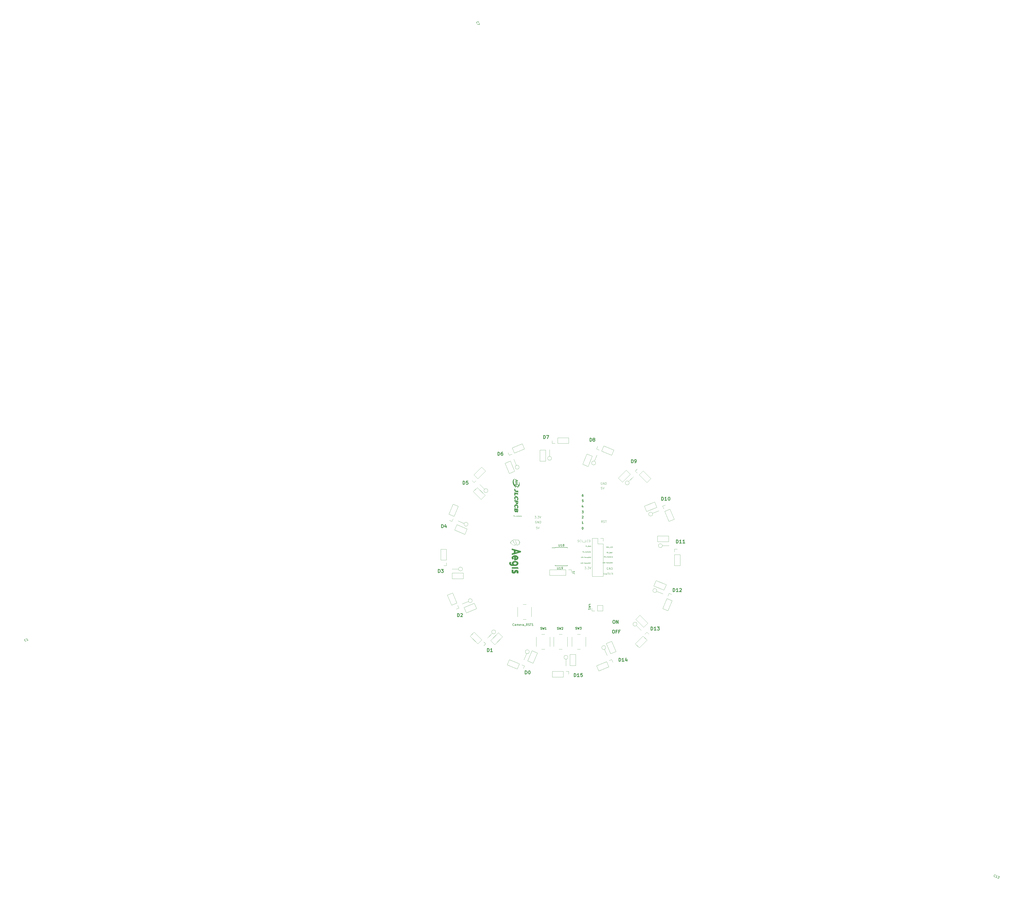
<source format=gbr>
%TF.GenerationSoftware,KiCad,Pcbnew,7.0.9*%
%TF.CreationDate,2024-07-26T16:53:16+09:00*%
%TF.ProjectId,IR_Borred,49525f42-6f72-4726-9564-2e6b69636164,rev?*%
%TF.SameCoordinates,Original*%
%TF.FileFunction,Legend,Top*%
%TF.FilePolarity,Positive*%
%FSLAX46Y46*%
G04 Gerber Fmt 4.6, Leading zero omitted, Abs format (unit mm)*
G04 Created by KiCad (PCBNEW 7.0.9) date 2024-07-26 16:53:16*
%MOMM*%
%LPD*%
G01*
G04 APERTURE LIST*
%ADD10C,0.100000*%
%ADD11C,0.250000*%
%ADD12C,0.300000*%
%ADD13C,0.150000*%
%ADD14C,0.120000*%
%ADD15C,0.010000*%
G04 APERTURE END LIST*
D10*
X163340074Y-62192419D02*
X162863884Y-62192419D01*
X162863884Y-62192419D02*
X162816265Y-62668609D01*
X162816265Y-62668609D02*
X162863884Y-62620990D01*
X162863884Y-62620990D02*
X162959122Y-62573371D01*
X162959122Y-62573371D02*
X163197217Y-62573371D01*
X163197217Y-62573371D02*
X163292455Y-62620990D01*
X163292455Y-62620990D02*
X163340074Y-62668609D01*
X163340074Y-62668609D02*
X163387693Y-62763847D01*
X163387693Y-62763847D02*
X163387693Y-63001942D01*
X163387693Y-63001942D02*
X163340074Y-63097180D01*
X163340074Y-63097180D02*
X163292455Y-63144800D01*
X163292455Y-63144800D02*
X163197217Y-63192419D01*
X163197217Y-63192419D02*
X162959122Y-63192419D01*
X162959122Y-63192419D02*
X162863884Y-63144800D01*
X162863884Y-63144800D02*
X162816265Y-63097180D01*
X163673408Y-62192419D02*
X164006741Y-63192419D01*
X164006741Y-63192419D02*
X164340074Y-62192419D01*
X163911503Y-97961847D02*
X163721027Y-97961847D01*
X163721027Y-97961847D02*
X163721027Y-97561847D01*
X164273408Y-97923752D02*
X164254360Y-97942800D01*
X164254360Y-97942800D02*
X164197218Y-97961847D01*
X164197218Y-97961847D02*
X164159122Y-97961847D01*
X164159122Y-97961847D02*
X164101979Y-97942800D01*
X164101979Y-97942800D02*
X164063884Y-97904704D01*
X164063884Y-97904704D02*
X164044837Y-97866609D01*
X164044837Y-97866609D02*
X164025789Y-97790419D01*
X164025789Y-97790419D02*
X164025789Y-97733276D01*
X164025789Y-97733276D02*
X164044837Y-97657085D01*
X164044837Y-97657085D02*
X164063884Y-97618990D01*
X164063884Y-97618990D02*
X164101979Y-97580895D01*
X164101979Y-97580895D02*
X164159122Y-97561847D01*
X164159122Y-97561847D02*
X164197218Y-97561847D01*
X164197218Y-97561847D02*
X164254360Y-97580895D01*
X164254360Y-97580895D02*
X164273408Y-97599942D01*
X164444837Y-97961847D02*
X164444837Y-97561847D01*
X164444837Y-97561847D02*
X164540075Y-97561847D01*
X164540075Y-97561847D02*
X164597218Y-97580895D01*
X164597218Y-97580895D02*
X164635313Y-97618990D01*
X164635313Y-97618990D02*
X164654360Y-97657085D01*
X164654360Y-97657085D02*
X164673408Y-97733276D01*
X164673408Y-97733276D02*
X164673408Y-97790419D01*
X164673408Y-97790419D02*
X164654360Y-97866609D01*
X164654360Y-97866609D02*
X164635313Y-97904704D01*
X164635313Y-97904704D02*
X164597218Y-97942800D01*
X164597218Y-97942800D02*
X164540075Y-97961847D01*
X164540075Y-97961847D02*
X164444837Y-97961847D01*
X164844837Y-97809466D02*
X165149599Y-97809466D01*
X165282932Y-97561847D02*
X165511503Y-97561847D01*
X165397217Y-97961847D02*
X165397217Y-97561847D01*
X165797218Y-97942800D02*
X165759122Y-97961847D01*
X165759122Y-97961847D02*
X165682932Y-97961847D01*
X165682932Y-97961847D02*
X165644837Y-97942800D01*
X165644837Y-97942800D02*
X165625789Y-97904704D01*
X165625789Y-97904704D02*
X165625789Y-97752323D01*
X165625789Y-97752323D02*
X165644837Y-97714228D01*
X165644837Y-97714228D02*
X165682932Y-97695180D01*
X165682932Y-97695180D02*
X165759122Y-97695180D01*
X165759122Y-97695180D02*
X165797218Y-97714228D01*
X165797218Y-97714228D02*
X165816265Y-97752323D01*
X165816265Y-97752323D02*
X165816265Y-97790419D01*
X165816265Y-97790419D02*
X165625789Y-97828514D01*
X166140075Y-97942800D02*
X166101979Y-97961847D01*
X166101979Y-97961847D02*
X166025789Y-97961847D01*
X166025789Y-97961847D02*
X165987694Y-97942800D01*
X165987694Y-97942800D02*
X165968646Y-97904704D01*
X165968646Y-97904704D02*
X165968646Y-97752323D01*
X165968646Y-97752323D02*
X165987694Y-97714228D01*
X165987694Y-97714228D02*
X166025789Y-97695180D01*
X166025789Y-97695180D02*
X166101979Y-97695180D01*
X166101979Y-97695180D02*
X166140075Y-97714228D01*
X166140075Y-97714228D02*
X166159122Y-97752323D01*
X166159122Y-97752323D02*
X166159122Y-97790419D01*
X166159122Y-97790419D02*
X165968646Y-97828514D01*
X166330551Y-97695180D02*
X166330551Y-97961847D01*
X166330551Y-97733276D02*
X166349598Y-97714228D01*
X166349598Y-97714228D02*
X166387693Y-97695180D01*
X166387693Y-97695180D02*
X166444836Y-97695180D01*
X166444836Y-97695180D02*
X166482932Y-97714228D01*
X166482932Y-97714228D02*
X166501979Y-97752323D01*
X166501979Y-97752323D02*
X166501979Y-97961847D01*
X166673408Y-97942800D02*
X166711503Y-97961847D01*
X166711503Y-97961847D02*
X166787694Y-97961847D01*
X166787694Y-97961847D02*
X166825789Y-97942800D01*
X166825789Y-97942800D02*
X166844837Y-97904704D01*
X166844837Y-97904704D02*
X166844837Y-97885657D01*
X166844837Y-97885657D02*
X166825789Y-97847561D01*
X166825789Y-97847561D02*
X166787694Y-97828514D01*
X166787694Y-97828514D02*
X166730551Y-97828514D01*
X166730551Y-97828514D02*
X166692456Y-97809466D01*
X166692456Y-97809466D02*
X166673408Y-97771371D01*
X166673408Y-97771371D02*
X166673408Y-97752323D01*
X166673408Y-97752323D02*
X166692456Y-97714228D01*
X166692456Y-97714228D02*
X166730551Y-97695180D01*
X166730551Y-97695180D02*
X166787694Y-97695180D01*
X166787694Y-97695180D02*
X166825789Y-97714228D01*
X166978170Y-97695180D02*
X167073408Y-97961847D01*
X167168647Y-97695180D02*
X167073408Y-97961847D01*
X167073408Y-97961847D02*
X167035313Y-98057085D01*
X167035313Y-98057085D02*
X167016266Y-98076133D01*
X167016266Y-98076133D02*
X166978170Y-98095180D01*
X167321028Y-97961847D02*
X167321028Y-97561847D01*
X167321028Y-97561847D02*
X167416266Y-97561847D01*
X167416266Y-97561847D02*
X167473409Y-97580895D01*
X167473409Y-97580895D02*
X167511504Y-97618990D01*
X167511504Y-97618990D02*
X167530551Y-97657085D01*
X167530551Y-97657085D02*
X167549599Y-97733276D01*
X167549599Y-97733276D02*
X167549599Y-97790419D01*
X167549599Y-97790419D02*
X167530551Y-97866609D01*
X167530551Y-97866609D02*
X167511504Y-97904704D01*
X167511504Y-97904704D02*
X167473409Y-97942800D01*
X167473409Y-97942800D02*
X167416266Y-97961847D01*
X167416266Y-97961847D02*
X167321028Y-97961847D01*
X167930551Y-97961847D02*
X167701980Y-97961847D01*
X167816266Y-97961847D02*
X167816266Y-97561847D01*
X167816266Y-97561847D02*
X167778170Y-97618990D01*
X167778170Y-97618990D02*
X167740075Y-97657085D01*
X167740075Y-97657085D02*
X167701980Y-97676133D01*
X168311503Y-97961847D02*
X168082932Y-97961847D01*
X168197218Y-97961847D02*
X168197218Y-97561847D01*
X168197218Y-97561847D02*
X168159122Y-97618990D01*
X168159122Y-97618990D02*
X168121027Y-97657085D01*
X168121027Y-97657085D02*
X168082932Y-97676133D01*
D11*
X153877330Y-73364619D02*
X154496377Y-73364619D01*
X154496377Y-73364619D02*
X154163044Y-73745571D01*
X154163044Y-73745571D02*
X154305901Y-73745571D01*
X154305901Y-73745571D02*
X154401139Y-73793190D01*
X154401139Y-73793190D02*
X154448758Y-73840809D01*
X154448758Y-73840809D02*
X154496377Y-73936047D01*
X154496377Y-73936047D02*
X154496377Y-74174142D01*
X154496377Y-74174142D02*
X154448758Y-74269380D01*
X154448758Y-74269380D02*
X154401139Y-74317000D01*
X154401139Y-74317000D02*
X154305901Y-74364619D01*
X154305901Y-74364619D02*
X154020187Y-74364619D01*
X154020187Y-74364619D02*
X153924949Y-74317000D01*
X153924949Y-74317000D02*
X153877330Y-74269380D01*
D12*
X150214510Y-151480828D02*
X150214510Y-149980828D01*
X150214510Y-149980828D02*
X150571653Y-149980828D01*
X150571653Y-149980828D02*
X150785939Y-150052257D01*
X150785939Y-150052257D02*
X150928796Y-150195114D01*
X150928796Y-150195114D02*
X151000225Y-150337971D01*
X151000225Y-150337971D02*
X151071653Y-150623685D01*
X151071653Y-150623685D02*
X151071653Y-150837971D01*
X151071653Y-150837971D02*
X151000225Y-151123685D01*
X151000225Y-151123685D02*
X150928796Y-151266542D01*
X150928796Y-151266542D02*
X150785939Y-151409400D01*
X150785939Y-151409400D02*
X150571653Y-151480828D01*
X150571653Y-151480828D02*
X150214510Y-151480828D01*
X152571653Y-151480828D02*
X151714510Y-151480828D01*
X152143082Y-151480828D02*
X152143082Y-149980828D01*
X152143082Y-149980828D02*
X152000225Y-150195114D01*
X152000225Y-150195114D02*
X151857368Y-150337971D01*
X151857368Y-150337971D02*
X151714510Y-150409400D01*
X154071654Y-149980828D02*
X153357368Y-149980828D01*
X153357368Y-149980828D02*
X153285939Y-150695114D01*
X153285939Y-150695114D02*
X153357368Y-150623685D01*
X153357368Y-150623685D02*
X153500225Y-150552257D01*
X153500225Y-150552257D02*
X153857368Y-150552257D01*
X153857368Y-150552257D02*
X154000225Y-150623685D01*
X154000225Y-150623685D02*
X154071654Y-150695114D01*
X154071654Y-150695114D02*
X154143082Y-150837971D01*
X154143082Y-150837971D02*
X154143082Y-151195114D01*
X154143082Y-151195114D02*
X154071654Y-151337971D01*
X154071654Y-151337971D02*
X154000225Y-151409400D01*
X154000225Y-151409400D02*
X153857368Y-151480828D01*
X153857368Y-151480828D02*
X153500225Y-151480828D01*
X153500225Y-151480828D02*
X153357368Y-151409400D01*
X153357368Y-151409400D02*
X153285939Y-151337971D01*
X168790225Y-124880828D02*
X169075939Y-124880828D01*
X169075939Y-124880828D02*
X169218796Y-124952257D01*
X169218796Y-124952257D02*
X169361653Y-125095114D01*
X169361653Y-125095114D02*
X169433082Y-125380828D01*
X169433082Y-125380828D02*
X169433082Y-125880828D01*
X169433082Y-125880828D02*
X169361653Y-126166542D01*
X169361653Y-126166542D02*
X169218796Y-126309400D01*
X169218796Y-126309400D02*
X169075939Y-126380828D01*
X169075939Y-126380828D02*
X168790225Y-126380828D01*
X168790225Y-126380828D02*
X168647368Y-126309400D01*
X168647368Y-126309400D02*
X168504510Y-126166542D01*
X168504510Y-126166542D02*
X168433082Y-125880828D01*
X168433082Y-125880828D02*
X168433082Y-125380828D01*
X168433082Y-125380828D02*
X168504510Y-125095114D01*
X168504510Y-125095114D02*
X168647368Y-124952257D01*
X168647368Y-124952257D02*
X168790225Y-124880828D01*
X170075939Y-126380828D02*
X170075939Y-124880828D01*
X170075939Y-124880828D02*
X170933082Y-126380828D01*
X170933082Y-126380828D02*
X170933082Y-124880828D01*
X177184510Y-50760828D02*
X177184510Y-49260828D01*
X177184510Y-49260828D02*
X177541653Y-49260828D01*
X177541653Y-49260828D02*
X177755939Y-49332257D01*
X177755939Y-49332257D02*
X177898796Y-49475114D01*
X177898796Y-49475114D02*
X177970225Y-49617971D01*
X177970225Y-49617971D02*
X178041653Y-49903685D01*
X178041653Y-49903685D02*
X178041653Y-50117971D01*
X178041653Y-50117971D02*
X177970225Y-50403685D01*
X177970225Y-50403685D02*
X177898796Y-50546542D01*
X177898796Y-50546542D02*
X177755939Y-50689400D01*
X177755939Y-50689400D02*
X177541653Y-50760828D01*
X177541653Y-50760828D02*
X177184510Y-50760828D01*
X178755939Y-50689400D02*
X179041653Y-50689400D01*
X179041653Y-50689400D02*
X179184510Y-50617971D01*
X179184510Y-50617971D02*
X179255939Y-50546542D01*
X179255939Y-50546542D02*
X179398796Y-50332257D01*
X179398796Y-50332257D02*
X179470225Y-50046542D01*
X179470225Y-50046542D02*
X179470225Y-49475114D01*
X179470225Y-49475114D02*
X179398796Y-49332257D01*
X179398796Y-49332257D02*
X179327368Y-49260828D01*
X179327368Y-49260828D02*
X179184510Y-49189400D01*
X179184510Y-49189400D02*
X178898796Y-49189400D01*
X178898796Y-49189400D02*
X178755939Y-49260828D01*
X178755939Y-49260828D02*
X178684510Y-49332257D01*
X178684510Y-49332257D02*
X178613082Y-49475114D01*
X178613082Y-49475114D02*
X178613082Y-49832257D01*
X178613082Y-49832257D02*
X178684510Y-49975114D01*
X178684510Y-49975114D02*
X178755939Y-50046542D01*
X178755939Y-50046542D02*
X178898796Y-50117971D01*
X178898796Y-50117971D02*
X179184510Y-50117971D01*
X179184510Y-50117971D02*
X179327368Y-50046542D01*
X179327368Y-50046542D02*
X179398796Y-49975114D01*
X179398796Y-49975114D02*
X179470225Y-49832257D01*
D10*
X132830074Y-80852419D02*
X132353884Y-80852419D01*
X132353884Y-80852419D02*
X132306265Y-81328609D01*
X132306265Y-81328609D02*
X132353884Y-81280990D01*
X132353884Y-81280990D02*
X132449122Y-81233371D01*
X132449122Y-81233371D02*
X132687217Y-81233371D01*
X132687217Y-81233371D02*
X132782455Y-81280990D01*
X132782455Y-81280990D02*
X132830074Y-81328609D01*
X132830074Y-81328609D02*
X132877693Y-81423847D01*
X132877693Y-81423847D02*
X132877693Y-81661942D01*
X132877693Y-81661942D02*
X132830074Y-81757180D01*
X132830074Y-81757180D02*
X132782455Y-81804800D01*
X132782455Y-81804800D02*
X132687217Y-81852419D01*
X132687217Y-81852419D02*
X132449122Y-81852419D01*
X132449122Y-81852419D02*
X132353884Y-81804800D01*
X132353884Y-81804800D02*
X132306265Y-81757180D01*
X133163408Y-80852419D02*
X133496741Y-81852419D01*
X133496741Y-81852419D02*
X133830074Y-80852419D01*
X163595312Y-78892419D02*
X163261979Y-78416228D01*
X163023884Y-78892419D02*
X163023884Y-77892419D01*
X163023884Y-77892419D02*
X163404836Y-77892419D01*
X163404836Y-77892419D02*
X163500074Y-77940038D01*
X163500074Y-77940038D02*
X163547693Y-77987657D01*
X163547693Y-77987657D02*
X163595312Y-78082895D01*
X163595312Y-78082895D02*
X163595312Y-78225752D01*
X163595312Y-78225752D02*
X163547693Y-78320990D01*
X163547693Y-78320990D02*
X163500074Y-78368609D01*
X163500074Y-78368609D02*
X163404836Y-78416228D01*
X163404836Y-78416228D02*
X163023884Y-78416228D01*
X163976265Y-78844800D02*
X164119122Y-78892419D01*
X164119122Y-78892419D02*
X164357217Y-78892419D01*
X164357217Y-78892419D02*
X164452455Y-78844800D01*
X164452455Y-78844800D02*
X164500074Y-78797180D01*
X164500074Y-78797180D02*
X164547693Y-78701942D01*
X164547693Y-78701942D02*
X164547693Y-78606704D01*
X164547693Y-78606704D02*
X164500074Y-78511466D01*
X164500074Y-78511466D02*
X164452455Y-78463847D01*
X164452455Y-78463847D02*
X164357217Y-78416228D01*
X164357217Y-78416228D02*
X164166741Y-78368609D01*
X164166741Y-78368609D02*
X164071503Y-78320990D01*
X164071503Y-78320990D02*
X164023884Y-78273371D01*
X164023884Y-78273371D02*
X163976265Y-78178133D01*
X163976265Y-78178133D02*
X163976265Y-78082895D01*
X163976265Y-78082895D02*
X164023884Y-77987657D01*
X164023884Y-77987657D02*
X164071503Y-77940038D01*
X164071503Y-77940038D02*
X164166741Y-77892419D01*
X164166741Y-77892419D02*
X164404836Y-77892419D01*
X164404836Y-77892419D02*
X164547693Y-77940038D01*
X164833408Y-77892419D02*
X165404836Y-77892419D01*
X165119122Y-78892419D02*
X165119122Y-77892419D01*
X163317693Y-59980038D02*
X163222455Y-59932419D01*
X163222455Y-59932419D02*
X163079598Y-59932419D01*
X163079598Y-59932419D02*
X162936741Y-59980038D01*
X162936741Y-59980038D02*
X162841503Y-60075276D01*
X162841503Y-60075276D02*
X162793884Y-60170514D01*
X162793884Y-60170514D02*
X162746265Y-60360990D01*
X162746265Y-60360990D02*
X162746265Y-60503847D01*
X162746265Y-60503847D02*
X162793884Y-60694323D01*
X162793884Y-60694323D02*
X162841503Y-60789561D01*
X162841503Y-60789561D02*
X162936741Y-60884800D01*
X162936741Y-60884800D02*
X163079598Y-60932419D01*
X163079598Y-60932419D02*
X163174836Y-60932419D01*
X163174836Y-60932419D02*
X163317693Y-60884800D01*
X163317693Y-60884800D02*
X163365312Y-60837180D01*
X163365312Y-60837180D02*
X163365312Y-60503847D01*
X163365312Y-60503847D02*
X163174836Y-60503847D01*
X163793884Y-60932419D02*
X163793884Y-59932419D01*
X163793884Y-59932419D02*
X164365312Y-60932419D01*
X164365312Y-60932419D02*
X164365312Y-59932419D01*
X164841503Y-60932419D02*
X164841503Y-59932419D01*
X164841503Y-59932419D02*
X165079598Y-59932419D01*
X165079598Y-59932419D02*
X165222455Y-59980038D01*
X165222455Y-59980038D02*
X165317693Y-60075276D01*
X165317693Y-60075276D02*
X165365312Y-60170514D01*
X165365312Y-60170514D02*
X165412931Y-60360990D01*
X165412931Y-60360990D02*
X165412931Y-60503847D01*
X165412931Y-60503847D02*
X165365312Y-60694323D01*
X165365312Y-60694323D02*
X165317693Y-60789561D01*
X165317693Y-60789561D02*
X165222455Y-60884800D01*
X165222455Y-60884800D02*
X165079598Y-60932419D01*
X165079598Y-60932419D02*
X164841503Y-60932419D01*
D12*
X191394510Y-68410828D02*
X191394510Y-66910828D01*
X191394510Y-66910828D02*
X191751653Y-66910828D01*
X191751653Y-66910828D02*
X191965939Y-66982257D01*
X191965939Y-66982257D02*
X192108796Y-67125114D01*
X192108796Y-67125114D02*
X192180225Y-67267971D01*
X192180225Y-67267971D02*
X192251653Y-67553685D01*
X192251653Y-67553685D02*
X192251653Y-67767971D01*
X192251653Y-67767971D02*
X192180225Y-68053685D01*
X192180225Y-68053685D02*
X192108796Y-68196542D01*
X192108796Y-68196542D02*
X191965939Y-68339400D01*
X191965939Y-68339400D02*
X191751653Y-68410828D01*
X191751653Y-68410828D02*
X191394510Y-68410828D01*
X193751653Y-68410828D02*
X192894510Y-68410828D01*
X193323082Y-68410828D02*
X193323082Y-66910828D01*
X193323082Y-66910828D02*
X193180225Y-67125114D01*
X193180225Y-67125114D02*
X193037368Y-67267971D01*
X193037368Y-67267971D02*
X192894510Y-67339400D01*
X194823082Y-66910828D02*
X194965939Y-66910828D01*
X194965939Y-66910828D02*
X195108797Y-66982257D01*
X195108797Y-66982257D02*
X195180225Y-67053685D01*
X195180225Y-67053685D02*
X195251654Y-67196542D01*
X195251654Y-67196542D02*
X195323082Y-67482257D01*
X195323082Y-67482257D02*
X195323082Y-67839400D01*
X195323082Y-67839400D02*
X195251654Y-68125114D01*
X195251654Y-68125114D02*
X195180225Y-68267971D01*
X195180225Y-68267971D02*
X195108797Y-68339400D01*
X195108797Y-68339400D02*
X194965939Y-68410828D01*
X194965939Y-68410828D02*
X194823082Y-68410828D01*
X194823082Y-68410828D02*
X194680225Y-68339400D01*
X194680225Y-68339400D02*
X194608797Y-68267971D01*
X194608797Y-68267971D02*
X194537368Y-68125114D01*
X194537368Y-68125114D02*
X194465939Y-67839400D01*
X194465939Y-67839400D02*
X194465939Y-67482257D01*
X194465939Y-67482257D02*
X194537368Y-67196542D01*
X194537368Y-67196542D02*
X194608797Y-67053685D01*
X194608797Y-67053685D02*
X194680225Y-66982257D01*
X194680225Y-66982257D02*
X194823082Y-66910828D01*
X114304510Y-47230828D02*
X114304510Y-45730828D01*
X114304510Y-45730828D02*
X114661653Y-45730828D01*
X114661653Y-45730828D02*
X114875939Y-45802257D01*
X114875939Y-45802257D02*
X115018796Y-45945114D01*
X115018796Y-45945114D02*
X115090225Y-46087971D01*
X115090225Y-46087971D02*
X115161653Y-46373685D01*
X115161653Y-46373685D02*
X115161653Y-46587971D01*
X115161653Y-46587971D02*
X115090225Y-46873685D01*
X115090225Y-46873685D02*
X115018796Y-47016542D01*
X115018796Y-47016542D02*
X114875939Y-47159400D01*
X114875939Y-47159400D02*
X114661653Y-47230828D01*
X114661653Y-47230828D02*
X114304510Y-47230828D01*
X116518796Y-45730828D02*
X116233082Y-45730828D01*
X116233082Y-45730828D02*
X116090225Y-45802257D01*
X116090225Y-45802257D02*
X116018796Y-45873685D01*
X116018796Y-45873685D02*
X115875939Y-46087971D01*
X115875939Y-46087971D02*
X115804510Y-46373685D01*
X115804510Y-46373685D02*
X115804510Y-46945114D01*
X115804510Y-46945114D02*
X115875939Y-47087971D01*
X115875939Y-47087971D02*
X115947368Y-47159400D01*
X115947368Y-47159400D02*
X116090225Y-47230828D01*
X116090225Y-47230828D02*
X116375939Y-47230828D01*
X116375939Y-47230828D02*
X116518796Y-47159400D01*
X116518796Y-47159400D02*
X116590225Y-47087971D01*
X116590225Y-47087971D02*
X116661653Y-46945114D01*
X116661653Y-46945114D02*
X116661653Y-46587971D01*
X116661653Y-46587971D02*
X116590225Y-46445114D01*
X116590225Y-46445114D02*
X116518796Y-46373685D01*
X116518796Y-46373685D02*
X116375939Y-46302257D01*
X116375939Y-46302257D02*
X116090225Y-46302257D01*
X116090225Y-46302257D02*
X115947368Y-46373685D01*
X115947368Y-46373685D02*
X115875939Y-46445114D01*
X115875939Y-46445114D02*
X115804510Y-46587971D01*
D10*
X165321027Y-90669800D02*
X165392455Y-90693609D01*
X165392455Y-90693609D02*
X165511503Y-90693609D01*
X165511503Y-90693609D02*
X165559122Y-90669800D01*
X165559122Y-90669800D02*
X165582931Y-90645990D01*
X165582931Y-90645990D02*
X165606741Y-90598371D01*
X165606741Y-90598371D02*
X165606741Y-90550752D01*
X165606741Y-90550752D02*
X165582931Y-90503133D01*
X165582931Y-90503133D02*
X165559122Y-90479323D01*
X165559122Y-90479323D02*
X165511503Y-90455514D01*
X165511503Y-90455514D02*
X165416265Y-90431704D01*
X165416265Y-90431704D02*
X165368646Y-90407895D01*
X165368646Y-90407895D02*
X165344836Y-90384085D01*
X165344836Y-90384085D02*
X165321027Y-90336466D01*
X165321027Y-90336466D02*
X165321027Y-90288847D01*
X165321027Y-90288847D02*
X165344836Y-90241228D01*
X165344836Y-90241228D02*
X165368646Y-90217419D01*
X165368646Y-90217419D02*
X165416265Y-90193609D01*
X165416265Y-90193609D02*
X165535312Y-90193609D01*
X165535312Y-90193609D02*
X165606741Y-90217419D01*
X165821026Y-90693609D02*
X165821026Y-90193609D01*
X165821026Y-90193609D02*
X165940074Y-90193609D01*
X165940074Y-90193609D02*
X166011502Y-90217419D01*
X166011502Y-90217419D02*
X166059121Y-90265038D01*
X166059121Y-90265038D02*
X166082931Y-90312657D01*
X166082931Y-90312657D02*
X166106740Y-90407895D01*
X166106740Y-90407895D02*
X166106740Y-90479323D01*
X166106740Y-90479323D02*
X166082931Y-90574561D01*
X166082931Y-90574561D02*
X166059121Y-90622180D01*
X166059121Y-90622180D02*
X166011502Y-90669800D01*
X166011502Y-90669800D02*
X165940074Y-90693609D01*
X165940074Y-90693609D02*
X165821026Y-90693609D01*
X166297217Y-90550752D02*
X166535312Y-90550752D01*
X166249598Y-90693609D02*
X166416264Y-90193609D01*
X166416264Y-90193609D02*
X166582931Y-90693609D01*
X166630550Y-90741228D02*
X167011502Y-90741228D01*
X167368644Y-90693609D02*
X167130549Y-90693609D01*
X167130549Y-90693609D02*
X167130549Y-90193609D01*
X167821025Y-90645990D02*
X167797216Y-90669800D01*
X167797216Y-90669800D02*
X167725787Y-90693609D01*
X167725787Y-90693609D02*
X167678168Y-90693609D01*
X167678168Y-90693609D02*
X167606740Y-90669800D01*
X167606740Y-90669800D02*
X167559121Y-90622180D01*
X167559121Y-90622180D02*
X167535311Y-90574561D01*
X167535311Y-90574561D02*
X167511502Y-90479323D01*
X167511502Y-90479323D02*
X167511502Y-90407895D01*
X167511502Y-90407895D02*
X167535311Y-90312657D01*
X167535311Y-90312657D02*
X167559121Y-90265038D01*
X167559121Y-90265038D02*
X167606740Y-90217419D01*
X167606740Y-90217419D02*
X167678168Y-90193609D01*
X167678168Y-90193609D02*
X167725787Y-90193609D01*
X167725787Y-90193609D02*
X167797216Y-90217419D01*
X167797216Y-90217419D02*
X167821025Y-90241228D01*
X168035311Y-90693609D02*
X168035311Y-90193609D01*
X168035311Y-90193609D02*
X168154359Y-90193609D01*
X168154359Y-90193609D02*
X168225787Y-90217419D01*
X168225787Y-90217419D02*
X168273406Y-90265038D01*
X168273406Y-90265038D02*
X168297216Y-90312657D01*
X168297216Y-90312657D02*
X168321025Y-90407895D01*
X168321025Y-90407895D02*
X168321025Y-90479323D01*
X168321025Y-90479323D02*
X168297216Y-90574561D01*
X168297216Y-90574561D02*
X168273406Y-90622180D01*
X168273406Y-90622180D02*
X168225787Y-90669800D01*
X168225787Y-90669800D02*
X168154359Y-90693609D01*
X168154359Y-90693609D02*
X168035311Y-90693609D01*
X164610550Y-95223609D02*
X164443884Y-94985514D01*
X164324836Y-95223609D02*
X164324836Y-94723609D01*
X164324836Y-94723609D02*
X164515312Y-94723609D01*
X164515312Y-94723609D02*
X164562931Y-94747419D01*
X164562931Y-94747419D02*
X164586741Y-94771228D01*
X164586741Y-94771228D02*
X164610550Y-94818847D01*
X164610550Y-94818847D02*
X164610550Y-94890276D01*
X164610550Y-94890276D02*
X164586741Y-94937895D01*
X164586741Y-94937895D02*
X164562931Y-94961704D01*
X164562931Y-94961704D02*
X164515312Y-94985514D01*
X164515312Y-94985514D02*
X164324836Y-94985514D01*
X164777217Y-94723609D02*
X165110550Y-95223609D01*
X165110550Y-94723609D02*
X164777217Y-95223609D01*
X165181979Y-95271228D02*
X165562931Y-95271228D01*
X165967692Y-95175990D02*
X165943883Y-95199800D01*
X165943883Y-95199800D02*
X165872454Y-95223609D01*
X165872454Y-95223609D02*
X165824835Y-95223609D01*
X165824835Y-95223609D02*
X165753407Y-95199800D01*
X165753407Y-95199800D02*
X165705788Y-95152180D01*
X165705788Y-95152180D02*
X165681978Y-95104561D01*
X165681978Y-95104561D02*
X165658169Y-95009323D01*
X165658169Y-95009323D02*
X165658169Y-94937895D01*
X165658169Y-94937895D02*
X165681978Y-94842657D01*
X165681978Y-94842657D02*
X165705788Y-94795038D01*
X165705788Y-94795038D02*
X165753407Y-94747419D01*
X165753407Y-94747419D02*
X165824835Y-94723609D01*
X165824835Y-94723609D02*
X165872454Y-94723609D01*
X165872454Y-94723609D02*
X165943883Y-94747419D01*
X165943883Y-94747419D02*
X165967692Y-94771228D01*
X166396264Y-95223609D02*
X166396264Y-94961704D01*
X166396264Y-94961704D02*
X166372454Y-94914085D01*
X166372454Y-94914085D02*
X166324835Y-94890276D01*
X166324835Y-94890276D02*
X166229597Y-94890276D01*
X166229597Y-94890276D02*
X166181978Y-94914085D01*
X166396264Y-95199800D02*
X166348645Y-95223609D01*
X166348645Y-95223609D02*
X166229597Y-95223609D01*
X166229597Y-95223609D02*
X166181978Y-95199800D01*
X166181978Y-95199800D02*
X166158169Y-95152180D01*
X166158169Y-95152180D02*
X166158169Y-95104561D01*
X166158169Y-95104561D02*
X166181978Y-95056942D01*
X166181978Y-95056942D02*
X166229597Y-95033133D01*
X166229597Y-95033133D02*
X166348645Y-95033133D01*
X166348645Y-95033133D02*
X166396264Y-95009323D01*
X166634359Y-95223609D02*
X166634359Y-94890276D01*
X166634359Y-94937895D02*
X166658169Y-94914085D01*
X166658169Y-94914085D02*
X166705788Y-94890276D01*
X166705788Y-94890276D02*
X166777216Y-94890276D01*
X166777216Y-94890276D02*
X166824835Y-94914085D01*
X166824835Y-94914085D02*
X166848645Y-94961704D01*
X166848645Y-94961704D02*
X166848645Y-95223609D01*
X166848645Y-94961704D02*
X166872454Y-94914085D01*
X166872454Y-94914085D02*
X166920073Y-94890276D01*
X166920073Y-94890276D02*
X166991502Y-94890276D01*
X166991502Y-94890276D02*
X167039121Y-94914085D01*
X167039121Y-94914085D02*
X167062931Y-94961704D01*
X167062931Y-94961704D02*
X167062931Y-95223609D01*
X167491502Y-95199800D02*
X167443883Y-95223609D01*
X167443883Y-95223609D02*
X167348645Y-95223609D01*
X167348645Y-95223609D02*
X167301026Y-95199800D01*
X167301026Y-95199800D02*
X167277217Y-95152180D01*
X167277217Y-95152180D02*
X167277217Y-94961704D01*
X167277217Y-94961704D02*
X167301026Y-94914085D01*
X167301026Y-94914085D02*
X167348645Y-94890276D01*
X167348645Y-94890276D02*
X167443883Y-94890276D01*
X167443883Y-94890276D02*
X167491502Y-94914085D01*
X167491502Y-94914085D02*
X167515312Y-94961704D01*
X167515312Y-94961704D02*
X167515312Y-95009323D01*
X167515312Y-95009323D02*
X167277217Y-95056942D01*
X167729597Y-95223609D02*
X167729597Y-94890276D01*
X167729597Y-94985514D02*
X167753407Y-94937895D01*
X167753407Y-94937895D02*
X167777216Y-94914085D01*
X167777216Y-94914085D02*
X167824835Y-94890276D01*
X167824835Y-94890276D02*
X167872454Y-94890276D01*
X168253407Y-95223609D02*
X168253407Y-94961704D01*
X168253407Y-94961704D02*
X168229597Y-94914085D01*
X168229597Y-94914085D02*
X168181978Y-94890276D01*
X168181978Y-94890276D02*
X168086740Y-94890276D01*
X168086740Y-94890276D02*
X168039121Y-94914085D01*
X168253407Y-95199800D02*
X168205788Y-95223609D01*
X168205788Y-95223609D02*
X168086740Y-95223609D01*
X168086740Y-95223609D02*
X168039121Y-95199800D01*
X168039121Y-95199800D02*
X168015312Y-95152180D01*
X168015312Y-95152180D02*
X168015312Y-95104561D01*
X168015312Y-95104561D02*
X168039121Y-95056942D01*
X168039121Y-95056942D02*
X168086740Y-95033133D01*
X168086740Y-95033133D02*
X168205788Y-95033133D01*
X168205788Y-95033133D02*
X168253407Y-95009323D01*
D12*
X127164510Y-150190828D02*
X127164510Y-148690828D01*
X127164510Y-148690828D02*
X127521653Y-148690828D01*
X127521653Y-148690828D02*
X127735939Y-148762257D01*
X127735939Y-148762257D02*
X127878796Y-148905114D01*
X127878796Y-148905114D02*
X127950225Y-149047971D01*
X127950225Y-149047971D02*
X128021653Y-149333685D01*
X128021653Y-149333685D02*
X128021653Y-149547971D01*
X128021653Y-149547971D02*
X127950225Y-149833685D01*
X127950225Y-149833685D02*
X127878796Y-149976542D01*
X127878796Y-149976542D02*
X127735939Y-150119400D01*
X127735939Y-150119400D02*
X127521653Y-150190828D01*
X127521653Y-150190828D02*
X127164510Y-150190828D01*
X129021653Y-148690828D02*
X129164510Y-148690828D01*
X129164510Y-148690828D02*
X129307368Y-148762257D01*
X129307368Y-148762257D02*
X129378796Y-148833685D01*
X129378796Y-148833685D02*
X129450225Y-148976542D01*
X129450225Y-148976542D02*
X129521653Y-149262257D01*
X129521653Y-149262257D02*
X129521653Y-149619400D01*
X129521653Y-149619400D02*
X129450225Y-149905114D01*
X129450225Y-149905114D02*
X129378796Y-150047971D01*
X129378796Y-150047971D02*
X129307368Y-150119400D01*
X129307368Y-150119400D02*
X129164510Y-150190828D01*
X129164510Y-150190828D02*
X129021653Y-150190828D01*
X129021653Y-150190828D02*
X128878796Y-150119400D01*
X128878796Y-150119400D02*
X128807368Y-150047971D01*
X128807368Y-150047971D02*
X128735939Y-149905114D01*
X128735939Y-149905114D02*
X128664510Y-149619400D01*
X128664510Y-149619400D02*
X128664510Y-149262257D01*
X128664510Y-149262257D02*
X128735939Y-148976542D01*
X128735939Y-148976542D02*
X128807368Y-148833685D01*
X128807368Y-148833685D02*
X128878796Y-148762257D01*
X128878796Y-148762257D02*
X129021653Y-148690828D01*
D10*
X131608646Y-75822419D02*
X132227693Y-75822419D01*
X132227693Y-75822419D02*
X131894360Y-76203371D01*
X131894360Y-76203371D02*
X132037217Y-76203371D01*
X132037217Y-76203371D02*
X132132455Y-76250990D01*
X132132455Y-76250990D02*
X132180074Y-76298609D01*
X132180074Y-76298609D02*
X132227693Y-76393847D01*
X132227693Y-76393847D02*
X132227693Y-76631942D01*
X132227693Y-76631942D02*
X132180074Y-76727180D01*
X132180074Y-76727180D02*
X132132455Y-76774800D01*
X132132455Y-76774800D02*
X132037217Y-76822419D01*
X132037217Y-76822419D02*
X131751503Y-76822419D01*
X131751503Y-76822419D02*
X131656265Y-76774800D01*
X131656265Y-76774800D02*
X131608646Y-76727180D01*
X132656265Y-76727180D02*
X132703884Y-76774800D01*
X132703884Y-76774800D02*
X132656265Y-76822419D01*
X132656265Y-76822419D02*
X132608646Y-76774800D01*
X132608646Y-76774800D02*
X132656265Y-76727180D01*
X132656265Y-76727180D02*
X132656265Y-76822419D01*
X133037217Y-75822419D02*
X133656264Y-75822419D01*
X133656264Y-75822419D02*
X133322931Y-76203371D01*
X133322931Y-76203371D02*
X133465788Y-76203371D01*
X133465788Y-76203371D02*
X133561026Y-76250990D01*
X133561026Y-76250990D02*
X133608645Y-76298609D01*
X133608645Y-76298609D02*
X133656264Y-76393847D01*
X133656264Y-76393847D02*
X133656264Y-76631942D01*
X133656264Y-76631942D02*
X133608645Y-76727180D01*
X133608645Y-76727180D02*
X133561026Y-76774800D01*
X133561026Y-76774800D02*
X133465788Y-76822419D01*
X133465788Y-76822419D02*
X133180074Y-76822419D01*
X133180074Y-76822419D02*
X133084836Y-76774800D01*
X133084836Y-76774800D02*
X133037217Y-76727180D01*
X133941979Y-75822419D02*
X134275312Y-76822419D01*
X134275312Y-76822419D02*
X134608645Y-75822419D01*
D12*
X86264510Y-102450828D02*
X86264510Y-100950828D01*
X86264510Y-100950828D02*
X86621653Y-100950828D01*
X86621653Y-100950828D02*
X86835939Y-101022257D01*
X86835939Y-101022257D02*
X86978796Y-101165114D01*
X86978796Y-101165114D02*
X87050225Y-101307971D01*
X87050225Y-101307971D02*
X87121653Y-101593685D01*
X87121653Y-101593685D02*
X87121653Y-101807971D01*
X87121653Y-101807971D02*
X87050225Y-102093685D01*
X87050225Y-102093685D02*
X86978796Y-102236542D01*
X86978796Y-102236542D02*
X86835939Y-102379400D01*
X86835939Y-102379400D02*
X86621653Y-102450828D01*
X86621653Y-102450828D02*
X86264510Y-102450828D01*
X87693082Y-100950828D02*
X88621653Y-100950828D01*
X88621653Y-100950828D02*
X88121653Y-101522257D01*
X88121653Y-101522257D02*
X88335939Y-101522257D01*
X88335939Y-101522257D02*
X88478796Y-101593685D01*
X88478796Y-101593685D02*
X88550225Y-101665114D01*
X88550225Y-101665114D02*
X88621653Y-101807971D01*
X88621653Y-101807971D02*
X88621653Y-102165114D01*
X88621653Y-102165114D02*
X88550225Y-102307971D01*
X88550225Y-102307971D02*
X88478796Y-102379400D01*
X88478796Y-102379400D02*
X88335939Y-102450828D01*
X88335939Y-102450828D02*
X87907368Y-102450828D01*
X87907368Y-102450828D02*
X87764510Y-102379400D01*
X87764510Y-102379400D02*
X87693082Y-102307971D01*
X171294510Y-144230828D02*
X171294510Y-142730828D01*
X171294510Y-142730828D02*
X171651653Y-142730828D01*
X171651653Y-142730828D02*
X171865939Y-142802257D01*
X171865939Y-142802257D02*
X172008796Y-142945114D01*
X172008796Y-142945114D02*
X172080225Y-143087971D01*
X172080225Y-143087971D02*
X172151653Y-143373685D01*
X172151653Y-143373685D02*
X172151653Y-143587971D01*
X172151653Y-143587971D02*
X172080225Y-143873685D01*
X172080225Y-143873685D02*
X172008796Y-144016542D01*
X172008796Y-144016542D02*
X171865939Y-144159400D01*
X171865939Y-144159400D02*
X171651653Y-144230828D01*
X171651653Y-144230828D02*
X171294510Y-144230828D01*
X173651653Y-144230828D02*
X172794510Y-144230828D01*
X173223082Y-144230828D02*
X173223082Y-142730828D01*
X173223082Y-142730828D02*
X173080225Y-142945114D01*
X173080225Y-142945114D02*
X172937368Y-143087971D01*
X172937368Y-143087971D02*
X172794510Y-143159400D01*
X175008797Y-143230828D02*
X175008797Y-144230828D01*
X174651654Y-142659400D02*
X174294511Y-143730828D01*
X174294511Y-143730828D02*
X175223082Y-143730828D01*
X95304510Y-123240828D02*
X95304510Y-121740828D01*
X95304510Y-121740828D02*
X95661653Y-121740828D01*
X95661653Y-121740828D02*
X95875939Y-121812257D01*
X95875939Y-121812257D02*
X96018796Y-121955114D01*
X96018796Y-121955114D02*
X96090225Y-122097971D01*
X96090225Y-122097971D02*
X96161653Y-122383685D01*
X96161653Y-122383685D02*
X96161653Y-122597971D01*
X96161653Y-122597971D02*
X96090225Y-122883685D01*
X96090225Y-122883685D02*
X96018796Y-123026542D01*
X96018796Y-123026542D02*
X95875939Y-123169400D01*
X95875939Y-123169400D02*
X95661653Y-123240828D01*
X95661653Y-123240828D02*
X95304510Y-123240828D01*
X96804510Y-121883685D02*
X96875939Y-121812257D01*
X96875939Y-121812257D02*
X97018796Y-121740828D01*
X97018796Y-121740828D02*
X97375939Y-121740828D01*
X97375939Y-121740828D02*
X97518796Y-121812257D01*
X97518796Y-121812257D02*
X97590225Y-121883685D01*
X97590225Y-121883685D02*
X97661653Y-122026542D01*
X97661653Y-122026542D02*
X97661653Y-122169400D01*
X97661653Y-122169400D02*
X97590225Y-122383685D01*
X97590225Y-122383685D02*
X96733082Y-123240828D01*
X96733082Y-123240828D02*
X97661653Y-123240828D01*
D10*
X165860550Y-93243609D02*
X165693884Y-93005514D01*
X165574836Y-93243609D02*
X165574836Y-92743609D01*
X165574836Y-92743609D02*
X165765312Y-92743609D01*
X165765312Y-92743609D02*
X165812931Y-92767419D01*
X165812931Y-92767419D02*
X165836741Y-92791228D01*
X165836741Y-92791228D02*
X165860550Y-92838847D01*
X165860550Y-92838847D02*
X165860550Y-92910276D01*
X165860550Y-92910276D02*
X165836741Y-92957895D01*
X165836741Y-92957895D02*
X165812931Y-92981704D01*
X165812931Y-92981704D02*
X165765312Y-93005514D01*
X165765312Y-93005514D02*
X165574836Y-93005514D01*
X166027217Y-92743609D02*
X166360550Y-93243609D01*
X166360550Y-92743609D02*
X166027217Y-93243609D01*
X166431979Y-93291228D02*
X166812931Y-93291228D01*
X167098645Y-92981704D02*
X167170073Y-93005514D01*
X167170073Y-93005514D02*
X167193883Y-93029323D01*
X167193883Y-93029323D02*
X167217692Y-93076942D01*
X167217692Y-93076942D02*
X167217692Y-93148371D01*
X167217692Y-93148371D02*
X167193883Y-93195990D01*
X167193883Y-93195990D02*
X167170073Y-93219800D01*
X167170073Y-93219800D02*
X167122454Y-93243609D01*
X167122454Y-93243609D02*
X166931978Y-93243609D01*
X166931978Y-93243609D02*
X166931978Y-92743609D01*
X166931978Y-92743609D02*
X167098645Y-92743609D01*
X167098645Y-92743609D02*
X167146264Y-92767419D01*
X167146264Y-92767419D02*
X167170073Y-92791228D01*
X167170073Y-92791228D02*
X167193883Y-92838847D01*
X167193883Y-92838847D02*
X167193883Y-92886466D01*
X167193883Y-92886466D02*
X167170073Y-92934085D01*
X167170073Y-92934085D02*
X167146264Y-92957895D01*
X167146264Y-92957895D02*
X167098645Y-92981704D01*
X167098645Y-92981704D02*
X166931978Y-92981704D01*
X167646264Y-93243609D02*
X167646264Y-92981704D01*
X167646264Y-92981704D02*
X167622454Y-92934085D01*
X167622454Y-92934085D02*
X167574835Y-92910276D01*
X167574835Y-92910276D02*
X167479597Y-92910276D01*
X167479597Y-92910276D02*
X167431978Y-92934085D01*
X167646264Y-93219800D02*
X167598645Y-93243609D01*
X167598645Y-93243609D02*
X167479597Y-93243609D01*
X167479597Y-93243609D02*
X167431978Y-93219800D01*
X167431978Y-93219800D02*
X167408169Y-93172180D01*
X167408169Y-93172180D02*
X167408169Y-93124561D01*
X167408169Y-93124561D02*
X167431978Y-93076942D01*
X167431978Y-93076942D02*
X167479597Y-93053133D01*
X167479597Y-93053133D02*
X167598645Y-93053133D01*
X167598645Y-93053133D02*
X167646264Y-93029323D01*
X167955788Y-93243609D02*
X167908169Y-93219800D01*
X167908169Y-93219800D02*
X167884359Y-93172180D01*
X167884359Y-93172180D02*
X167884359Y-92743609D01*
X168217693Y-93243609D02*
X168170074Y-93219800D01*
X168170074Y-93219800D02*
X168146264Y-93172180D01*
X168146264Y-93172180D02*
X168146264Y-92743609D01*
X166147693Y-100040038D02*
X166052455Y-99992419D01*
X166052455Y-99992419D02*
X165909598Y-99992419D01*
X165909598Y-99992419D02*
X165766741Y-100040038D01*
X165766741Y-100040038D02*
X165671503Y-100135276D01*
X165671503Y-100135276D02*
X165623884Y-100230514D01*
X165623884Y-100230514D02*
X165576265Y-100420990D01*
X165576265Y-100420990D02*
X165576265Y-100563847D01*
X165576265Y-100563847D02*
X165623884Y-100754323D01*
X165623884Y-100754323D02*
X165671503Y-100849561D01*
X165671503Y-100849561D02*
X165766741Y-100944800D01*
X165766741Y-100944800D02*
X165909598Y-100992419D01*
X165909598Y-100992419D02*
X166004836Y-100992419D01*
X166004836Y-100992419D02*
X166147693Y-100944800D01*
X166147693Y-100944800D02*
X166195312Y-100897180D01*
X166195312Y-100897180D02*
X166195312Y-100563847D01*
X166195312Y-100563847D02*
X166004836Y-100563847D01*
X166623884Y-100992419D02*
X166623884Y-99992419D01*
X166623884Y-99992419D02*
X167195312Y-100992419D01*
X167195312Y-100992419D02*
X167195312Y-99992419D01*
X167671503Y-100992419D02*
X167671503Y-99992419D01*
X167671503Y-99992419D02*
X167909598Y-99992419D01*
X167909598Y-99992419D02*
X168052455Y-100040038D01*
X168052455Y-100040038D02*
X168147693Y-100135276D01*
X168147693Y-100135276D02*
X168195312Y-100230514D01*
X168195312Y-100230514D02*
X168242931Y-100420990D01*
X168242931Y-100420990D02*
X168242931Y-100563847D01*
X168242931Y-100563847D02*
X168195312Y-100754323D01*
X168195312Y-100754323D02*
X168147693Y-100849561D01*
X168147693Y-100849561D02*
X168052455Y-100944800D01*
X168052455Y-100944800D02*
X167909598Y-100992419D01*
X167909598Y-100992419D02*
X167671503Y-100992419D01*
X164086265Y-103314800D02*
X164181503Y-103362419D01*
X164181503Y-103362419D02*
X164371979Y-103362419D01*
X164371979Y-103362419D02*
X164467217Y-103314800D01*
X164467217Y-103314800D02*
X164514836Y-103219561D01*
X164514836Y-103219561D02*
X164514836Y-103171942D01*
X164514836Y-103171942D02*
X164467217Y-103076704D01*
X164467217Y-103076704D02*
X164371979Y-103029085D01*
X164371979Y-103029085D02*
X164229122Y-103029085D01*
X164229122Y-103029085D02*
X164133884Y-102981466D01*
X164133884Y-102981466D02*
X164086265Y-102886228D01*
X164086265Y-102886228D02*
X164086265Y-102838609D01*
X164086265Y-102838609D02*
X164133884Y-102743371D01*
X164133884Y-102743371D02*
X164229122Y-102695752D01*
X164229122Y-102695752D02*
X164371979Y-102695752D01*
X164371979Y-102695752D02*
X164467217Y-102743371D01*
X164848170Y-102695752D02*
X165038646Y-103362419D01*
X165038646Y-103362419D02*
X165229122Y-102886228D01*
X165229122Y-102886228D02*
X165419598Y-103362419D01*
X165419598Y-103362419D02*
X165610074Y-102695752D01*
X165991027Y-103362419D02*
X165991027Y-102695752D01*
X165991027Y-102362419D02*
X165943408Y-102410038D01*
X165943408Y-102410038D02*
X165991027Y-102457657D01*
X165991027Y-102457657D02*
X166038646Y-102410038D01*
X166038646Y-102410038D02*
X165991027Y-102362419D01*
X165991027Y-102362419D02*
X165991027Y-102457657D01*
X166324360Y-102695752D02*
X166705312Y-102695752D01*
X166467217Y-102362419D02*
X166467217Y-103219561D01*
X166467217Y-103219561D02*
X166514836Y-103314800D01*
X166514836Y-103314800D02*
X166610074Y-103362419D01*
X166610074Y-103362419D02*
X166705312Y-103362419D01*
X167467217Y-103314800D02*
X167371979Y-103362419D01*
X167371979Y-103362419D02*
X167181503Y-103362419D01*
X167181503Y-103362419D02*
X167086265Y-103314800D01*
X167086265Y-103314800D02*
X167038646Y-103267180D01*
X167038646Y-103267180D02*
X166991027Y-103171942D01*
X166991027Y-103171942D02*
X166991027Y-102886228D01*
X166991027Y-102886228D02*
X167038646Y-102790990D01*
X167038646Y-102790990D02*
X167086265Y-102743371D01*
X167086265Y-102743371D02*
X167181503Y-102695752D01*
X167181503Y-102695752D02*
X167371979Y-102695752D01*
X167371979Y-102695752D02*
X167467217Y-102743371D01*
X167895789Y-103362419D02*
X167895789Y-102362419D01*
X168324360Y-103362419D02*
X168324360Y-102838609D01*
X168324360Y-102838609D02*
X168276741Y-102743371D01*
X168276741Y-102743371D02*
X168181503Y-102695752D01*
X168181503Y-102695752D02*
X168038646Y-102695752D01*
X168038646Y-102695752D02*
X167943408Y-102743371D01*
X167943408Y-102743371D02*
X167895789Y-102790990D01*
X151866265Y-87964800D02*
X152009122Y-88012419D01*
X152009122Y-88012419D02*
X152247217Y-88012419D01*
X152247217Y-88012419D02*
X152342455Y-87964800D01*
X152342455Y-87964800D02*
X152390074Y-87917180D01*
X152390074Y-87917180D02*
X152437693Y-87821942D01*
X152437693Y-87821942D02*
X152437693Y-87726704D01*
X152437693Y-87726704D02*
X152390074Y-87631466D01*
X152390074Y-87631466D02*
X152342455Y-87583847D01*
X152342455Y-87583847D02*
X152247217Y-87536228D01*
X152247217Y-87536228D02*
X152056741Y-87488609D01*
X152056741Y-87488609D02*
X151961503Y-87440990D01*
X151961503Y-87440990D02*
X151913884Y-87393371D01*
X151913884Y-87393371D02*
X151866265Y-87298133D01*
X151866265Y-87298133D02*
X151866265Y-87202895D01*
X151866265Y-87202895D02*
X151913884Y-87107657D01*
X151913884Y-87107657D02*
X151961503Y-87060038D01*
X151961503Y-87060038D02*
X152056741Y-87012419D01*
X152056741Y-87012419D02*
X152294836Y-87012419D01*
X152294836Y-87012419D02*
X152437693Y-87060038D01*
X153437693Y-87917180D02*
X153390074Y-87964800D01*
X153390074Y-87964800D02*
X153247217Y-88012419D01*
X153247217Y-88012419D02*
X153151979Y-88012419D01*
X153151979Y-88012419D02*
X153009122Y-87964800D01*
X153009122Y-87964800D02*
X152913884Y-87869561D01*
X152913884Y-87869561D02*
X152866265Y-87774323D01*
X152866265Y-87774323D02*
X152818646Y-87583847D01*
X152818646Y-87583847D02*
X152818646Y-87440990D01*
X152818646Y-87440990D02*
X152866265Y-87250514D01*
X152866265Y-87250514D02*
X152913884Y-87155276D01*
X152913884Y-87155276D02*
X153009122Y-87060038D01*
X153009122Y-87060038D02*
X153151979Y-87012419D01*
X153151979Y-87012419D02*
X153247217Y-87012419D01*
X153247217Y-87012419D02*
X153390074Y-87060038D01*
X153390074Y-87060038D02*
X153437693Y-87107657D01*
X154342455Y-88012419D02*
X153866265Y-88012419D01*
X153866265Y-88012419D02*
X153866265Y-87012419D01*
X154437694Y-88107657D02*
X155199598Y-88107657D01*
X155913884Y-88012419D02*
X155437694Y-88012419D01*
X155437694Y-88012419D02*
X155437694Y-87012419D01*
X156818646Y-87917180D02*
X156771027Y-87964800D01*
X156771027Y-87964800D02*
X156628170Y-88012419D01*
X156628170Y-88012419D02*
X156532932Y-88012419D01*
X156532932Y-88012419D02*
X156390075Y-87964800D01*
X156390075Y-87964800D02*
X156294837Y-87869561D01*
X156294837Y-87869561D02*
X156247218Y-87774323D01*
X156247218Y-87774323D02*
X156199599Y-87583847D01*
X156199599Y-87583847D02*
X156199599Y-87440990D01*
X156199599Y-87440990D02*
X156247218Y-87250514D01*
X156247218Y-87250514D02*
X156294837Y-87155276D01*
X156294837Y-87155276D02*
X156390075Y-87060038D01*
X156390075Y-87060038D02*
X156532932Y-87012419D01*
X156532932Y-87012419D02*
X156628170Y-87012419D01*
X156628170Y-87012419D02*
X156771027Y-87060038D01*
X156771027Y-87060038D02*
X156818646Y-87107657D01*
X157247218Y-88012419D02*
X157247218Y-87012419D01*
X157247218Y-87012419D02*
X157485313Y-87012419D01*
X157485313Y-87012419D02*
X157628170Y-87060038D01*
X157628170Y-87060038D02*
X157723408Y-87155276D01*
X157723408Y-87155276D02*
X157771027Y-87250514D01*
X157771027Y-87250514D02*
X157818646Y-87440990D01*
X157818646Y-87440990D02*
X157818646Y-87583847D01*
X157818646Y-87583847D02*
X157771027Y-87774323D01*
X157771027Y-87774323D02*
X157723408Y-87869561D01*
X157723408Y-87869561D02*
X157628170Y-87964800D01*
X157628170Y-87964800D02*
X157485313Y-88012419D01*
X157485313Y-88012419D02*
X157247218Y-88012419D01*
X153631503Y-95427847D02*
X153441027Y-95427847D01*
X153441027Y-95427847D02*
X153441027Y-95027847D01*
X153993408Y-95389752D02*
X153974360Y-95408800D01*
X153974360Y-95408800D02*
X153917218Y-95427847D01*
X153917218Y-95427847D02*
X153879122Y-95427847D01*
X153879122Y-95427847D02*
X153821979Y-95408800D01*
X153821979Y-95408800D02*
X153783884Y-95370704D01*
X153783884Y-95370704D02*
X153764837Y-95332609D01*
X153764837Y-95332609D02*
X153745789Y-95256419D01*
X153745789Y-95256419D02*
X153745789Y-95199276D01*
X153745789Y-95199276D02*
X153764837Y-95123085D01*
X153764837Y-95123085D02*
X153783884Y-95084990D01*
X153783884Y-95084990D02*
X153821979Y-95046895D01*
X153821979Y-95046895D02*
X153879122Y-95027847D01*
X153879122Y-95027847D02*
X153917218Y-95027847D01*
X153917218Y-95027847D02*
X153974360Y-95046895D01*
X153974360Y-95046895D02*
X153993408Y-95065942D01*
X154164837Y-95427847D02*
X154164837Y-95027847D01*
X154164837Y-95027847D02*
X154260075Y-95027847D01*
X154260075Y-95027847D02*
X154317218Y-95046895D01*
X154317218Y-95046895D02*
X154355313Y-95084990D01*
X154355313Y-95084990D02*
X154374360Y-95123085D01*
X154374360Y-95123085D02*
X154393408Y-95199276D01*
X154393408Y-95199276D02*
X154393408Y-95256419D01*
X154393408Y-95256419D02*
X154374360Y-95332609D01*
X154374360Y-95332609D02*
X154355313Y-95370704D01*
X154355313Y-95370704D02*
X154317218Y-95408800D01*
X154317218Y-95408800D02*
X154260075Y-95427847D01*
X154260075Y-95427847D02*
X154164837Y-95427847D01*
X154564837Y-95275466D02*
X154869599Y-95275466D01*
X155002932Y-95027847D02*
X155231503Y-95027847D01*
X155117217Y-95427847D02*
X155117217Y-95027847D01*
X155517218Y-95408800D02*
X155479122Y-95427847D01*
X155479122Y-95427847D02*
X155402932Y-95427847D01*
X155402932Y-95427847D02*
X155364837Y-95408800D01*
X155364837Y-95408800D02*
X155345789Y-95370704D01*
X155345789Y-95370704D02*
X155345789Y-95218323D01*
X155345789Y-95218323D02*
X155364837Y-95180228D01*
X155364837Y-95180228D02*
X155402932Y-95161180D01*
X155402932Y-95161180D02*
X155479122Y-95161180D01*
X155479122Y-95161180D02*
X155517218Y-95180228D01*
X155517218Y-95180228D02*
X155536265Y-95218323D01*
X155536265Y-95218323D02*
X155536265Y-95256419D01*
X155536265Y-95256419D02*
X155345789Y-95294514D01*
X155860075Y-95408800D02*
X155821979Y-95427847D01*
X155821979Y-95427847D02*
X155745789Y-95427847D01*
X155745789Y-95427847D02*
X155707694Y-95408800D01*
X155707694Y-95408800D02*
X155688646Y-95370704D01*
X155688646Y-95370704D02*
X155688646Y-95218323D01*
X155688646Y-95218323D02*
X155707694Y-95180228D01*
X155707694Y-95180228D02*
X155745789Y-95161180D01*
X155745789Y-95161180D02*
X155821979Y-95161180D01*
X155821979Y-95161180D02*
X155860075Y-95180228D01*
X155860075Y-95180228D02*
X155879122Y-95218323D01*
X155879122Y-95218323D02*
X155879122Y-95256419D01*
X155879122Y-95256419D02*
X155688646Y-95294514D01*
X156050551Y-95161180D02*
X156050551Y-95427847D01*
X156050551Y-95199276D02*
X156069598Y-95180228D01*
X156069598Y-95180228D02*
X156107693Y-95161180D01*
X156107693Y-95161180D02*
X156164836Y-95161180D01*
X156164836Y-95161180D02*
X156202932Y-95180228D01*
X156202932Y-95180228D02*
X156221979Y-95218323D01*
X156221979Y-95218323D02*
X156221979Y-95427847D01*
X156393408Y-95408800D02*
X156431503Y-95427847D01*
X156431503Y-95427847D02*
X156507694Y-95427847D01*
X156507694Y-95427847D02*
X156545789Y-95408800D01*
X156545789Y-95408800D02*
X156564837Y-95370704D01*
X156564837Y-95370704D02*
X156564837Y-95351657D01*
X156564837Y-95351657D02*
X156545789Y-95313561D01*
X156545789Y-95313561D02*
X156507694Y-95294514D01*
X156507694Y-95294514D02*
X156450551Y-95294514D01*
X156450551Y-95294514D02*
X156412456Y-95275466D01*
X156412456Y-95275466D02*
X156393408Y-95237371D01*
X156393408Y-95237371D02*
X156393408Y-95218323D01*
X156393408Y-95218323D02*
X156412456Y-95180228D01*
X156412456Y-95180228D02*
X156450551Y-95161180D01*
X156450551Y-95161180D02*
X156507694Y-95161180D01*
X156507694Y-95161180D02*
X156545789Y-95180228D01*
X156698170Y-95161180D02*
X156793408Y-95427847D01*
X156888647Y-95161180D02*
X156793408Y-95427847D01*
X156793408Y-95427847D02*
X156755313Y-95523085D01*
X156755313Y-95523085D02*
X156736266Y-95542133D01*
X156736266Y-95542133D02*
X156698170Y-95561180D01*
X157041028Y-95427847D02*
X157041028Y-95027847D01*
X157041028Y-95027847D02*
X157136266Y-95027847D01*
X157136266Y-95027847D02*
X157193409Y-95046895D01*
X157193409Y-95046895D02*
X157231504Y-95084990D01*
X157231504Y-95084990D02*
X157250551Y-95123085D01*
X157250551Y-95123085D02*
X157269599Y-95199276D01*
X157269599Y-95199276D02*
X157269599Y-95256419D01*
X157269599Y-95256419D02*
X157250551Y-95332609D01*
X157250551Y-95332609D02*
X157231504Y-95370704D01*
X157231504Y-95370704D02*
X157193409Y-95408800D01*
X157193409Y-95408800D02*
X157136266Y-95427847D01*
X157136266Y-95427847D02*
X157041028Y-95427847D01*
X157650551Y-95427847D02*
X157421980Y-95427847D01*
X157536266Y-95427847D02*
X157536266Y-95027847D01*
X157536266Y-95027847D02*
X157498170Y-95084990D01*
X157498170Y-95084990D02*
X157460075Y-95123085D01*
X157460075Y-95123085D02*
X157421980Y-95142133D01*
X157898170Y-95027847D02*
X157936265Y-95027847D01*
X157936265Y-95027847D02*
X157974361Y-95046895D01*
X157974361Y-95046895D02*
X157993408Y-95065942D01*
X157993408Y-95065942D02*
X158012456Y-95104038D01*
X158012456Y-95104038D02*
X158031503Y-95180228D01*
X158031503Y-95180228D02*
X158031503Y-95275466D01*
X158031503Y-95275466D02*
X158012456Y-95351657D01*
X158012456Y-95351657D02*
X157993408Y-95389752D01*
X157993408Y-95389752D02*
X157974361Y-95408800D01*
X157974361Y-95408800D02*
X157936265Y-95427847D01*
X157936265Y-95427847D02*
X157898170Y-95427847D01*
X157898170Y-95427847D02*
X157860075Y-95408800D01*
X157860075Y-95408800D02*
X157841027Y-95389752D01*
X157841027Y-95389752D02*
X157821980Y-95351657D01*
X157821980Y-95351657D02*
X157802932Y-95275466D01*
X157802932Y-95275466D02*
X157802932Y-95180228D01*
X157802932Y-95180228D02*
X157821980Y-95104038D01*
X157821980Y-95104038D02*
X157841027Y-95065942D01*
X157841027Y-95065942D02*
X157860075Y-95046895D01*
X157860075Y-95046895D02*
X157898170Y-95027847D01*
D11*
X153904949Y-75869857D02*
X153952568Y-75822238D01*
X153952568Y-75822238D02*
X154047806Y-75774619D01*
X154047806Y-75774619D02*
X154285901Y-75774619D01*
X154285901Y-75774619D02*
X154381139Y-75822238D01*
X154381139Y-75822238D02*
X154428758Y-75869857D01*
X154428758Y-75869857D02*
X154476377Y-75965095D01*
X154476377Y-75965095D02*
X154476377Y-76060333D01*
X154476377Y-76060333D02*
X154428758Y-76203190D01*
X154428758Y-76203190D02*
X153857330Y-76774619D01*
X153857330Y-76774619D02*
X154476377Y-76774619D01*
D10*
X154083408Y-92423609D02*
X154369122Y-92423609D01*
X154226265Y-92923609D02*
X154226265Y-92423609D01*
X154488169Y-92423609D02*
X154821502Y-92923609D01*
X154821502Y-92423609D02*
X154488169Y-92923609D01*
X154892931Y-92971228D02*
X155273883Y-92971228D01*
X155678644Y-92875990D02*
X155654835Y-92899800D01*
X155654835Y-92899800D02*
X155583406Y-92923609D01*
X155583406Y-92923609D02*
X155535787Y-92923609D01*
X155535787Y-92923609D02*
X155464359Y-92899800D01*
X155464359Y-92899800D02*
X155416740Y-92852180D01*
X155416740Y-92852180D02*
X155392930Y-92804561D01*
X155392930Y-92804561D02*
X155369121Y-92709323D01*
X155369121Y-92709323D02*
X155369121Y-92637895D01*
X155369121Y-92637895D02*
X155392930Y-92542657D01*
X155392930Y-92542657D02*
X155416740Y-92495038D01*
X155416740Y-92495038D02*
X155464359Y-92447419D01*
X155464359Y-92447419D02*
X155535787Y-92423609D01*
X155535787Y-92423609D02*
X155583406Y-92423609D01*
X155583406Y-92423609D02*
X155654835Y-92447419D01*
X155654835Y-92447419D02*
X155678644Y-92471228D01*
X156107216Y-92923609D02*
X156107216Y-92661704D01*
X156107216Y-92661704D02*
X156083406Y-92614085D01*
X156083406Y-92614085D02*
X156035787Y-92590276D01*
X156035787Y-92590276D02*
X155940549Y-92590276D01*
X155940549Y-92590276D02*
X155892930Y-92614085D01*
X156107216Y-92899800D02*
X156059597Y-92923609D01*
X156059597Y-92923609D02*
X155940549Y-92923609D01*
X155940549Y-92923609D02*
X155892930Y-92899800D01*
X155892930Y-92899800D02*
X155869121Y-92852180D01*
X155869121Y-92852180D02*
X155869121Y-92804561D01*
X155869121Y-92804561D02*
X155892930Y-92756942D01*
X155892930Y-92756942D02*
X155940549Y-92733133D01*
X155940549Y-92733133D02*
X156059597Y-92733133D01*
X156059597Y-92733133D02*
X156107216Y-92709323D01*
X156345311Y-92923609D02*
X156345311Y-92590276D01*
X156345311Y-92637895D02*
X156369121Y-92614085D01*
X156369121Y-92614085D02*
X156416740Y-92590276D01*
X156416740Y-92590276D02*
X156488168Y-92590276D01*
X156488168Y-92590276D02*
X156535787Y-92614085D01*
X156535787Y-92614085D02*
X156559597Y-92661704D01*
X156559597Y-92661704D02*
X156559597Y-92923609D01*
X156559597Y-92661704D02*
X156583406Y-92614085D01*
X156583406Y-92614085D02*
X156631025Y-92590276D01*
X156631025Y-92590276D02*
X156702454Y-92590276D01*
X156702454Y-92590276D02*
X156750073Y-92614085D01*
X156750073Y-92614085D02*
X156773883Y-92661704D01*
X156773883Y-92661704D02*
X156773883Y-92923609D01*
X157202454Y-92899800D02*
X157154835Y-92923609D01*
X157154835Y-92923609D02*
X157059597Y-92923609D01*
X157059597Y-92923609D02*
X157011978Y-92899800D01*
X157011978Y-92899800D02*
X156988169Y-92852180D01*
X156988169Y-92852180D02*
X156988169Y-92661704D01*
X156988169Y-92661704D02*
X157011978Y-92614085D01*
X157011978Y-92614085D02*
X157059597Y-92590276D01*
X157059597Y-92590276D02*
X157154835Y-92590276D01*
X157154835Y-92590276D02*
X157202454Y-92614085D01*
X157202454Y-92614085D02*
X157226264Y-92661704D01*
X157226264Y-92661704D02*
X157226264Y-92709323D01*
X157226264Y-92709323D02*
X156988169Y-92756942D01*
X157440549Y-92923609D02*
X157440549Y-92590276D01*
X157440549Y-92685514D02*
X157464359Y-92637895D01*
X157464359Y-92637895D02*
X157488168Y-92614085D01*
X157488168Y-92614085D02*
X157535787Y-92590276D01*
X157535787Y-92590276D02*
X157583406Y-92590276D01*
X157964359Y-92923609D02*
X157964359Y-92661704D01*
X157964359Y-92661704D02*
X157940549Y-92614085D01*
X157940549Y-92614085D02*
X157892930Y-92590276D01*
X157892930Y-92590276D02*
X157797692Y-92590276D01*
X157797692Y-92590276D02*
X157750073Y-92614085D01*
X157964359Y-92899800D02*
X157916740Y-92923609D01*
X157916740Y-92923609D02*
X157797692Y-92923609D01*
X157797692Y-92923609D02*
X157750073Y-92899800D01*
X157750073Y-92899800D02*
X157726264Y-92852180D01*
X157726264Y-92852180D02*
X157726264Y-92804561D01*
X157726264Y-92804561D02*
X157750073Y-92756942D01*
X157750073Y-92756942D02*
X157797692Y-92733133D01*
X157797692Y-92733133D02*
X157916740Y-92733133D01*
X157916740Y-92733133D02*
X157964359Y-92709323D01*
D12*
X87794510Y-81320828D02*
X87794510Y-79820828D01*
X87794510Y-79820828D02*
X88151653Y-79820828D01*
X88151653Y-79820828D02*
X88365939Y-79892257D01*
X88365939Y-79892257D02*
X88508796Y-80035114D01*
X88508796Y-80035114D02*
X88580225Y-80177971D01*
X88580225Y-80177971D02*
X88651653Y-80463685D01*
X88651653Y-80463685D02*
X88651653Y-80677971D01*
X88651653Y-80677971D02*
X88580225Y-80963685D01*
X88580225Y-80963685D02*
X88508796Y-81106542D01*
X88508796Y-81106542D02*
X88365939Y-81249400D01*
X88365939Y-81249400D02*
X88151653Y-81320828D01*
X88151653Y-81320828D02*
X87794510Y-81320828D01*
X89937368Y-80320828D02*
X89937368Y-81320828D01*
X89580225Y-79749400D02*
X89223082Y-80820828D01*
X89223082Y-80820828D02*
X90151653Y-80820828D01*
D10*
X155148646Y-99742419D02*
X155767693Y-99742419D01*
X155767693Y-99742419D02*
X155434360Y-100123371D01*
X155434360Y-100123371D02*
X155577217Y-100123371D01*
X155577217Y-100123371D02*
X155672455Y-100170990D01*
X155672455Y-100170990D02*
X155720074Y-100218609D01*
X155720074Y-100218609D02*
X155767693Y-100313847D01*
X155767693Y-100313847D02*
X155767693Y-100551942D01*
X155767693Y-100551942D02*
X155720074Y-100647180D01*
X155720074Y-100647180D02*
X155672455Y-100694800D01*
X155672455Y-100694800D02*
X155577217Y-100742419D01*
X155577217Y-100742419D02*
X155291503Y-100742419D01*
X155291503Y-100742419D02*
X155196265Y-100694800D01*
X155196265Y-100694800D02*
X155148646Y-100647180D01*
X156196265Y-100647180D02*
X156243884Y-100694800D01*
X156243884Y-100694800D02*
X156196265Y-100742419D01*
X156196265Y-100742419D02*
X156148646Y-100694800D01*
X156148646Y-100694800D02*
X156196265Y-100647180D01*
X156196265Y-100647180D02*
X156196265Y-100742419D01*
X156577217Y-99742419D02*
X157196264Y-99742419D01*
X157196264Y-99742419D02*
X156862931Y-100123371D01*
X156862931Y-100123371D02*
X157005788Y-100123371D01*
X157005788Y-100123371D02*
X157101026Y-100170990D01*
X157101026Y-100170990D02*
X157148645Y-100218609D01*
X157148645Y-100218609D02*
X157196264Y-100313847D01*
X157196264Y-100313847D02*
X157196264Y-100551942D01*
X157196264Y-100551942D02*
X157148645Y-100647180D01*
X157148645Y-100647180D02*
X157101026Y-100694800D01*
X157101026Y-100694800D02*
X157005788Y-100742419D01*
X157005788Y-100742419D02*
X156720074Y-100742419D01*
X156720074Y-100742419D02*
X156624836Y-100694800D01*
X156624836Y-100694800D02*
X156577217Y-100647180D01*
X157481979Y-99742419D02*
X157815312Y-100742419D01*
X157815312Y-100742419D02*
X158148645Y-99742419D01*
D12*
X135804510Y-39340828D02*
X135804510Y-37840828D01*
X135804510Y-37840828D02*
X136161653Y-37840828D01*
X136161653Y-37840828D02*
X136375939Y-37912257D01*
X136375939Y-37912257D02*
X136518796Y-38055114D01*
X136518796Y-38055114D02*
X136590225Y-38197971D01*
X136590225Y-38197971D02*
X136661653Y-38483685D01*
X136661653Y-38483685D02*
X136661653Y-38697971D01*
X136661653Y-38697971D02*
X136590225Y-38983685D01*
X136590225Y-38983685D02*
X136518796Y-39126542D01*
X136518796Y-39126542D02*
X136375939Y-39269400D01*
X136375939Y-39269400D02*
X136161653Y-39340828D01*
X136161653Y-39340828D02*
X135804510Y-39340828D01*
X137233082Y-37840828D02*
X138233082Y-37840828D01*
X138233082Y-37840828D02*
X137590225Y-39340828D01*
X157654510Y-40630828D02*
X157654510Y-39130828D01*
X157654510Y-39130828D02*
X158011653Y-39130828D01*
X158011653Y-39130828D02*
X158225939Y-39202257D01*
X158225939Y-39202257D02*
X158368796Y-39345114D01*
X158368796Y-39345114D02*
X158440225Y-39487971D01*
X158440225Y-39487971D02*
X158511653Y-39773685D01*
X158511653Y-39773685D02*
X158511653Y-39987971D01*
X158511653Y-39987971D02*
X158440225Y-40273685D01*
X158440225Y-40273685D02*
X158368796Y-40416542D01*
X158368796Y-40416542D02*
X158225939Y-40559400D01*
X158225939Y-40559400D02*
X158011653Y-40630828D01*
X158011653Y-40630828D02*
X157654510Y-40630828D01*
X159368796Y-39773685D02*
X159225939Y-39702257D01*
X159225939Y-39702257D02*
X159154510Y-39630828D01*
X159154510Y-39630828D02*
X159083082Y-39487971D01*
X159083082Y-39487971D02*
X159083082Y-39416542D01*
X159083082Y-39416542D02*
X159154510Y-39273685D01*
X159154510Y-39273685D02*
X159225939Y-39202257D01*
X159225939Y-39202257D02*
X159368796Y-39130828D01*
X159368796Y-39130828D02*
X159654510Y-39130828D01*
X159654510Y-39130828D02*
X159797368Y-39202257D01*
X159797368Y-39202257D02*
X159868796Y-39273685D01*
X159868796Y-39273685D02*
X159940225Y-39416542D01*
X159940225Y-39416542D02*
X159940225Y-39487971D01*
X159940225Y-39487971D02*
X159868796Y-39630828D01*
X159868796Y-39630828D02*
X159797368Y-39702257D01*
X159797368Y-39702257D02*
X159654510Y-39773685D01*
X159654510Y-39773685D02*
X159368796Y-39773685D01*
X159368796Y-39773685D02*
X159225939Y-39845114D01*
X159225939Y-39845114D02*
X159154510Y-39916542D01*
X159154510Y-39916542D02*
X159083082Y-40059400D01*
X159083082Y-40059400D02*
X159083082Y-40345114D01*
X159083082Y-40345114D02*
X159154510Y-40487971D01*
X159154510Y-40487971D02*
X159225939Y-40559400D01*
X159225939Y-40559400D02*
X159368796Y-40630828D01*
X159368796Y-40630828D02*
X159654510Y-40630828D01*
X159654510Y-40630828D02*
X159797368Y-40559400D01*
X159797368Y-40559400D02*
X159868796Y-40487971D01*
X159868796Y-40487971D02*
X159940225Y-40345114D01*
X159940225Y-40345114D02*
X159940225Y-40059400D01*
X159940225Y-40059400D02*
X159868796Y-39916542D01*
X159868796Y-39916542D02*
X159797368Y-39845114D01*
X159797368Y-39845114D02*
X159654510Y-39773685D01*
D10*
X155533408Y-89723609D02*
X155819122Y-89723609D01*
X155676265Y-90223609D02*
X155676265Y-89723609D01*
X155938169Y-89723609D02*
X156271502Y-90223609D01*
X156271502Y-89723609D02*
X155938169Y-90223609D01*
X156342931Y-90271228D02*
X156723883Y-90271228D01*
X157009597Y-89961704D02*
X157081025Y-89985514D01*
X157081025Y-89985514D02*
X157104835Y-90009323D01*
X157104835Y-90009323D02*
X157128644Y-90056942D01*
X157128644Y-90056942D02*
X157128644Y-90128371D01*
X157128644Y-90128371D02*
X157104835Y-90175990D01*
X157104835Y-90175990D02*
X157081025Y-90199800D01*
X157081025Y-90199800D02*
X157033406Y-90223609D01*
X157033406Y-90223609D02*
X156842930Y-90223609D01*
X156842930Y-90223609D02*
X156842930Y-89723609D01*
X156842930Y-89723609D02*
X157009597Y-89723609D01*
X157009597Y-89723609D02*
X157057216Y-89747419D01*
X157057216Y-89747419D02*
X157081025Y-89771228D01*
X157081025Y-89771228D02*
X157104835Y-89818847D01*
X157104835Y-89818847D02*
X157104835Y-89866466D01*
X157104835Y-89866466D02*
X157081025Y-89914085D01*
X157081025Y-89914085D02*
X157057216Y-89937895D01*
X157057216Y-89937895D02*
X157009597Y-89961704D01*
X157009597Y-89961704D02*
X156842930Y-89961704D01*
X157557216Y-90223609D02*
X157557216Y-89961704D01*
X157557216Y-89961704D02*
X157533406Y-89914085D01*
X157533406Y-89914085D02*
X157485787Y-89890276D01*
X157485787Y-89890276D02*
X157390549Y-89890276D01*
X157390549Y-89890276D02*
X157342930Y-89914085D01*
X157557216Y-90199800D02*
X157509597Y-90223609D01*
X157509597Y-90223609D02*
X157390549Y-90223609D01*
X157390549Y-90223609D02*
X157342930Y-90199800D01*
X157342930Y-90199800D02*
X157319121Y-90152180D01*
X157319121Y-90152180D02*
X157319121Y-90104561D01*
X157319121Y-90104561D02*
X157342930Y-90056942D01*
X157342930Y-90056942D02*
X157390549Y-90033133D01*
X157390549Y-90033133D02*
X157509597Y-90033133D01*
X157509597Y-90033133D02*
X157557216Y-90009323D01*
X157866740Y-90223609D02*
X157819121Y-90199800D01*
X157819121Y-90199800D02*
X157795311Y-90152180D01*
X157795311Y-90152180D02*
X157795311Y-89723609D01*
X158128645Y-90223609D02*
X158081026Y-90199800D01*
X158081026Y-90199800D02*
X158057216Y-90152180D01*
X158057216Y-90152180D02*
X158057216Y-89723609D01*
D11*
X154448758Y-68094619D02*
X153972568Y-68094619D01*
X153972568Y-68094619D02*
X153924949Y-68570809D01*
X153924949Y-68570809D02*
X153972568Y-68523190D01*
X153972568Y-68523190D02*
X154067806Y-68475571D01*
X154067806Y-68475571D02*
X154305901Y-68475571D01*
X154305901Y-68475571D02*
X154401139Y-68523190D01*
X154401139Y-68523190D02*
X154448758Y-68570809D01*
X154448758Y-68570809D02*
X154496377Y-68666047D01*
X154496377Y-68666047D02*
X154496377Y-68904142D01*
X154496377Y-68904142D02*
X154448758Y-68999380D01*
X154448758Y-68999380D02*
X154401139Y-69047000D01*
X154401139Y-69047000D02*
X154305901Y-69094619D01*
X154305901Y-69094619D02*
X154067806Y-69094619D01*
X154067806Y-69094619D02*
X153972568Y-69047000D01*
X153972568Y-69047000D02*
X153924949Y-68999380D01*
D12*
X186394510Y-129560828D02*
X186394510Y-128060828D01*
X186394510Y-128060828D02*
X186751653Y-128060828D01*
X186751653Y-128060828D02*
X186965939Y-128132257D01*
X186965939Y-128132257D02*
X187108796Y-128275114D01*
X187108796Y-128275114D02*
X187180225Y-128417971D01*
X187180225Y-128417971D02*
X187251653Y-128703685D01*
X187251653Y-128703685D02*
X187251653Y-128917971D01*
X187251653Y-128917971D02*
X187180225Y-129203685D01*
X187180225Y-129203685D02*
X187108796Y-129346542D01*
X187108796Y-129346542D02*
X186965939Y-129489400D01*
X186965939Y-129489400D02*
X186751653Y-129560828D01*
X186751653Y-129560828D02*
X186394510Y-129560828D01*
X188751653Y-129560828D02*
X187894510Y-129560828D01*
X188323082Y-129560828D02*
X188323082Y-128060828D01*
X188323082Y-128060828D02*
X188180225Y-128275114D01*
X188180225Y-128275114D02*
X188037368Y-128417971D01*
X188037368Y-128417971D02*
X187894510Y-128489400D01*
X189394511Y-128060828D02*
X190323082Y-128060828D01*
X190323082Y-128060828D02*
X189823082Y-128632257D01*
X189823082Y-128632257D02*
X190037368Y-128632257D01*
X190037368Y-128632257D02*
X190180225Y-128703685D01*
X190180225Y-128703685D02*
X190251654Y-128775114D01*
X190251654Y-128775114D02*
X190323082Y-128917971D01*
X190323082Y-128917971D02*
X190323082Y-129275114D01*
X190323082Y-129275114D02*
X190251654Y-129417971D01*
X190251654Y-129417971D02*
X190180225Y-129489400D01*
X190180225Y-129489400D02*
X190037368Y-129560828D01*
X190037368Y-129560828D02*
X189608797Y-129560828D01*
X189608797Y-129560828D02*
X189465939Y-129489400D01*
X189465939Y-129489400D02*
X189394511Y-129417971D01*
D10*
X153501503Y-98127847D02*
X153311027Y-98127847D01*
X153311027Y-98127847D02*
X153311027Y-97727847D01*
X153863408Y-98089752D02*
X153844360Y-98108800D01*
X153844360Y-98108800D02*
X153787218Y-98127847D01*
X153787218Y-98127847D02*
X153749122Y-98127847D01*
X153749122Y-98127847D02*
X153691979Y-98108800D01*
X153691979Y-98108800D02*
X153653884Y-98070704D01*
X153653884Y-98070704D02*
X153634837Y-98032609D01*
X153634837Y-98032609D02*
X153615789Y-97956419D01*
X153615789Y-97956419D02*
X153615789Y-97899276D01*
X153615789Y-97899276D02*
X153634837Y-97823085D01*
X153634837Y-97823085D02*
X153653884Y-97784990D01*
X153653884Y-97784990D02*
X153691979Y-97746895D01*
X153691979Y-97746895D02*
X153749122Y-97727847D01*
X153749122Y-97727847D02*
X153787218Y-97727847D01*
X153787218Y-97727847D02*
X153844360Y-97746895D01*
X153844360Y-97746895D02*
X153863408Y-97765942D01*
X154034837Y-98127847D02*
X154034837Y-97727847D01*
X154034837Y-97727847D02*
X154130075Y-97727847D01*
X154130075Y-97727847D02*
X154187218Y-97746895D01*
X154187218Y-97746895D02*
X154225313Y-97784990D01*
X154225313Y-97784990D02*
X154244360Y-97823085D01*
X154244360Y-97823085D02*
X154263408Y-97899276D01*
X154263408Y-97899276D02*
X154263408Y-97956419D01*
X154263408Y-97956419D02*
X154244360Y-98032609D01*
X154244360Y-98032609D02*
X154225313Y-98070704D01*
X154225313Y-98070704D02*
X154187218Y-98108800D01*
X154187218Y-98108800D02*
X154130075Y-98127847D01*
X154130075Y-98127847D02*
X154034837Y-98127847D01*
X154434837Y-97975466D02*
X154739599Y-97975466D01*
X154872932Y-97727847D02*
X155101503Y-97727847D01*
X154987217Y-98127847D02*
X154987217Y-97727847D01*
X155387218Y-98108800D02*
X155349122Y-98127847D01*
X155349122Y-98127847D02*
X155272932Y-98127847D01*
X155272932Y-98127847D02*
X155234837Y-98108800D01*
X155234837Y-98108800D02*
X155215789Y-98070704D01*
X155215789Y-98070704D02*
X155215789Y-97918323D01*
X155215789Y-97918323D02*
X155234837Y-97880228D01*
X155234837Y-97880228D02*
X155272932Y-97861180D01*
X155272932Y-97861180D02*
X155349122Y-97861180D01*
X155349122Y-97861180D02*
X155387218Y-97880228D01*
X155387218Y-97880228D02*
X155406265Y-97918323D01*
X155406265Y-97918323D02*
X155406265Y-97956419D01*
X155406265Y-97956419D02*
X155215789Y-97994514D01*
X155730075Y-98108800D02*
X155691979Y-98127847D01*
X155691979Y-98127847D02*
X155615789Y-98127847D01*
X155615789Y-98127847D02*
X155577694Y-98108800D01*
X155577694Y-98108800D02*
X155558646Y-98070704D01*
X155558646Y-98070704D02*
X155558646Y-97918323D01*
X155558646Y-97918323D02*
X155577694Y-97880228D01*
X155577694Y-97880228D02*
X155615789Y-97861180D01*
X155615789Y-97861180D02*
X155691979Y-97861180D01*
X155691979Y-97861180D02*
X155730075Y-97880228D01*
X155730075Y-97880228D02*
X155749122Y-97918323D01*
X155749122Y-97918323D02*
X155749122Y-97956419D01*
X155749122Y-97956419D02*
X155558646Y-97994514D01*
X155920551Y-97861180D02*
X155920551Y-98127847D01*
X155920551Y-97899276D02*
X155939598Y-97880228D01*
X155939598Y-97880228D02*
X155977693Y-97861180D01*
X155977693Y-97861180D02*
X156034836Y-97861180D01*
X156034836Y-97861180D02*
X156072932Y-97880228D01*
X156072932Y-97880228D02*
X156091979Y-97918323D01*
X156091979Y-97918323D02*
X156091979Y-98127847D01*
X156263408Y-98108800D02*
X156301503Y-98127847D01*
X156301503Y-98127847D02*
X156377694Y-98127847D01*
X156377694Y-98127847D02*
X156415789Y-98108800D01*
X156415789Y-98108800D02*
X156434837Y-98070704D01*
X156434837Y-98070704D02*
X156434837Y-98051657D01*
X156434837Y-98051657D02*
X156415789Y-98013561D01*
X156415789Y-98013561D02*
X156377694Y-97994514D01*
X156377694Y-97994514D02*
X156320551Y-97994514D01*
X156320551Y-97994514D02*
X156282456Y-97975466D01*
X156282456Y-97975466D02*
X156263408Y-97937371D01*
X156263408Y-97937371D02*
X156263408Y-97918323D01*
X156263408Y-97918323D02*
X156282456Y-97880228D01*
X156282456Y-97880228D02*
X156320551Y-97861180D01*
X156320551Y-97861180D02*
X156377694Y-97861180D01*
X156377694Y-97861180D02*
X156415789Y-97880228D01*
X156568170Y-97861180D02*
X156663408Y-98127847D01*
X156758647Y-97861180D02*
X156663408Y-98127847D01*
X156663408Y-98127847D02*
X156625313Y-98223085D01*
X156625313Y-98223085D02*
X156606266Y-98242133D01*
X156606266Y-98242133D02*
X156568170Y-98261180D01*
X156911028Y-98127847D02*
X156911028Y-97727847D01*
X156911028Y-97727847D02*
X157006266Y-97727847D01*
X157006266Y-97727847D02*
X157063409Y-97746895D01*
X157063409Y-97746895D02*
X157101504Y-97784990D01*
X157101504Y-97784990D02*
X157120551Y-97823085D01*
X157120551Y-97823085D02*
X157139599Y-97899276D01*
X157139599Y-97899276D02*
X157139599Y-97956419D01*
X157139599Y-97956419D02*
X157120551Y-98032609D01*
X157120551Y-98032609D02*
X157101504Y-98070704D01*
X157101504Y-98070704D02*
X157063409Y-98108800D01*
X157063409Y-98108800D02*
X157006266Y-98127847D01*
X157006266Y-98127847D02*
X156911028Y-98127847D01*
X157520551Y-98127847D02*
X157291980Y-98127847D01*
X157406266Y-98127847D02*
X157406266Y-97727847D01*
X157406266Y-97727847D02*
X157368170Y-97784990D01*
X157368170Y-97784990D02*
X157330075Y-97823085D01*
X157330075Y-97823085D02*
X157291980Y-97842133D01*
X157672932Y-97765942D02*
X157691980Y-97746895D01*
X157691980Y-97746895D02*
X157730075Y-97727847D01*
X157730075Y-97727847D02*
X157825313Y-97727847D01*
X157825313Y-97727847D02*
X157863408Y-97746895D01*
X157863408Y-97746895D02*
X157882456Y-97765942D01*
X157882456Y-97765942D02*
X157901503Y-97804038D01*
X157901503Y-97804038D02*
X157901503Y-97842133D01*
X157901503Y-97842133D02*
X157882456Y-97899276D01*
X157882456Y-97899276D02*
X157653884Y-98127847D01*
X157653884Y-98127847D02*
X157901503Y-98127847D01*
D12*
X198344510Y-88540828D02*
X198344510Y-87040828D01*
X198344510Y-87040828D02*
X198701653Y-87040828D01*
X198701653Y-87040828D02*
X198915939Y-87112257D01*
X198915939Y-87112257D02*
X199058796Y-87255114D01*
X199058796Y-87255114D02*
X199130225Y-87397971D01*
X199130225Y-87397971D02*
X199201653Y-87683685D01*
X199201653Y-87683685D02*
X199201653Y-87897971D01*
X199201653Y-87897971D02*
X199130225Y-88183685D01*
X199130225Y-88183685D02*
X199058796Y-88326542D01*
X199058796Y-88326542D02*
X198915939Y-88469400D01*
X198915939Y-88469400D02*
X198701653Y-88540828D01*
X198701653Y-88540828D02*
X198344510Y-88540828D01*
X200701653Y-88540828D02*
X199844510Y-88540828D01*
X200273082Y-88540828D02*
X200273082Y-87040828D01*
X200273082Y-87040828D02*
X200130225Y-87255114D01*
X200130225Y-87255114D02*
X199987368Y-87397971D01*
X199987368Y-87397971D02*
X199844510Y-87469400D01*
X202273082Y-88540828D02*
X201415939Y-88540828D01*
X201844511Y-88540828D02*
X201844511Y-87040828D01*
X201844511Y-87040828D02*
X201701654Y-87255114D01*
X201701654Y-87255114D02*
X201558797Y-87397971D01*
X201558797Y-87397971D02*
X201415939Y-87469400D01*
X196804510Y-111400828D02*
X196804510Y-109900828D01*
X196804510Y-109900828D02*
X197161653Y-109900828D01*
X197161653Y-109900828D02*
X197375939Y-109972257D01*
X197375939Y-109972257D02*
X197518796Y-110115114D01*
X197518796Y-110115114D02*
X197590225Y-110257971D01*
X197590225Y-110257971D02*
X197661653Y-110543685D01*
X197661653Y-110543685D02*
X197661653Y-110757971D01*
X197661653Y-110757971D02*
X197590225Y-111043685D01*
X197590225Y-111043685D02*
X197518796Y-111186542D01*
X197518796Y-111186542D02*
X197375939Y-111329400D01*
X197375939Y-111329400D02*
X197161653Y-111400828D01*
X197161653Y-111400828D02*
X196804510Y-111400828D01*
X199161653Y-111400828D02*
X198304510Y-111400828D01*
X198733082Y-111400828D02*
X198733082Y-109900828D01*
X198733082Y-109900828D02*
X198590225Y-110115114D01*
X198590225Y-110115114D02*
X198447368Y-110257971D01*
X198447368Y-110257971D02*
X198304510Y-110329400D01*
X199875939Y-110043685D02*
X199947368Y-109972257D01*
X199947368Y-109972257D02*
X200090225Y-109900828D01*
X200090225Y-109900828D02*
X200447368Y-109900828D01*
X200447368Y-109900828D02*
X200590225Y-109972257D01*
X200590225Y-109972257D02*
X200661654Y-110043685D01*
X200661654Y-110043685D02*
X200733082Y-110186542D01*
X200733082Y-110186542D02*
X200733082Y-110329400D01*
X200733082Y-110329400D02*
X200661654Y-110543685D01*
X200661654Y-110543685D02*
X199804511Y-111400828D01*
X199804511Y-111400828D02*
X200733082Y-111400828D01*
D11*
X154103044Y-81014619D02*
X154198282Y-81014619D01*
X154198282Y-81014619D02*
X154293520Y-81062238D01*
X154293520Y-81062238D02*
X154341139Y-81109857D01*
X154341139Y-81109857D02*
X154388758Y-81205095D01*
X154388758Y-81205095D02*
X154436377Y-81395571D01*
X154436377Y-81395571D02*
X154436377Y-81633666D01*
X154436377Y-81633666D02*
X154388758Y-81824142D01*
X154388758Y-81824142D02*
X154341139Y-81919380D01*
X154341139Y-81919380D02*
X154293520Y-81967000D01*
X154293520Y-81967000D02*
X154198282Y-82014619D01*
X154198282Y-82014619D02*
X154103044Y-82014619D01*
X154103044Y-82014619D02*
X154007806Y-81967000D01*
X154007806Y-81967000D02*
X153960187Y-81919380D01*
X153960187Y-81919380D02*
X153912568Y-81824142D01*
X153912568Y-81824142D02*
X153864949Y-81633666D01*
X153864949Y-81633666D02*
X153864949Y-81395571D01*
X153864949Y-81395571D02*
X153912568Y-81205095D01*
X153912568Y-81205095D02*
X153960187Y-81109857D01*
X153960187Y-81109857D02*
X154007806Y-81062238D01*
X154007806Y-81062238D02*
X154103044Y-81014619D01*
X154361139Y-65584619D02*
X154170663Y-65584619D01*
X154170663Y-65584619D02*
X154075425Y-65632238D01*
X154075425Y-65632238D02*
X154027806Y-65679857D01*
X154027806Y-65679857D02*
X153932568Y-65822714D01*
X153932568Y-65822714D02*
X153884949Y-66013190D01*
X153884949Y-66013190D02*
X153884949Y-66394142D01*
X153884949Y-66394142D02*
X153932568Y-66489380D01*
X153932568Y-66489380D02*
X153980187Y-66537000D01*
X153980187Y-66537000D02*
X154075425Y-66584619D01*
X154075425Y-66584619D02*
X154265901Y-66584619D01*
X154265901Y-66584619D02*
X154361139Y-66537000D01*
X154361139Y-66537000D02*
X154408758Y-66489380D01*
X154408758Y-66489380D02*
X154456377Y-66394142D01*
X154456377Y-66394142D02*
X154456377Y-66156047D01*
X154456377Y-66156047D02*
X154408758Y-66060809D01*
X154408758Y-66060809D02*
X154361139Y-66013190D01*
X154361139Y-66013190D02*
X154265901Y-65965571D01*
X154265901Y-65965571D02*
X154075425Y-65965571D01*
X154075425Y-65965571D02*
X153980187Y-66013190D01*
X153980187Y-66013190D02*
X153932568Y-66060809D01*
X153932568Y-66060809D02*
X153884949Y-66156047D01*
D10*
X121573408Y-75513609D02*
X121859122Y-75513609D01*
X121716265Y-76013609D02*
X121716265Y-75513609D01*
X121978169Y-75513609D02*
X122311502Y-76013609D01*
X122311502Y-75513609D02*
X121978169Y-76013609D01*
X122382931Y-76061228D02*
X122763883Y-76061228D01*
X123097216Y-75989800D02*
X123049597Y-76013609D01*
X123049597Y-76013609D02*
X122954359Y-76013609D01*
X122954359Y-76013609D02*
X122906740Y-75989800D01*
X122906740Y-75989800D02*
X122882930Y-75965990D01*
X122882930Y-75965990D02*
X122859121Y-75918371D01*
X122859121Y-75918371D02*
X122859121Y-75775514D01*
X122859121Y-75775514D02*
X122882930Y-75727895D01*
X122882930Y-75727895D02*
X122906740Y-75704085D01*
X122906740Y-75704085D02*
X122954359Y-75680276D01*
X122954359Y-75680276D02*
X123049597Y-75680276D01*
X123049597Y-75680276D02*
X123097216Y-75704085D01*
X123525787Y-76013609D02*
X123525787Y-75751704D01*
X123525787Y-75751704D02*
X123501977Y-75704085D01*
X123501977Y-75704085D02*
X123454358Y-75680276D01*
X123454358Y-75680276D02*
X123359120Y-75680276D01*
X123359120Y-75680276D02*
X123311501Y-75704085D01*
X123525787Y-75989800D02*
X123478168Y-76013609D01*
X123478168Y-76013609D02*
X123359120Y-76013609D01*
X123359120Y-76013609D02*
X123311501Y-75989800D01*
X123311501Y-75989800D02*
X123287692Y-75942180D01*
X123287692Y-75942180D02*
X123287692Y-75894561D01*
X123287692Y-75894561D02*
X123311501Y-75846942D01*
X123311501Y-75846942D02*
X123359120Y-75823133D01*
X123359120Y-75823133D02*
X123478168Y-75823133D01*
X123478168Y-75823133D02*
X123525787Y-75799323D01*
X123763882Y-76013609D02*
X123763882Y-75680276D01*
X123763882Y-75727895D02*
X123787692Y-75704085D01*
X123787692Y-75704085D02*
X123835311Y-75680276D01*
X123835311Y-75680276D02*
X123906739Y-75680276D01*
X123906739Y-75680276D02*
X123954358Y-75704085D01*
X123954358Y-75704085D02*
X123978168Y-75751704D01*
X123978168Y-75751704D02*
X123978168Y-76013609D01*
X123978168Y-75751704D02*
X124001977Y-75704085D01*
X124001977Y-75704085D02*
X124049596Y-75680276D01*
X124049596Y-75680276D02*
X124121025Y-75680276D01*
X124121025Y-75680276D02*
X124168644Y-75704085D01*
X124168644Y-75704085D02*
X124192454Y-75751704D01*
X124192454Y-75751704D02*
X124192454Y-76013609D01*
X124621025Y-75989800D02*
X124573406Y-76013609D01*
X124573406Y-76013609D02*
X124478168Y-76013609D01*
X124478168Y-76013609D02*
X124430549Y-75989800D01*
X124430549Y-75989800D02*
X124406740Y-75942180D01*
X124406740Y-75942180D02*
X124406740Y-75751704D01*
X124406740Y-75751704D02*
X124430549Y-75704085D01*
X124430549Y-75704085D02*
X124478168Y-75680276D01*
X124478168Y-75680276D02*
X124573406Y-75680276D01*
X124573406Y-75680276D02*
X124621025Y-75704085D01*
X124621025Y-75704085D02*
X124644835Y-75751704D01*
X124644835Y-75751704D02*
X124644835Y-75799323D01*
X124644835Y-75799323D02*
X124406740Y-75846942D01*
X124859120Y-76013609D02*
X124859120Y-75680276D01*
X124859120Y-75775514D02*
X124882930Y-75727895D01*
X124882930Y-75727895D02*
X124906739Y-75704085D01*
X124906739Y-75704085D02*
X124954358Y-75680276D01*
X124954358Y-75680276D02*
X125001977Y-75680276D01*
X125382930Y-76013609D02*
X125382930Y-75751704D01*
X125382930Y-75751704D02*
X125359120Y-75704085D01*
X125359120Y-75704085D02*
X125311501Y-75680276D01*
X125311501Y-75680276D02*
X125216263Y-75680276D01*
X125216263Y-75680276D02*
X125168644Y-75704085D01*
X125382930Y-75989800D02*
X125335311Y-76013609D01*
X125335311Y-76013609D02*
X125216263Y-76013609D01*
X125216263Y-76013609D02*
X125168644Y-75989800D01*
X125168644Y-75989800D02*
X125144835Y-75942180D01*
X125144835Y-75942180D02*
X125144835Y-75894561D01*
X125144835Y-75894561D02*
X125168644Y-75846942D01*
X125168644Y-75846942D02*
X125216263Y-75823133D01*
X125216263Y-75823133D02*
X125335311Y-75823133D01*
X125335311Y-75823133D02*
X125382930Y-75799323D01*
D12*
X109354510Y-139670828D02*
X109354510Y-138170828D01*
X109354510Y-138170828D02*
X109711653Y-138170828D01*
X109711653Y-138170828D02*
X109925939Y-138242257D01*
X109925939Y-138242257D02*
X110068796Y-138385114D01*
X110068796Y-138385114D02*
X110140225Y-138527971D01*
X110140225Y-138527971D02*
X110211653Y-138813685D01*
X110211653Y-138813685D02*
X110211653Y-139027971D01*
X110211653Y-139027971D02*
X110140225Y-139313685D01*
X110140225Y-139313685D02*
X110068796Y-139456542D01*
X110068796Y-139456542D02*
X109925939Y-139599400D01*
X109925939Y-139599400D02*
X109711653Y-139670828D01*
X109711653Y-139670828D02*
X109354510Y-139670828D01*
X111711653Y-139670828D02*
X110854510Y-139670828D01*
X111283082Y-139670828D02*
X111283082Y-138170828D01*
X111283082Y-138170828D02*
X111140225Y-138385114D01*
X111140225Y-138385114D02*
X110997368Y-138527971D01*
X110997368Y-138527971D02*
X110854510Y-138599400D01*
D10*
X132467693Y-78180038D02*
X132372455Y-78132419D01*
X132372455Y-78132419D02*
X132229598Y-78132419D01*
X132229598Y-78132419D02*
X132086741Y-78180038D01*
X132086741Y-78180038D02*
X131991503Y-78275276D01*
X131991503Y-78275276D02*
X131943884Y-78370514D01*
X131943884Y-78370514D02*
X131896265Y-78560990D01*
X131896265Y-78560990D02*
X131896265Y-78703847D01*
X131896265Y-78703847D02*
X131943884Y-78894323D01*
X131943884Y-78894323D02*
X131991503Y-78989561D01*
X131991503Y-78989561D02*
X132086741Y-79084800D01*
X132086741Y-79084800D02*
X132229598Y-79132419D01*
X132229598Y-79132419D02*
X132324836Y-79132419D01*
X132324836Y-79132419D02*
X132467693Y-79084800D01*
X132467693Y-79084800D02*
X132515312Y-79037180D01*
X132515312Y-79037180D02*
X132515312Y-78703847D01*
X132515312Y-78703847D02*
X132324836Y-78703847D01*
X132943884Y-79132419D02*
X132943884Y-78132419D01*
X132943884Y-78132419D02*
X133515312Y-79132419D01*
X133515312Y-79132419D02*
X133515312Y-78132419D01*
X133991503Y-79132419D02*
X133991503Y-78132419D01*
X133991503Y-78132419D02*
X134229598Y-78132419D01*
X134229598Y-78132419D02*
X134372455Y-78180038D01*
X134372455Y-78180038D02*
X134467693Y-78275276D01*
X134467693Y-78275276D02*
X134515312Y-78370514D01*
X134515312Y-78370514D02*
X134562931Y-78560990D01*
X134562931Y-78560990D02*
X134562931Y-78703847D01*
X134562931Y-78703847D02*
X134515312Y-78894323D01*
X134515312Y-78894323D02*
X134467693Y-78989561D01*
X134467693Y-78989561D02*
X134372455Y-79084800D01*
X134372455Y-79084800D02*
X134229598Y-79132419D01*
X134229598Y-79132419D02*
X133991503Y-79132419D01*
D11*
X154301139Y-71027952D02*
X154301139Y-71694619D01*
X154063044Y-70647000D02*
X153824949Y-71361285D01*
X153824949Y-71361285D02*
X154443996Y-71361285D01*
D12*
X97904510Y-60890828D02*
X97904510Y-59390828D01*
X97904510Y-59390828D02*
X98261653Y-59390828D01*
X98261653Y-59390828D02*
X98475939Y-59462257D01*
X98475939Y-59462257D02*
X98618796Y-59605114D01*
X98618796Y-59605114D02*
X98690225Y-59747971D01*
X98690225Y-59747971D02*
X98761653Y-60033685D01*
X98761653Y-60033685D02*
X98761653Y-60247971D01*
X98761653Y-60247971D02*
X98690225Y-60533685D01*
X98690225Y-60533685D02*
X98618796Y-60676542D01*
X98618796Y-60676542D02*
X98475939Y-60819400D01*
X98475939Y-60819400D02*
X98261653Y-60890828D01*
X98261653Y-60890828D02*
X97904510Y-60890828D01*
X100190225Y-59390828D02*
X99475939Y-59390828D01*
X99475939Y-59390828D02*
X99404510Y-60105114D01*
X99404510Y-60105114D02*
X99475939Y-60033685D01*
X99475939Y-60033685D02*
X99618796Y-59962257D01*
X99618796Y-59962257D02*
X99975939Y-59962257D01*
X99975939Y-59962257D02*
X100118796Y-60033685D01*
X100118796Y-60033685D02*
X100190225Y-60105114D01*
X100190225Y-60105114D02*
X100261653Y-60247971D01*
X100261653Y-60247971D02*
X100261653Y-60605114D01*
X100261653Y-60605114D02*
X100190225Y-60747971D01*
X100190225Y-60747971D02*
X100118796Y-60819400D01*
X100118796Y-60819400D02*
X99975939Y-60890828D01*
X99975939Y-60890828D02*
X99618796Y-60890828D01*
X99618796Y-60890828D02*
X99475939Y-60819400D01*
X99475939Y-60819400D02*
X99404510Y-60747971D01*
D11*
X154436377Y-79374619D02*
X153864949Y-79374619D01*
X154150663Y-79374619D02*
X154150663Y-78374619D01*
X154150663Y-78374619D02*
X154055425Y-78517476D01*
X154055425Y-78517476D02*
X153960187Y-78612714D01*
X153960187Y-78612714D02*
X153864949Y-78660333D01*
D12*
X168600225Y-129510828D02*
X168885939Y-129510828D01*
X168885939Y-129510828D02*
X169028796Y-129582257D01*
X169028796Y-129582257D02*
X169171653Y-129725114D01*
X169171653Y-129725114D02*
X169243082Y-130010828D01*
X169243082Y-130010828D02*
X169243082Y-130510828D01*
X169243082Y-130510828D02*
X169171653Y-130796542D01*
X169171653Y-130796542D02*
X169028796Y-130939400D01*
X169028796Y-130939400D02*
X168885939Y-131010828D01*
X168885939Y-131010828D02*
X168600225Y-131010828D01*
X168600225Y-131010828D02*
X168457368Y-130939400D01*
X168457368Y-130939400D02*
X168314510Y-130796542D01*
X168314510Y-130796542D02*
X168243082Y-130510828D01*
X168243082Y-130510828D02*
X168243082Y-130010828D01*
X168243082Y-130010828D02*
X168314510Y-129725114D01*
X168314510Y-129725114D02*
X168457368Y-129582257D01*
X168457368Y-129582257D02*
X168600225Y-129510828D01*
X170385939Y-130225114D02*
X169885939Y-130225114D01*
X169885939Y-131010828D02*
X169885939Y-129510828D01*
X169885939Y-129510828D02*
X170600225Y-129510828D01*
X171671653Y-130225114D02*
X171171653Y-130225114D01*
X171171653Y-131010828D02*
X171171653Y-129510828D01*
X171171653Y-129510828D02*
X171885939Y-129510828D01*
D13*
X149354819Y-102733333D02*
X150069104Y-102733333D01*
X150069104Y-102733333D02*
X150211961Y-102780952D01*
X150211961Y-102780952D02*
X150307200Y-102876190D01*
X150307200Y-102876190D02*
X150354819Y-103019047D01*
X150354819Y-103019047D02*
X150354819Y-103114285D01*
X150354819Y-101733333D02*
X150354819Y-102304761D01*
X150354819Y-102019047D02*
X149354819Y-102019047D01*
X149354819Y-102019047D02*
X149497676Y-102114285D01*
X149497676Y-102114285D02*
X149592914Y-102209523D01*
X149592914Y-102209523D02*
X149640533Y-102304761D01*
D11*
X134386667Y-129122000D02*
X134529524Y-129169619D01*
X134529524Y-129169619D02*
X134767619Y-129169619D01*
X134767619Y-129169619D02*
X134862857Y-129122000D01*
X134862857Y-129122000D02*
X134910476Y-129074380D01*
X134910476Y-129074380D02*
X134958095Y-128979142D01*
X134958095Y-128979142D02*
X134958095Y-128883904D01*
X134958095Y-128883904D02*
X134910476Y-128788666D01*
X134910476Y-128788666D02*
X134862857Y-128741047D01*
X134862857Y-128741047D02*
X134767619Y-128693428D01*
X134767619Y-128693428D02*
X134577143Y-128645809D01*
X134577143Y-128645809D02*
X134481905Y-128598190D01*
X134481905Y-128598190D02*
X134434286Y-128550571D01*
X134434286Y-128550571D02*
X134386667Y-128455333D01*
X134386667Y-128455333D02*
X134386667Y-128360095D01*
X134386667Y-128360095D02*
X134434286Y-128264857D01*
X134434286Y-128264857D02*
X134481905Y-128217238D01*
X134481905Y-128217238D02*
X134577143Y-128169619D01*
X134577143Y-128169619D02*
X134815238Y-128169619D01*
X134815238Y-128169619D02*
X134958095Y-128217238D01*
X135291429Y-128169619D02*
X135529524Y-129169619D01*
X135529524Y-129169619D02*
X135720000Y-128455333D01*
X135720000Y-128455333D02*
X135910476Y-129169619D01*
X135910476Y-129169619D02*
X136148572Y-128169619D01*
X137053333Y-129169619D02*
X136481905Y-129169619D01*
X136767619Y-129169619D02*
X136767619Y-128169619D01*
X136767619Y-128169619D02*
X136672381Y-128312476D01*
X136672381Y-128312476D02*
X136577143Y-128407714D01*
X136577143Y-128407714D02*
X136481905Y-128455333D01*
D13*
X-107764275Y-134538981D02*
X-107790047Y-134601199D01*
X-107790047Y-134601199D02*
X-107903806Y-134699862D01*
X-107903806Y-134699862D02*
X-107991795Y-134736308D01*
X-107991795Y-134736308D02*
X-108142001Y-134746983D01*
X-108142001Y-134746983D02*
X-108266435Y-134695440D01*
X-108266435Y-134695440D02*
X-108346876Y-134625675D01*
X-108346876Y-134625675D02*
X-108463762Y-134467921D01*
X-108463762Y-134467921D02*
X-108518431Y-134335938D01*
X-108518431Y-134335938D02*
X-108547329Y-134141738D01*
X-108547329Y-134141738D02*
X-108539781Y-134035526D01*
X-108539781Y-134035526D02*
X-108488238Y-133911092D01*
X-108488238Y-133911092D02*
X-108374478Y-133812428D01*
X-108374478Y-133812428D02*
X-108286490Y-133775982D01*
X-108286490Y-133775982D02*
X-108136284Y-133765308D01*
X-108136284Y-133765308D02*
X-108074067Y-133791079D01*
X-106847944Y-134262509D02*
X-107375875Y-134481186D01*
X-107111910Y-134371848D02*
X-107494593Y-133447968D01*
X-107494593Y-133447968D02*
X-107527912Y-133616397D01*
X-107527912Y-133616397D02*
X-107579455Y-133740831D01*
X-107579455Y-133740831D02*
X-107649220Y-133821272D01*
X157887200Y-119863332D02*
X157934819Y-119720475D01*
X157934819Y-119720475D02*
X157934819Y-119482380D01*
X157934819Y-119482380D02*
X157887200Y-119387142D01*
X157887200Y-119387142D02*
X157839580Y-119339523D01*
X157839580Y-119339523D02*
X157744342Y-119291904D01*
X157744342Y-119291904D02*
X157649104Y-119291904D01*
X157649104Y-119291904D02*
X157553866Y-119339523D01*
X157553866Y-119339523D02*
X157506247Y-119387142D01*
X157506247Y-119387142D02*
X157458628Y-119482380D01*
X157458628Y-119482380D02*
X157411009Y-119672856D01*
X157411009Y-119672856D02*
X157363390Y-119768094D01*
X157363390Y-119768094D02*
X157315771Y-119815713D01*
X157315771Y-119815713D02*
X157220533Y-119863332D01*
X157220533Y-119863332D02*
X157125295Y-119863332D01*
X157125295Y-119863332D02*
X157030057Y-119815713D01*
X157030057Y-119815713D02*
X156982438Y-119768094D01*
X156982438Y-119768094D02*
X156934819Y-119672856D01*
X156934819Y-119672856D02*
X156934819Y-119434761D01*
X156934819Y-119434761D02*
X156982438Y-119291904D01*
X156934819Y-118958570D02*
X157934819Y-118720475D01*
X157934819Y-118720475D02*
X157220533Y-118529999D01*
X157220533Y-118529999D02*
X157934819Y-118339523D01*
X157934819Y-118339523D02*
X156934819Y-118101428D01*
X157268152Y-117291904D02*
X157934819Y-117291904D01*
X156887200Y-117529999D02*
X157601485Y-117768094D01*
X157601485Y-117768094D02*
X157601485Y-117149047D01*
X104491718Y156233559D02*
X104429500Y156259331D01*
X104429500Y156259331D02*
X104330837Y156373090D01*
X104330837Y156373090D02*
X104294391Y156461079D01*
X104294391Y156461079D02*
X104283716Y156611285D01*
X104283716Y156611285D02*
X104335259Y156735719D01*
X104335259Y156735719D02*
X104405024Y156816160D01*
X104405024Y156816160D02*
X104562778Y156933046D01*
X104562778Y156933046D02*
X104694761Y156987715D01*
X104694761Y156987715D02*
X104888961Y157016613D01*
X104888961Y157016613D02*
X104995173Y157009065D01*
X104995173Y157009065D02*
X105119607Y156957522D01*
X105119607Y156957522D02*
X105218271Y156843762D01*
X105218271Y156843762D02*
X105254717Y156755774D01*
X105254717Y156755774D02*
X105265391Y156605568D01*
X105265391Y156605568D02*
X105239620Y156543351D01*
X105455170Y156271837D02*
X105710292Y155655917D01*
X105710292Y155655917D02*
X104622405Y155669182D01*
X348334112Y-245722988D02*
X348271895Y-245748759D01*
X348271895Y-245748759D02*
X348121689Y-245738085D01*
X348121689Y-245738085D02*
X348033701Y-245701639D01*
X348033701Y-245701639D02*
X347919941Y-245602975D01*
X347919941Y-245602975D02*
X347868398Y-245478541D01*
X347868398Y-245478541D02*
X347860850Y-245372329D01*
X347860850Y-245372329D02*
X347889748Y-245178129D01*
X347889748Y-245178129D02*
X347944417Y-245046146D01*
X347944417Y-245046146D02*
X348061303Y-244888392D01*
X348061303Y-244888392D02*
X348141744Y-244818627D01*
X348141744Y-244818627D02*
X348266178Y-244767084D01*
X348266178Y-244767084D02*
X348416384Y-244777759D01*
X348416384Y-244777759D02*
X348504373Y-244814205D01*
X348504373Y-244814205D02*
X348618132Y-244912868D01*
X348618132Y-244912868D02*
X348643904Y-244975086D01*
X349177551Y-246175437D02*
X348649620Y-245956761D01*
X348913586Y-246066099D02*
X349296269Y-245142219D01*
X349296269Y-245142219D02*
X349153612Y-245237756D01*
X349153612Y-245237756D02*
X349029177Y-245289299D01*
X349029177Y-245289299D02*
X348922966Y-245296847D01*
X349868195Y-245379119D02*
X350440120Y-245616018D01*
X350440120Y-245616018D02*
X349986376Y-245840411D01*
X349986376Y-245840411D02*
X350118359Y-245895080D01*
X350118359Y-245895080D02*
X350188124Y-245975520D01*
X350188124Y-245975520D02*
X350213896Y-246037738D01*
X350213896Y-246037738D02*
X350221444Y-246143949D01*
X350221444Y-246143949D02*
X350130329Y-246363921D01*
X350130329Y-246363921D02*
X350049889Y-246433686D01*
X350049889Y-246433686D02*
X349987671Y-246459457D01*
X349987671Y-246459457D02*
X349881460Y-246467005D01*
X349881460Y-246467005D02*
X349617494Y-246357667D01*
X349617494Y-246357667D02*
X349547729Y-246277227D01*
X349547729Y-246277227D02*
X349521957Y-246215010D01*
D11*
X142226667Y-129132000D02*
X142369524Y-129179619D01*
X142369524Y-129179619D02*
X142607619Y-129179619D01*
X142607619Y-129179619D02*
X142702857Y-129132000D01*
X142702857Y-129132000D02*
X142750476Y-129084380D01*
X142750476Y-129084380D02*
X142798095Y-128989142D01*
X142798095Y-128989142D02*
X142798095Y-128893904D01*
X142798095Y-128893904D02*
X142750476Y-128798666D01*
X142750476Y-128798666D02*
X142702857Y-128751047D01*
X142702857Y-128751047D02*
X142607619Y-128703428D01*
X142607619Y-128703428D02*
X142417143Y-128655809D01*
X142417143Y-128655809D02*
X142321905Y-128608190D01*
X142321905Y-128608190D02*
X142274286Y-128560571D01*
X142274286Y-128560571D02*
X142226667Y-128465333D01*
X142226667Y-128465333D02*
X142226667Y-128370095D01*
X142226667Y-128370095D02*
X142274286Y-128274857D01*
X142274286Y-128274857D02*
X142321905Y-128227238D01*
X142321905Y-128227238D02*
X142417143Y-128179619D01*
X142417143Y-128179619D02*
X142655238Y-128179619D01*
X142655238Y-128179619D02*
X142798095Y-128227238D01*
X143131429Y-128179619D02*
X143369524Y-129179619D01*
X143369524Y-129179619D02*
X143560000Y-128465333D01*
X143560000Y-128465333D02*
X143750476Y-129179619D01*
X143750476Y-129179619D02*
X143988572Y-128179619D01*
X144321905Y-128274857D02*
X144369524Y-128227238D01*
X144369524Y-128227238D02*
X144464762Y-128179619D01*
X144464762Y-128179619D02*
X144702857Y-128179619D01*
X144702857Y-128179619D02*
X144798095Y-128227238D01*
X144798095Y-128227238D02*
X144845714Y-128274857D01*
X144845714Y-128274857D02*
X144893333Y-128370095D01*
X144893333Y-128370095D02*
X144893333Y-128465333D01*
X144893333Y-128465333D02*
X144845714Y-128608190D01*
X144845714Y-128608190D02*
X144274286Y-129179619D01*
X144274286Y-129179619D02*
X144893333Y-129179619D01*
D13*
X142281905Y-99834819D02*
X142281905Y-100644342D01*
X142281905Y-100644342D02*
X142329524Y-100739580D01*
X142329524Y-100739580D02*
X142377143Y-100787200D01*
X142377143Y-100787200D02*
X142472381Y-100834819D01*
X142472381Y-100834819D02*
X142662857Y-100834819D01*
X142662857Y-100834819D02*
X142758095Y-100787200D01*
X142758095Y-100787200D02*
X142805714Y-100739580D01*
X142805714Y-100739580D02*
X142853333Y-100644342D01*
X142853333Y-100644342D02*
X142853333Y-99834819D01*
X143853333Y-100834819D02*
X143281905Y-100834819D01*
X143567619Y-100834819D02*
X143567619Y-99834819D01*
X143567619Y-99834819D02*
X143472381Y-99977676D01*
X143472381Y-99977676D02*
X143377143Y-100072914D01*
X143377143Y-100072914D02*
X143281905Y-100120533D01*
X144329524Y-100834819D02*
X144520000Y-100834819D01*
X144520000Y-100834819D02*
X144615238Y-100787200D01*
X144615238Y-100787200D02*
X144662857Y-100739580D01*
X144662857Y-100739580D02*
X144758095Y-100596723D01*
X144758095Y-100596723D02*
X144805714Y-100406247D01*
X144805714Y-100406247D02*
X144805714Y-100025295D01*
X144805714Y-100025295D02*
X144758095Y-99930057D01*
X144758095Y-99930057D02*
X144710476Y-99882438D01*
X144710476Y-99882438D02*
X144615238Y-99834819D01*
X144615238Y-99834819D02*
X144424762Y-99834819D01*
X144424762Y-99834819D02*
X144329524Y-99882438D01*
X144329524Y-99882438D02*
X144281905Y-99930057D01*
X144281905Y-99930057D02*
X144234286Y-100025295D01*
X144234286Y-100025295D02*
X144234286Y-100263390D01*
X144234286Y-100263390D02*
X144281905Y-100358628D01*
X144281905Y-100358628D02*
X144329524Y-100406247D01*
X144329524Y-100406247D02*
X144424762Y-100453866D01*
X144424762Y-100453866D02*
X144615238Y-100453866D01*
X144615238Y-100453866D02*
X144710476Y-100406247D01*
X144710476Y-100406247D02*
X144758095Y-100358628D01*
X144758095Y-100358628D02*
X144805714Y-100263390D01*
X142941905Y-89094819D02*
X142941905Y-89904342D01*
X142941905Y-89904342D02*
X142989524Y-89999580D01*
X142989524Y-89999580D02*
X143037143Y-90047200D01*
X143037143Y-90047200D02*
X143132381Y-90094819D01*
X143132381Y-90094819D02*
X143322857Y-90094819D01*
X143322857Y-90094819D02*
X143418095Y-90047200D01*
X143418095Y-90047200D02*
X143465714Y-89999580D01*
X143465714Y-89999580D02*
X143513333Y-89904342D01*
X143513333Y-89904342D02*
X143513333Y-89094819D01*
X144513333Y-90094819D02*
X143941905Y-90094819D01*
X144227619Y-90094819D02*
X144227619Y-89094819D01*
X144227619Y-89094819D02*
X144132381Y-89237676D01*
X144132381Y-89237676D02*
X144037143Y-89332914D01*
X144037143Y-89332914D02*
X143941905Y-89380533D01*
X145084762Y-89523390D02*
X144989524Y-89475771D01*
X144989524Y-89475771D02*
X144941905Y-89428152D01*
X144941905Y-89428152D02*
X144894286Y-89332914D01*
X144894286Y-89332914D02*
X144894286Y-89285295D01*
X144894286Y-89285295D02*
X144941905Y-89190057D01*
X144941905Y-89190057D02*
X144989524Y-89142438D01*
X144989524Y-89142438D02*
X145084762Y-89094819D01*
X145084762Y-89094819D02*
X145275238Y-89094819D01*
X145275238Y-89094819D02*
X145370476Y-89142438D01*
X145370476Y-89142438D02*
X145418095Y-89190057D01*
X145418095Y-89190057D02*
X145465714Y-89285295D01*
X145465714Y-89285295D02*
X145465714Y-89332914D01*
X145465714Y-89332914D02*
X145418095Y-89428152D01*
X145418095Y-89428152D02*
X145370476Y-89475771D01*
X145370476Y-89475771D02*
X145275238Y-89523390D01*
X145275238Y-89523390D02*
X145084762Y-89523390D01*
X145084762Y-89523390D02*
X144989524Y-89571009D01*
X144989524Y-89571009D02*
X144941905Y-89618628D01*
X144941905Y-89618628D02*
X144894286Y-89713866D01*
X144894286Y-89713866D02*
X144894286Y-89904342D01*
X144894286Y-89904342D02*
X144941905Y-89999580D01*
X144941905Y-89999580D02*
X144989524Y-90047200D01*
X144989524Y-90047200D02*
X145084762Y-90094819D01*
X145084762Y-90094819D02*
X145275238Y-90094819D01*
X145275238Y-90094819D02*
X145370476Y-90047200D01*
X145370476Y-90047200D02*
X145418095Y-89999580D01*
X145418095Y-89999580D02*
X145465714Y-89904342D01*
X145465714Y-89904342D02*
X145465714Y-89713866D01*
X145465714Y-89713866D02*
X145418095Y-89618628D01*
X145418095Y-89618628D02*
X145370476Y-89571009D01*
X145370476Y-89571009D02*
X145275238Y-89523390D01*
D11*
X150866667Y-129062000D02*
X151009524Y-129109619D01*
X151009524Y-129109619D02*
X151247619Y-129109619D01*
X151247619Y-129109619D02*
X151342857Y-129062000D01*
X151342857Y-129062000D02*
X151390476Y-129014380D01*
X151390476Y-129014380D02*
X151438095Y-128919142D01*
X151438095Y-128919142D02*
X151438095Y-128823904D01*
X151438095Y-128823904D02*
X151390476Y-128728666D01*
X151390476Y-128728666D02*
X151342857Y-128681047D01*
X151342857Y-128681047D02*
X151247619Y-128633428D01*
X151247619Y-128633428D02*
X151057143Y-128585809D01*
X151057143Y-128585809D02*
X150961905Y-128538190D01*
X150961905Y-128538190D02*
X150914286Y-128490571D01*
X150914286Y-128490571D02*
X150866667Y-128395333D01*
X150866667Y-128395333D02*
X150866667Y-128300095D01*
X150866667Y-128300095D02*
X150914286Y-128204857D01*
X150914286Y-128204857D02*
X150961905Y-128157238D01*
X150961905Y-128157238D02*
X151057143Y-128109619D01*
X151057143Y-128109619D02*
X151295238Y-128109619D01*
X151295238Y-128109619D02*
X151438095Y-128157238D01*
X151771429Y-128109619D02*
X152009524Y-129109619D01*
X152009524Y-129109619D02*
X152200000Y-128395333D01*
X152200000Y-128395333D02*
X152390476Y-129109619D01*
X152390476Y-129109619D02*
X152628572Y-128109619D01*
X152914286Y-128109619D02*
X153533333Y-128109619D01*
X153533333Y-128109619D02*
X153200000Y-128490571D01*
X153200000Y-128490571D02*
X153342857Y-128490571D01*
X153342857Y-128490571D02*
X153438095Y-128538190D01*
X153438095Y-128538190D02*
X153485714Y-128585809D01*
X153485714Y-128585809D02*
X153533333Y-128681047D01*
X153533333Y-128681047D02*
X153533333Y-128919142D01*
X153533333Y-128919142D02*
X153485714Y-129014380D01*
X153485714Y-129014380D02*
X153438095Y-129062000D01*
X153438095Y-129062000D02*
X153342857Y-129109619D01*
X153342857Y-129109619D02*
X153057143Y-129109619D01*
X153057143Y-129109619D02*
X152961905Y-129062000D01*
X152961905Y-129062000D02*
X152914286Y-129014380D01*
D13*
X121885713Y-127359580D02*
X121838094Y-127407200D01*
X121838094Y-127407200D02*
X121695237Y-127454819D01*
X121695237Y-127454819D02*
X121599999Y-127454819D01*
X121599999Y-127454819D02*
X121457142Y-127407200D01*
X121457142Y-127407200D02*
X121361904Y-127311961D01*
X121361904Y-127311961D02*
X121314285Y-127216723D01*
X121314285Y-127216723D02*
X121266666Y-127026247D01*
X121266666Y-127026247D02*
X121266666Y-126883390D01*
X121266666Y-126883390D02*
X121314285Y-126692914D01*
X121314285Y-126692914D02*
X121361904Y-126597676D01*
X121361904Y-126597676D02*
X121457142Y-126502438D01*
X121457142Y-126502438D02*
X121599999Y-126454819D01*
X121599999Y-126454819D02*
X121695237Y-126454819D01*
X121695237Y-126454819D02*
X121838094Y-126502438D01*
X121838094Y-126502438D02*
X121885713Y-126550057D01*
X122742856Y-127454819D02*
X122742856Y-126931009D01*
X122742856Y-126931009D02*
X122695237Y-126835771D01*
X122695237Y-126835771D02*
X122599999Y-126788152D01*
X122599999Y-126788152D02*
X122409523Y-126788152D01*
X122409523Y-126788152D02*
X122314285Y-126835771D01*
X122742856Y-127407200D02*
X122647618Y-127454819D01*
X122647618Y-127454819D02*
X122409523Y-127454819D01*
X122409523Y-127454819D02*
X122314285Y-127407200D01*
X122314285Y-127407200D02*
X122266666Y-127311961D01*
X122266666Y-127311961D02*
X122266666Y-127216723D01*
X122266666Y-127216723D02*
X122314285Y-127121485D01*
X122314285Y-127121485D02*
X122409523Y-127073866D01*
X122409523Y-127073866D02*
X122647618Y-127073866D01*
X122647618Y-127073866D02*
X122742856Y-127026247D01*
X123219047Y-127454819D02*
X123219047Y-126788152D01*
X123219047Y-126883390D02*
X123266666Y-126835771D01*
X123266666Y-126835771D02*
X123361904Y-126788152D01*
X123361904Y-126788152D02*
X123504761Y-126788152D01*
X123504761Y-126788152D02*
X123599999Y-126835771D01*
X123599999Y-126835771D02*
X123647618Y-126931009D01*
X123647618Y-126931009D02*
X123647618Y-127454819D01*
X123647618Y-126931009D02*
X123695237Y-126835771D01*
X123695237Y-126835771D02*
X123790475Y-126788152D01*
X123790475Y-126788152D02*
X123933332Y-126788152D01*
X123933332Y-126788152D02*
X124028571Y-126835771D01*
X124028571Y-126835771D02*
X124076190Y-126931009D01*
X124076190Y-126931009D02*
X124076190Y-127454819D01*
X124933332Y-127407200D02*
X124838094Y-127454819D01*
X124838094Y-127454819D02*
X124647618Y-127454819D01*
X124647618Y-127454819D02*
X124552380Y-127407200D01*
X124552380Y-127407200D02*
X124504761Y-127311961D01*
X124504761Y-127311961D02*
X124504761Y-126931009D01*
X124504761Y-126931009D02*
X124552380Y-126835771D01*
X124552380Y-126835771D02*
X124647618Y-126788152D01*
X124647618Y-126788152D02*
X124838094Y-126788152D01*
X124838094Y-126788152D02*
X124933332Y-126835771D01*
X124933332Y-126835771D02*
X124980951Y-126931009D01*
X124980951Y-126931009D02*
X124980951Y-127026247D01*
X124980951Y-127026247D02*
X124504761Y-127121485D01*
X125409523Y-127454819D02*
X125409523Y-126788152D01*
X125409523Y-126978628D02*
X125457142Y-126883390D01*
X125457142Y-126883390D02*
X125504761Y-126835771D01*
X125504761Y-126835771D02*
X125599999Y-126788152D01*
X125599999Y-126788152D02*
X125695237Y-126788152D01*
X126457142Y-127454819D02*
X126457142Y-126931009D01*
X126457142Y-126931009D02*
X126409523Y-126835771D01*
X126409523Y-126835771D02*
X126314285Y-126788152D01*
X126314285Y-126788152D02*
X126123809Y-126788152D01*
X126123809Y-126788152D02*
X126028571Y-126835771D01*
X126457142Y-127407200D02*
X126361904Y-127454819D01*
X126361904Y-127454819D02*
X126123809Y-127454819D01*
X126123809Y-127454819D02*
X126028571Y-127407200D01*
X126028571Y-127407200D02*
X125980952Y-127311961D01*
X125980952Y-127311961D02*
X125980952Y-127216723D01*
X125980952Y-127216723D02*
X126028571Y-127121485D01*
X126028571Y-127121485D02*
X126123809Y-127073866D01*
X126123809Y-127073866D02*
X126361904Y-127073866D01*
X126361904Y-127073866D02*
X126457142Y-127026247D01*
X126695238Y-127550057D02*
X127457142Y-127550057D01*
X128266666Y-127454819D02*
X127933333Y-126978628D01*
X127695238Y-127454819D02*
X127695238Y-126454819D01*
X127695238Y-126454819D02*
X128076190Y-126454819D01*
X128076190Y-126454819D02*
X128171428Y-126502438D01*
X128171428Y-126502438D02*
X128219047Y-126550057D01*
X128219047Y-126550057D02*
X128266666Y-126645295D01*
X128266666Y-126645295D02*
X128266666Y-126788152D01*
X128266666Y-126788152D02*
X128219047Y-126883390D01*
X128219047Y-126883390D02*
X128171428Y-126931009D01*
X128171428Y-126931009D02*
X128076190Y-126978628D01*
X128076190Y-126978628D02*
X127695238Y-126978628D01*
X128647619Y-127407200D02*
X128790476Y-127454819D01*
X128790476Y-127454819D02*
X129028571Y-127454819D01*
X129028571Y-127454819D02*
X129123809Y-127407200D01*
X129123809Y-127407200D02*
X129171428Y-127359580D01*
X129171428Y-127359580D02*
X129219047Y-127264342D01*
X129219047Y-127264342D02*
X129219047Y-127169104D01*
X129219047Y-127169104D02*
X129171428Y-127073866D01*
X129171428Y-127073866D02*
X129123809Y-127026247D01*
X129123809Y-127026247D02*
X129028571Y-126978628D01*
X129028571Y-126978628D02*
X128838095Y-126931009D01*
X128838095Y-126931009D02*
X128742857Y-126883390D01*
X128742857Y-126883390D02*
X128695238Y-126835771D01*
X128695238Y-126835771D02*
X128647619Y-126740533D01*
X128647619Y-126740533D02*
X128647619Y-126645295D01*
X128647619Y-126645295D02*
X128695238Y-126550057D01*
X128695238Y-126550057D02*
X128742857Y-126502438D01*
X128742857Y-126502438D02*
X128838095Y-126454819D01*
X128838095Y-126454819D02*
X129076190Y-126454819D01*
X129076190Y-126454819D02*
X129219047Y-126502438D01*
X129504762Y-126454819D02*
X130076190Y-126454819D01*
X129790476Y-127454819D02*
X129790476Y-126454819D01*
X130933333Y-127454819D02*
X130361905Y-127454819D01*
X130647619Y-127454819D02*
X130647619Y-126454819D01*
X130647619Y-126454819D02*
X130552381Y-126597676D01*
X130552381Y-126597676D02*
X130457143Y-126692914D01*
X130457143Y-126692914D02*
X130361905Y-126740533D01*
D14*
%TO.C,U17*%
X147635699Y-148955716D02*
X147635699Y-150285716D01*
X146305699Y-148955716D02*
X147635699Y-148955716D01*
X145035699Y-148955716D02*
X139895699Y-148955716D01*
X145035699Y-148955716D02*
X145035699Y-151615716D01*
X139895699Y-148955716D02*
X139895699Y-151615716D01*
X145035699Y-151615716D02*
X139895699Y-151615716D01*
%TO.C,G\u002A\u002A\u002A*%
D15*
X123440279Y-59626644D02*
X123442667Y-59641250D01*
X123431238Y-59669417D01*
X123421501Y-59673000D01*
X123402722Y-59655855D01*
X123400334Y-59641250D01*
X123411764Y-59613082D01*
X123421501Y-59609500D01*
X123440279Y-59626644D01*
G36*
X123440279Y-59626644D02*
G01*
X123442667Y-59641250D01*
X123431238Y-59669417D01*
X123421501Y-59673000D01*
X123402722Y-59655855D01*
X123400334Y-59641250D01*
X123411764Y-59613082D01*
X123421501Y-59609500D01*
X123440279Y-59626644D01*
G37*
X122571146Y-60197943D02*
X122574834Y-60212750D01*
X122557891Y-60240812D01*
X122543084Y-60244500D01*
X122515022Y-60227556D01*
X122511334Y-60212750D01*
X122528277Y-60184687D01*
X122543084Y-60181000D01*
X122571146Y-60197943D01*
G36*
X122571146Y-60197943D02*
G01*
X122574834Y-60212750D01*
X122557891Y-60240812D01*
X122543084Y-60244500D01*
X122515022Y-60227556D01*
X122511334Y-60212750D01*
X122528277Y-60184687D01*
X122543084Y-60181000D01*
X122571146Y-60197943D01*
G37*
X122888646Y-60324943D02*
X122892334Y-60339750D01*
X122875391Y-60367812D01*
X122860584Y-60371500D01*
X122832522Y-60354556D01*
X122828834Y-60339750D01*
X122845777Y-60311687D01*
X122860584Y-60308000D01*
X122888646Y-60324943D01*
G36*
X122888646Y-60324943D02*
G01*
X122892334Y-60339750D01*
X122875391Y-60367812D01*
X122860584Y-60371500D01*
X122832522Y-60354556D01*
X122828834Y-60339750D01*
X122845777Y-60311687D01*
X122860584Y-60308000D01*
X122888646Y-60324943D01*
G37*
X122634646Y-60324943D02*
X122638334Y-60339750D01*
X122621391Y-60367812D01*
X122606584Y-60371500D01*
X122578522Y-60354556D01*
X122574834Y-60339750D01*
X122591777Y-60311687D01*
X122606584Y-60308000D01*
X122634646Y-60324943D01*
G36*
X122634646Y-60324943D02*
G01*
X122638334Y-60339750D01*
X122621391Y-60367812D01*
X122606584Y-60371500D01*
X122578522Y-60354556D01*
X122574834Y-60339750D01*
X122591777Y-60311687D01*
X122606584Y-60308000D01*
X122634646Y-60324943D01*
G37*
X123501568Y-59769296D02*
X123513235Y-59837647D01*
X123517652Y-59875201D01*
X123524577Y-59976651D01*
X123524269Y-60073177D01*
X123517495Y-60155469D01*
X123505018Y-60214214D01*
X123487685Y-60240077D01*
X123470575Y-60264614D01*
X123463834Y-60309763D01*
X123454142Y-60358876D01*
X123432084Y-60371500D01*
X123404022Y-60388443D01*
X123400334Y-60403250D01*
X123383391Y-60431312D01*
X123368584Y-60435000D01*
X123340522Y-60451943D01*
X123336834Y-60466750D01*
X123328518Y-60483497D01*
X123298467Y-60493327D01*
X123239025Y-60497772D01*
X123178084Y-60498500D01*
X123094348Y-60496836D01*
X123045195Y-60490826D01*
X123022971Y-60478938D01*
X123019334Y-60466750D01*
X123002391Y-60438687D01*
X122987584Y-60435000D01*
X122959522Y-60418056D01*
X122955834Y-60403250D01*
X122974766Y-60378043D01*
X123019334Y-60371500D01*
X123069747Y-60380966D01*
X123082834Y-60403250D01*
X123095300Y-60424176D01*
X123137685Y-60433709D01*
X123178084Y-60435000D01*
X123240865Y-60430844D01*
X123269461Y-60416716D01*
X123273334Y-60403250D01*
X123292266Y-60378043D01*
X123336834Y-60371500D01*
X123381811Y-60366255D01*
X123398389Y-60341515D01*
X123400334Y-60308000D01*
X123409800Y-60257586D01*
X123432084Y-60244500D01*
X123445773Y-60238131D01*
X123454982Y-60214708D01*
X123460521Y-60167755D01*
X123463200Y-60090795D01*
X123463834Y-59990500D01*
X123465892Y-59877072D01*
X123471517Y-59796475D01*
X123479886Y-59750472D01*
X123490177Y-59740825D01*
X123501568Y-59769296D01*
G36*
X123501568Y-59769296D02*
G01*
X123513235Y-59837647D01*
X123517652Y-59875201D01*
X123524577Y-59976651D01*
X123524269Y-60073177D01*
X123517495Y-60155469D01*
X123505018Y-60214214D01*
X123487685Y-60240077D01*
X123470575Y-60264614D01*
X123463834Y-60309763D01*
X123454142Y-60358876D01*
X123432084Y-60371500D01*
X123404022Y-60388443D01*
X123400334Y-60403250D01*
X123383391Y-60431312D01*
X123368584Y-60435000D01*
X123340522Y-60451943D01*
X123336834Y-60466750D01*
X123328518Y-60483497D01*
X123298467Y-60493327D01*
X123239025Y-60497772D01*
X123178084Y-60498500D01*
X123094348Y-60496836D01*
X123045195Y-60490826D01*
X123022971Y-60478938D01*
X123019334Y-60466750D01*
X123002391Y-60438687D01*
X122987584Y-60435000D01*
X122959522Y-60418056D01*
X122955834Y-60403250D01*
X122974766Y-60378043D01*
X123019334Y-60371500D01*
X123069747Y-60380966D01*
X123082834Y-60403250D01*
X123095300Y-60424176D01*
X123137685Y-60433709D01*
X123178084Y-60435000D01*
X123240865Y-60430844D01*
X123269461Y-60416716D01*
X123273334Y-60403250D01*
X123292266Y-60378043D01*
X123336834Y-60371500D01*
X123381811Y-60366255D01*
X123398389Y-60341515D01*
X123400334Y-60308000D01*
X123409800Y-60257586D01*
X123432084Y-60244500D01*
X123445773Y-60238131D01*
X123454982Y-60214708D01*
X123460521Y-60167755D01*
X123463200Y-60090795D01*
X123463834Y-59990500D01*
X123465892Y-59877072D01*
X123471517Y-59796475D01*
X123479886Y-59750472D01*
X123490177Y-59740825D01*
X123501568Y-59769296D01*
G37*
X122796365Y-60629655D02*
X122824961Y-60643783D01*
X122828834Y-60657250D01*
X122837150Y-60673997D01*
X122867201Y-60683827D01*
X122926644Y-60688272D01*
X122987584Y-60689000D01*
X123071320Y-60690663D01*
X123120473Y-60696673D01*
X123142697Y-60708561D01*
X123146334Y-60720750D01*
X123154650Y-60737497D01*
X123184701Y-60747327D01*
X123244144Y-60751772D01*
X123305084Y-60752500D01*
X123388820Y-60754163D01*
X123437973Y-60760173D01*
X123460197Y-60772061D01*
X123463834Y-60784250D01*
X123476300Y-60805176D01*
X123518685Y-60814709D01*
X123559084Y-60816000D01*
X123654334Y-60816000D01*
X123654334Y-60943000D01*
X123651896Y-61016743D01*
X123643252Y-61056335D01*
X123626410Y-61069749D01*
X123622584Y-61070000D01*
X123594522Y-61053056D01*
X123590834Y-61038250D01*
X123582518Y-61021502D01*
X123552467Y-61011672D01*
X123493025Y-61007227D01*
X123432084Y-61006500D01*
X123348348Y-61004836D01*
X123299195Y-60998826D01*
X123276971Y-60986938D01*
X123273334Y-60974750D01*
X123265018Y-60958002D01*
X123234967Y-60948172D01*
X123175525Y-60943727D01*
X123114584Y-60943000D01*
X123030848Y-60941336D01*
X122981695Y-60935326D01*
X122959471Y-60923438D01*
X122955834Y-60911250D01*
X122943369Y-60890323D01*
X122900983Y-60880790D01*
X122860584Y-60879500D01*
X122765334Y-60879500D01*
X122765334Y-61133500D01*
X122764538Y-61243010D01*
X122761610Y-61316683D01*
X122755741Y-61360997D01*
X122746121Y-61382426D01*
X122733584Y-61387500D01*
X122705522Y-61370556D01*
X122701834Y-61355750D01*
X122682902Y-61330543D01*
X122638334Y-61324000D01*
X122574834Y-61324000D01*
X122574834Y-61006500D01*
X122575410Y-60882236D01*
X122577530Y-60794411D01*
X122581783Y-60737140D01*
X122588756Y-60704539D01*
X122599039Y-60690724D01*
X122606584Y-60689000D01*
X122634646Y-60672056D01*
X122638334Y-60657250D01*
X122650800Y-60636323D01*
X122693185Y-60626790D01*
X122733584Y-60625500D01*
X122796365Y-60629655D01*
G36*
X122796365Y-60629655D02*
G01*
X122824961Y-60643783D01*
X122828834Y-60657250D01*
X122837150Y-60673997D01*
X122867201Y-60683827D01*
X122926644Y-60688272D01*
X122987584Y-60689000D01*
X123071320Y-60690663D01*
X123120473Y-60696673D01*
X123142697Y-60708561D01*
X123146334Y-60720750D01*
X123154650Y-60737497D01*
X123184701Y-60747327D01*
X123244144Y-60751772D01*
X123305084Y-60752500D01*
X123388820Y-60754163D01*
X123437973Y-60760173D01*
X123460197Y-60772061D01*
X123463834Y-60784250D01*
X123476300Y-60805176D01*
X123518685Y-60814709D01*
X123559084Y-60816000D01*
X123654334Y-60816000D01*
X123654334Y-60943000D01*
X123651896Y-61016743D01*
X123643252Y-61056335D01*
X123626410Y-61069749D01*
X123622584Y-61070000D01*
X123594522Y-61053056D01*
X123590834Y-61038250D01*
X123582518Y-61021502D01*
X123552467Y-61011672D01*
X123493025Y-61007227D01*
X123432084Y-61006500D01*
X123348348Y-61004836D01*
X123299195Y-60998826D01*
X123276971Y-60986938D01*
X123273334Y-60974750D01*
X123265018Y-60958002D01*
X123234967Y-60948172D01*
X123175525Y-60943727D01*
X123114584Y-60943000D01*
X123030848Y-60941336D01*
X122981695Y-60935326D01*
X122959471Y-60923438D01*
X122955834Y-60911250D01*
X122943369Y-60890323D01*
X122900983Y-60880790D01*
X122860584Y-60879500D01*
X122765334Y-60879500D01*
X122765334Y-61133500D01*
X122764538Y-61243010D01*
X122761610Y-61316683D01*
X122755741Y-61360997D01*
X122746121Y-61382426D01*
X122733584Y-61387500D01*
X122705522Y-61370556D01*
X122701834Y-61355750D01*
X122682902Y-61330543D01*
X122638334Y-61324000D01*
X122574834Y-61324000D01*
X122574834Y-61006500D01*
X122575410Y-60882236D01*
X122577530Y-60794411D01*
X122581783Y-60737140D01*
X122588756Y-60704539D01*
X122599039Y-60690724D01*
X122606584Y-60689000D01*
X122634646Y-60672056D01*
X122638334Y-60657250D01*
X122650800Y-60636323D01*
X122693185Y-60626790D01*
X122733584Y-60625500D01*
X122796365Y-60629655D01*
G37*
X122788577Y-58351776D02*
X122814061Y-58382593D01*
X122815493Y-58387125D01*
X122828119Y-58461135D01*
X122821860Y-58511211D01*
X122797666Y-58529993D01*
X122797084Y-58530000D01*
X122778648Y-58539753D01*
X122768750Y-58574328D01*
X122765397Y-58641697D01*
X122765334Y-58657000D01*
X122767773Y-58730743D01*
X122776416Y-58770335D01*
X122793259Y-58783749D01*
X122797084Y-58784000D01*
X122825146Y-58800943D01*
X122828834Y-58815750D01*
X122838588Y-58834185D01*
X122873163Y-58844083D01*
X122940532Y-58847437D01*
X122955834Y-58847500D01*
X123029577Y-58849938D01*
X123069170Y-58858582D01*
X123082584Y-58875424D01*
X123082834Y-58879250D01*
X123091150Y-58895997D01*
X123121201Y-58905827D01*
X123180644Y-58910272D01*
X123241584Y-58911000D01*
X123325320Y-58912663D01*
X123374473Y-58918673D01*
X123396697Y-58930561D01*
X123400334Y-58942750D01*
X123410088Y-58961185D01*
X123444663Y-58971083D01*
X123512032Y-58974437D01*
X123527334Y-58974500D01*
X123654334Y-58974500D01*
X123654334Y-59228500D01*
X123590834Y-59228500D01*
X123540421Y-59219033D01*
X123527334Y-59196750D01*
X123519018Y-59180002D01*
X123488967Y-59170172D01*
X123429525Y-59165727D01*
X123368584Y-59165000D01*
X123284848Y-59163336D01*
X123235695Y-59157326D01*
X123213471Y-59145438D01*
X123209834Y-59133250D01*
X123201518Y-59116502D01*
X123171467Y-59106672D01*
X123112025Y-59102227D01*
X123051084Y-59101500D01*
X122967348Y-59099836D01*
X122918195Y-59093826D01*
X122895971Y-59081938D01*
X122892334Y-59069750D01*
X122873402Y-59044543D01*
X122828834Y-59038000D01*
X122778421Y-59028533D01*
X122765334Y-59006250D01*
X122748391Y-58978187D01*
X122733584Y-58974500D01*
X122705522Y-58957556D01*
X122701834Y-58942750D01*
X122684891Y-58914687D01*
X122670084Y-58911000D01*
X122644878Y-58892067D01*
X122638334Y-58847500D01*
X122628868Y-58797086D01*
X122606584Y-58784000D01*
X122588148Y-58774246D01*
X122578250Y-58739671D01*
X122574897Y-58672302D01*
X122574834Y-58657000D01*
X122577273Y-58583256D01*
X122585916Y-58543664D01*
X122602759Y-58530250D01*
X122606584Y-58530000D01*
X122631791Y-58511067D01*
X122638334Y-58466500D01*
X122647800Y-58416086D01*
X122670084Y-58403000D01*
X122698146Y-58386056D01*
X122701834Y-58371250D01*
X122716720Y-58343906D01*
X122750883Y-58338148D01*
X122788577Y-58351776D01*
G36*
X122788577Y-58351776D02*
G01*
X122814061Y-58382593D01*
X122815493Y-58387125D01*
X122828119Y-58461135D01*
X122821860Y-58511211D01*
X122797666Y-58529993D01*
X122797084Y-58530000D01*
X122778648Y-58539753D01*
X122768750Y-58574328D01*
X122765397Y-58641697D01*
X122765334Y-58657000D01*
X122767773Y-58730743D01*
X122776416Y-58770335D01*
X122793259Y-58783749D01*
X122797084Y-58784000D01*
X122825146Y-58800943D01*
X122828834Y-58815750D01*
X122838588Y-58834185D01*
X122873163Y-58844083D01*
X122940532Y-58847437D01*
X122955834Y-58847500D01*
X123029577Y-58849938D01*
X123069170Y-58858582D01*
X123082584Y-58875424D01*
X123082834Y-58879250D01*
X123091150Y-58895997D01*
X123121201Y-58905827D01*
X123180644Y-58910272D01*
X123241584Y-58911000D01*
X123325320Y-58912663D01*
X123374473Y-58918673D01*
X123396697Y-58930561D01*
X123400334Y-58942750D01*
X123410088Y-58961185D01*
X123444663Y-58971083D01*
X123512032Y-58974437D01*
X123527334Y-58974500D01*
X123654334Y-58974500D01*
X123654334Y-59228500D01*
X123590834Y-59228500D01*
X123540421Y-59219033D01*
X123527334Y-59196750D01*
X123519018Y-59180002D01*
X123488967Y-59170172D01*
X123429525Y-59165727D01*
X123368584Y-59165000D01*
X123284848Y-59163336D01*
X123235695Y-59157326D01*
X123213471Y-59145438D01*
X123209834Y-59133250D01*
X123201518Y-59116502D01*
X123171467Y-59106672D01*
X123112025Y-59102227D01*
X123051084Y-59101500D01*
X122967348Y-59099836D01*
X122918195Y-59093826D01*
X122895971Y-59081938D01*
X122892334Y-59069750D01*
X122873402Y-59044543D01*
X122828834Y-59038000D01*
X122778421Y-59028533D01*
X122765334Y-59006250D01*
X122748391Y-58978187D01*
X122733584Y-58974500D01*
X122705522Y-58957556D01*
X122701834Y-58942750D01*
X122684891Y-58914687D01*
X122670084Y-58911000D01*
X122644878Y-58892067D01*
X122638334Y-58847500D01*
X122628868Y-58797086D01*
X122606584Y-58784000D01*
X122588148Y-58774246D01*
X122578250Y-58739671D01*
X122574897Y-58672302D01*
X122574834Y-58657000D01*
X122577273Y-58583256D01*
X122585916Y-58543664D01*
X122602759Y-58530250D01*
X122606584Y-58530000D01*
X122631791Y-58511067D01*
X122638334Y-58466500D01*
X122647800Y-58416086D01*
X122670084Y-58403000D01*
X122698146Y-58386056D01*
X122701834Y-58371250D01*
X122716720Y-58343906D01*
X122750883Y-58338148D01*
X122788577Y-58351776D01*
G37*
X122944320Y-59230163D02*
X122993473Y-59236173D01*
X123015697Y-59248061D01*
X123019334Y-59260250D01*
X123038266Y-59285456D01*
X123082834Y-59292000D01*
X123133247Y-59301466D01*
X123146334Y-59323750D01*
X123165266Y-59348956D01*
X123209834Y-59355500D01*
X123260247Y-59364966D01*
X123273334Y-59387250D01*
X123290277Y-59415312D01*
X123305084Y-59419000D01*
X123333146Y-59435943D01*
X123336834Y-59450750D01*
X123348264Y-59478917D01*
X123358001Y-59482500D01*
X123376779Y-59499644D01*
X123379167Y-59514250D01*
X123367738Y-59542417D01*
X123358001Y-59546000D01*
X123339222Y-59528855D01*
X123336834Y-59514250D01*
X123319891Y-59486187D01*
X123305084Y-59482500D01*
X123277022Y-59465556D01*
X123273334Y-59450750D01*
X123254402Y-59425543D01*
X123209834Y-59419000D01*
X123159421Y-59409533D01*
X123146334Y-59387250D01*
X123127402Y-59362043D01*
X123082834Y-59355500D01*
X123032421Y-59346033D01*
X123019334Y-59323750D01*
X123011018Y-59307002D01*
X122980967Y-59297172D01*
X122921525Y-59292727D01*
X122860584Y-59292000D01*
X122776848Y-59293663D01*
X122727695Y-59299673D01*
X122705471Y-59311561D01*
X122701834Y-59323750D01*
X122684891Y-59351812D01*
X122670084Y-59355500D01*
X122642022Y-59372443D01*
X122638334Y-59387250D01*
X122621391Y-59415312D01*
X122606584Y-59419000D01*
X122578522Y-59435943D01*
X122574834Y-59450750D01*
X122558755Y-59478831D01*
X122544769Y-59482500D01*
X122525072Y-59502494D01*
X122509178Y-59558011D01*
X122497828Y-59642350D01*
X122491761Y-59748812D01*
X122491718Y-59870696D01*
X122494364Y-59938764D01*
X122497632Y-60029743D01*
X122495334Y-60085333D01*
X122486778Y-60112196D01*
X122475790Y-60117500D01*
X122464575Y-60108598D01*
X122456629Y-60078436D01*
X122451495Y-60021826D01*
X122448717Y-59933582D01*
X122447837Y-59808517D01*
X122447834Y-59800000D01*
X122448410Y-59675736D01*
X122450530Y-59587911D01*
X122454783Y-59530640D01*
X122461756Y-59498039D01*
X122472039Y-59484224D01*
X122479584Y-59482500D01*
X122504791Y-59463567D01*
X122511334Y-59419000D01*
X122520800Y-59368586D01*
X122543084Y-59355500D01*
X122571146Y-59338556D01*
X122574834Y-59323750D01*
X122593766Y-59298543D01*
X122638334Y-59292000D01*
X122688747Y-59282533D01*
X122701834Y-59260250D01*
X122710150Y-59243502D01*
X122740201Y-59233672D01*
X122799644Y-59229227D01*
X122860584Y-59228500D01*
X122944320Y-59230163D01*
G36*
X122944320Y-59230163D02*
G01*
X122993473Y-59236173D01*
X123015697Y-59248061D01*
X123019334Y-59260250D01*
X123038266Y-59285456D01*
X123082834Y-59292000D01*
X123133247Y-59301466D01*
X123146334Y-59323750D01*
X123165266Y-59348956D01*
X123209834Y-59355500D01*
X123260247Y-59364966D01*
X123273334Y-59387250D01*
X123290277Y-59415312D01*
X123305084Y-59419000D01*
X123333146Y-59435943D01*
X123336834Y-59450750D01*
X123348264Y-59478917D01*
X123358001Y-59482500D01*
X123376779Y-59499644D01*
X123379167Y-59514250D01*
X123367738Y-59542417D01*
X123358001Y-59546000D01*
X123339222Y-59528855D01*
X123336834Y-59514250D01*
X123319891Y-59486187D01*
X123305084Y-59482500D01*
X123277022Y-59465556D01*
X123273334Y-59450750D01*
X123254402Y-59425543D01*
X123209834Y-59419000D01*
X123159421Y-59409533D01*
X123146334Y-59387250D01*
X123127402Y-59362043D01*
X123082834Y-59355500D01*
X123032421Y-59346033D01*
X123019334Y-59323750D01*
X123011018Y-59307002D01*
X122980967Y-59297172D01*
X122921525Y-59292727D01*
X122860584Y-59292000D01*
X122776848Y-59293663D01*
X122727695Y-59299673D01*
X122705471Y-59311561D01*
X122701834Y-59323750D01*
X122684891Y-59351812D01*
X122670084Y-59355500D01*
X122642022Y-59372443D01*
X122638334Y-59387250D01*
X122621391Y-59415312D01*
X122606584Y-59419000D01*
X122578522Y-59435943D01*
X122574834Y-59450750D01*
X122558755Y-59478831D01*
X122544769Y-59482500D01*
X122525072Y-59502494D01*
X122509178Y-59558011D01*
X122497828Y-59642350D01*
X122491761Y-59748812D01*
X122491718Y-59870696D01*
X122494364Y-59938764D01*
X122497632Y-60029743D01*
X122495334Y-60085333D01*
X122486778Y-60112196D01*
X122475790Y-60117500D01*
X122464575Y-60108598D01*
X122456629Y-60078436D01*
X122451495Y-60021826D01*
X122448717Y-59933582D01*
X122447837Y-59808517D01*
X122447834Y-59800000D01*
X122448410Y-59675736D01*
X122450530Y-59587911D01*
X122454783Y-59530640D01*
X122461756Y-59498039D01*
X122472039Y-59484224D01*
X122479584Y-59482500D01*
X122504791Y-59463567D01*
X122511334Y-59419000D01*
X122520800Y-59368586D01*
X122543084Y-59355500D01*
X122571146Y-59338556D01*
X122574834Y-59323750D01*
X122593766Y-59298543D01*
X122638334Y-59292000D01*
X122688747Y-59282533D01*
X122701834Y-59260250D01*
X122710150Y-59243502D01*
X122740201Y-59233672D01*
X122799644Y-59229227D01*
X122860584Y-59228500D01*
X122944320Y-59230163D01*
G37*
X122966077Y-59484938D02*
X123005670Y-59493582D01*
X123019084Y-59510424D01*
X123019334Y-59514250D01*
X123036277Y-59542312D01*
X123051084Y-59546000D01*
X123079146Y-59562943D01*
X123082834Y-59577750D01*
X123099777Y-59605812D01*
X123114584Y-59609500D01*
X123142646Y-59626443D01*
X123146334Y-59641250D01*
X123163277Y-59669312D01*
X123178084Y-59673000D01*
X123206167Y-59689038D01*
X123209834Y-59702986D01*
X123225639Y-59735687D01*
X123236292Y-59741791D01*
X123252853Y-59768867D01*
X123261414Y-59836715D01*
X123262751Y-59895250D01*
X123258808Y-59987093D01*
X123246919Y-60037860D01*
X123236292Y-60048708D01*
X123212740Y-60071540D01*
X123214383Y-60101493D01*
X123239597Y-60117448D01*
X123241584Y-60117500D01*
X123266791Y-60136432D01*
X123273334Y-60181000D01*
X123263868Y-60231413D01*
X123241584Y-60244500D01*
X123213522Y-60227556D01*
X123209834Y-60212750D01*
X123190902Y-60187543D01*
X123146334Y-60181000D01*
X123095921Y-60171533D01*
X123082834Y-60149250D01*
X123063902Y-60124043D01*
X123019334Y-60117500D01*
X122968921Y-60108033D01*
X122955834Y-60085750D01*
X122943369Y-60064823D01*
X122900983Y-60055290D01*
X122860584Y-60054000D01*
X122802013Y-60055840D01*
X122774272Y-60066469D01*
X122765873Y-60093543D01*
X122765334Y-60117500D01*
X122771465Y-60162085D01*
X122786237Y-60180995D01*
X122786501Y-60181000D01*
X122805279Y-60198144D01*
X122807667Y-60212750D01*
X122796238Y-60240917D01*
X122786501Y-60244500D01*
X122767722Y-60227355D01*
X122765334Y-60212750D01*
X122748391Y-60184687D01*
X122733584Y-60181000D01*
X122715148Y-60171246D01*
X122705250Y-60136671D01*
X122701897Y-60069302D01*
X122701834Y-60054000D01*
X122704273Y-59980256D01*
X122712916Y-59940664D01*
X122729759Y-59927250D01*
X122733584Y-59927000D01*
X122761646Y-59910056D01*
X122765334Y-59895250D01*
X122782277Y-59867187D01*
X122797084Y-59863500D01*
X122825146Y-59880443D01*
X122828834Y-59895250D01*
X122845777Y-59923312D01*
X122860584Y-59927000D01*
X122888646Y-59943943D01*
X122892334Y-59958750D01*
X122900650Y-59975497D01*
X122930701Y-59985327D01*
X122990144Y-59989772D01*
X123051084Y-59990500D01*
X123209834Y-59990500D01*
X123209834Y-59863500D01*
X123207396Y-59789756D01*
X123198752Y-59750164D01*
X123181910Y-59736750D01*
X123178084Y-59736500D01*
X123150022Y-59719556D01*
X123146334Y-59704750D01*
X123127402Y-59679543D01*
X123082834Y-59673000D01*
X123032421Y-59663533D01*
X123019334Y-59641250D01*
X123009431Y-59622656D01*
X122974400Y-59612763D01*
X122906261Y-59609536D01*
X122894803Y-59609500D01*
X122816519Y-59613742D01*
X122771302Y-59632098D01*
X122750265Y-59673013D01*
X122744522Y-59744931D01*
X122744457Y-59752375D01*
X122736254Y-59789554D01*
X122723001Y-59800000D01*
X122711726Y-59780720D01*
X122704082Y-59730354D01*
X122701834Y-59673000D01*
X122704273Y-59599256D01*
X122712916Y-59559664D01*
X122729759Y-59546250D01*
X122733584Y-59546000D01*
X122761646Y-59529056D01*
X122765334Y-59514250D01*
X122775088Y-59495814D01*
X122809663Y-59485916D01*
X122877032Y-59482562D01*
X122892334Y-59482500D01*
X122966077Y-59484938D01*
G36*
X122966077Y-59484938D02*
G01*
X123005670Y-59493582D01*
X123019084Y-59510424D01*
X123019334Y-59514250D01*
X123036277Y-59542312D01*
X123051084Y-59546000D01*
X123079146Y-59562943D01*
X123082834Y-59577750D01*
X123099777Y-59605812D01*
X123114584Y-59609500D01*
X123142646Y-59626443D01*
X123146334Y-59641250D01*
X123163277Y-59669312D01*
X123178084Y-59673000D01*
X123206167Y-59689038D01*
X123209834Y-59702986D01*
X123225639Y-59735687D01*
X123236292Y-59741791D01*
X123252853Y-59768867D01*
X123261414Y-59836715D01*
X123262751Y-59895250D01*
X123258808Y-59987093D01*
X123246919Y-60037860D01*
X123236292Y-60048708D01*
X123212740Y-60071540D01*
X123214383Y-60101493D01*
X123239597Y-60117448D01*
X123241584Y-60117500D01*
X123266791Y-60136432D01*
X123273334Y-60181000D01*
X123263868Y-60231413D01*
X123241584Y-60244500D01*
X123213522Y-60227556D01*
X123209834Y-60212750D01*
X123190902Y-60187543D01*
X123146334Y-60181000D01*
X123095921Y-60171533D01*
X123082834Y-60149250D01*
X123063902Y-60124043D01*
X123019334Y-60117500D01*
X122968921Y-60108033D01*
X122955834Y-60085750D01*
X122943369Y-60064823D01*
X122900983Y-60055290D01*
X122860584Y-60054000D01*
X122802013Y-60055840D01*
X122774272Y-60066469D01*
X122765873Y-60093543D01*
X122765334Y-60117500D01*
X122771465Y-60162085D01*
X122786237Y-60180995D01*
X122786501Y-60181000D01*
X122805279Y-60198144D01*
X122807667Y-60212750D01*
X122796238Y-60240917D01*
X122786501Y-60244500D01*
X122767722Y-60227355D01*
X122765334Y-60212750D01*
X122748391Y-60184687D01*
X122733584Y-60181000D01*
X122715148Y-60171246D01*
X122705250Y-60136671D01*
X122701897Y-60069302D01*
X122701834Y-60054000D01*
X122704273Y-59980256D01*
X122712916Y-59940664D01*
X122729759Y-59927250D01*
X122733584Y-59927000D01*
X122761646Y-59910056D01*
X122765334Y-59895250D01*
X122782277Y-59867187D01*
X122797084Y-59863500D01*
X122825146Y-59880443D01*
X122828834Y-59895250D01*
X122845777Y-59923312D01*
X122860584Y-59927000D01*
X122888646Y-59943943D01*
X122892334Y-59958750D01*
X122900650Y-59975497D01*
X122930701Y-59985327D01*
X122990144Y-59989772D01*
X123051084Y-59990500D01*
X123209834Y-59990500D01*
X123209834Y-59863500D01*
X123207396Y-59789756D01*
X123198752Y-59750164D01*
X123181910Y-59736750D01*
X123178084Y-59736500D01*
X123150022Y-59719556D01*
X123146334Y-59704750D01*
X123127402Y-59679543D01*
X123082834Y-59673000D01*
X123032421Y-59663533D01*
X123019334Y-59641250D01*
X123009431Y-59622656D01*
X122974400Y-59612763D01*
X122906261Y-59609536D01*
X122894803Y-59609500D01*
X122816519Y-59613742D01*
X122771302Y-59632098D01*
X122750265Y-59673013D01*
X122744522Y-59744931D01*
X122744457Y-59752375D01*
X122736254Y-59789554D01*
X122723001Y-59800000D01*
X122711726Y-59780720D01*
X122704082Y-59730354D01*
X122701834Y-59673000D01*
X122704273Y-59599256D01*
X122712916Y-59559664D01*
X122729759Y-59546250D01*
X122733584Y-59546000D01*
X122761646Y-59529056D01*
X122765334Y-59514250D01*
X122775088Y-59495814D01*
X122809663Y-59485916D01*
X122877032Y-59482562D01*
X122892334Y-59482500D01*
X122966077Y-59484938D01*
G37*
X122224865Y-64693655D02*
X122253461Y-64707783D01*
X122257334Y-64721250D01*
X122267088Y-64739685D01*
X122301663Y-64749583D01*
X122369032Y-64752937D01*
X122384334Y-64753000D01*
X122458077Y-64755438D01*
X122497670Y-64764082D01*
X122511084Y-64780924D01*
X122511334Y-64784750D01*
X122521088Y-64803185D01*
X122555663Y-64813083D01*
X122623032Y-64816437D01*
X122638334Y-64816500D01*
X122712077Y-64818938D01*
X122751670Y-64827582D01*
X122765084Y-64844424D01*
X122765334Y-64848250D01*
X122775088Y-64866685D01*
X122809663Y-64876583D01*
X122877032Y-64879937D01*
X122892334Y-64880000D01*
X122966077Y-64882438D01*
X123005670Y-64891082D01*
X123019084Y-64907924D01*
X123019334Y-64911750D01*
X123029088Y-64930185D01*
X123063663Y-64940083D01*
X123131032Y-64943437D01*
X123146334Y-64943500D01*
X123220077Y-64945938D01*
X123259670Y-64954582D01*
X123273084Y-64971424D01*
X123273334Y-64975250D01*
X123283088Y-64993685D01*
X123317663Y-65003583D01*
X123385032Y-65006937D01*
X123400334Y-65007000D01*
X123474077Y-65009438D01*
X123513670Y-65018082D01*
X123527084Y-65034924D01*
X123527334Y-65038750D01*
X123537972Y-65058077D01*
X123575197Y-65067917D01*
X123641282Y-65070500D01*
X123708630Y-65072644D01*
X123745323Y-65081979D01*
X123762944Y-65102858D01*
X123767993Y-65118125D01*
X123774518Y-65165897D01*
X123778638Y-65242782D01*
X123780353Y-65335627D01*
X123779664Y-65431278D01*
X123776570Y-65516583D01*
X123771072Y-65578390D01*
X123767993Y-65594375D01*
X123749697Y-65631952D01*
X123729398Y-65640625D01*
X123718079Y-65616919D01*
X123717834Y-65610250D01*
X123708081Y-65591814D01*
X123673506Y-65581916D01*
X123606136Y-65578562D01*
X123590834Y-65578500D01*
X123517091Y-65576061D01*
X123477499Y-65567417D01*
X123464085Y-65550575D01*
X123463834Y-65546750D01*
X123454081Y-65528314D01*
X123419506Y-65518416D01*
X123352136Y-65515062D01*
X123336834Y-65515000D01*
X123263091Y-65512561D01*
X123223499Y-65503917D01*
X123210085Y-65487075D01*
X123209834Y-65483250D01*
X123200081Y-65464814D01*
X123165506Y-65454916D01*
X123098136Y-65451562D01*
X123082834Y-65451500D01*
X123009091Y-65449061D01*
X122969499Y-65440417D01*
X122956085Y-65423575D01*
X122955834Y-65419750D01*
X122946081Y-65401314D01*
X122911506Y-65391416D01*
X122844136Y-65388062D01*
X122828834Y-65388000D01*
X122755091Y-65385561D01*
X122715499Y-65376917D01*
X122702085Y-65360075D01*
X122701834Y-65356250D01*
X122692649Y-65338440D01*
X122659829Y-65328542D01*
X122595475Y-65324732D01*
X122564251Y-65324500D01*
X122426667Y-65324500D01*
X122426667Y-66150000D01*
X122373751Y-66150000D01*
X122331191Y-66138959D01*
X122320834Y-66118250D01*
X122308369Y-66097323D01*
X122265983Y-66087790D01*
X122225584Y-66086500D01*
X122162804Y-66082344D01*
X122134207Y-66068216D01*
X122130334Y-66054750D01*
X122113391Y-66026687D01*
X122098584Y-66023000D01*
X122089645Y-66018499D01*
X122082523Y-66002220D01*
X122077021Y-65969998D01*
X122072939Y-65917670D01*
X122070081Y-65841070D01*
X122068246Y-65736034D01*
X122067237Y-65598399D01*
X122066856Y-65423998D01*
X122066834Y-65356250D01*
X122066834Y-64689500D01*
X122162084Y-64689500D01*
X122224865Y-64693655D01*
G36*
X122224865Y-64693655D02*
G01*
X122253461Y-64707783D01*
X122257334Y-64721250D01*
X122267088Y-64739685D01*
X122301663Y-64749583D01*
X122369032Y-64752937D01*
X122384334Y-64753000D01*
X122458077Y-64755438D01*
X122497670Y-64764082D01*
X122511084Y-64780924D01*
X122511334Y-64784750D01*
X122521088Y-64803185D01*
X122555663Y-64813083D01*
X122623032Y-64816437D01*
X122638334Y-64816500D01*
X122712077Y-64818938D01*
X122751670Y-64827582D01*
X122765084Y-64844424D01*
X122765334Y-64848250D01*
X122775088Y-64866685D01*
X122809663Y-64876583D01*
X122877032Y-64879937D01*
X122892334Y-64880000D01*
X122966077Y-64882438D01*
X123005670Y-64891082D01*
X123019084Y-64907924D01*
X123019334Y-64911750D01*
X123029088Y-64930185D01*
X123063663Y-64940083D01*
X123131032Y-64943437D01*
X123146334Y-64943500D01*
X123220077Y-64945938D01*
X123259670Y-64954582D01*
X123273084Y-64971424D01*
X123273334Y-64975250D01*
X123283088Y-64993685D01*
X123317663Y-65003583D01*
X123385032Y-65006937D01*
X123400334Y-65007000D01*
X123474077Y-65009438D01*
X123513670Y-65018082D01*
X123527084Y-65034924D01*
X123527334Y-65038750D01*
X123537972Y-65058077D01*
X123575197Y-65067917D01*
X123641282Y-65070500D01*
X123708630Y-65072644D01*
X123745323Y-65081979D01*
X123762944Y-65102858D01*
X123767993Y-65118125D01*
X123774518Y-65165897D01*
X123778638Y-65242782D01*
X123780353Y-65335627D01*
X123779664Y-65431278D01*
X123776570Y-65516583D01*
X123771072Y-65578390D01*
X123767993Y-65594375D01*
X123749697Y-65631952D01*
X123729398Y-65640625D01*
X123718079Y-65616919D01*
X123717834Y-65610250D01*
X123708081Y-65591814D01*
X123673506Y-65581916D01*
X123606136Y-65578562D01*
X123590834Y-65578500D01*
X123517091Y-65576061D01*
X123477499Y-65567417D01*
X123464085Y-65550575D01*
X123463834Y-65546750D01*
X123454081Y-65528314D01*
X123419506Y-65518416D01*
X123352136Y-65515062D01*
X123336834Y-65515000D01*
X123263091Y-65512561D01*
X123223499Y-65503917D01*
X123210085Y-65487075D01*
X123209834Y-65483250D01*
X123200081Y-65464814D01*
X123165506Y-65454916D01*
X123098136Y-65451562D01*
X123082834Y-65451500D01*
X123009091Y-65449061D01*
X122969499Y-65440417D01*
X122956085Y-65423575D01*
X122955834Y-65419750D01*
X122946081Y-65401314D01*
X122911506Y-65391416D01*
X122844136Y-65388062D01*
X122828834Y-65388000D01*
X122755091Y-65385561D01*
X122715499Y-65376917D01*
X122702085Y-65360075D01*
X122701834Y-65356250D01*
X122692649Y-65338440D01*
X122659829Y-65328542D01*
X122595475Y-65324732D01*
X122564251Y-65324500D01*
X122426667Y-65324500D01*
X122426667Y-66150000D01*
X122373751Y-66150000D01*
X122331191Y-66138959D01*
X122320834Y-66118250D01*
X122308369Y-66097323D01*
X122265983Y-66087790D01*
X122225584Y-66086500D01*
X122162804Y-66082344D01*
X122134207Y-66068216D01*
X122130334Y-66054750D01*
X122113391Y-66026687D01*
X122098584Y-66023000D01*
X122089645Y-66018499D01*
X122082523Y-66002220D01*
X122077021Y-65969998D01*
X122072939Y-65917670D01*
X122070081Y-65841070D01*
X122068246Y-65736034D01*
X122067237Y-65598399D01*
X122066856Y-65423998D01*
X122066834Y-65356250D01*
X122066834Y-64689500D01*
X122162084Y-64689500D01*
X122224865Y-64693655D01*
G37*
X124258067Y-59754030D02*
X124272215Y-59809621D01*
X124274359Y-59824217D01*
X124286176Y-59881877D01*
X124301436Y-59919548D01*
X124306334Y-59924758D01*
X124320134Y-59951362D01*
X124334254Y-60006273D01*
X124342251Y-60054000D01*
X124353936Y-60120164D01*
X124367412Y-60167391D01*
X124376007Y-60181905D01*
X124386676Y-60207212D01*
X124397929Y-60263153D01*
X124407486Y-60338127D01*
X124408235Y-60345947D01*
X124417429Y-60420107D01*
X124428541Y-60474360D01*
X124439345Y-60498185D01*
X124440540Y-60498500D01*
X124447166Y-60518379D01*
X124452706Y-60572876D01*
X124456671Y-60654279D01*
X124458572Y-60754876D01*
X124458667Y-60784250D01*
X124457340Y-60888698D01*
X124453699Y-60976028D01*
X124448261Y-61038529D01*
X124441541Y-61068490D01*
X124439579Y-61070000D01*
X124427299Y-61089176D01*
X124414597Y-61139032D01*
X124405751Y-61197000D01*
X124395528Y-61263885D01*
X124383790Y-61309895D01*
X124374710Y-61324000D01*
X124362143Y-61342770D01*
X124350090Y-61389862D01*
X124346643Y-61411717D01*
X124334625Y-61469442D01*
X124318871Y-61507228D01*
X124313784Y-61512470D01*
X124293482Y-61541004D01*
X124278134Y-61583503D01*
X124261732Y-61625452D01*
X124244706Y-61641500D01*
X124227953Y-61658677D01*
X124225834Y-61673250D01*
X124209754Y-61701331D01*
X124195766Y-61705000D01*
X124170659Y-61723329D01*
X124151971Y-61767514D01*
X124151751Y-61768500D01*
X124136392Y-61812937D01*
X124118701Y-61831988D01*
X124118319Y-61832000D01*
X124101024Y-61849169D01*
X124098834Y-61863750D01*
X124081891Y-61891812D01*
X124067084Y-61895500D01*
X124039022Y-61912443D01*
X124035334Y-61927250D01*
X124018391Y-61955312D01*
X124003584Y-61959000D01*
X123975522Y-61975943D01*
X123971834Y-61990750D01*
X123954891Y-62018812D01*
X123940084Y-62022500D01*
X123912022Y-62039443D01*
X123908334Y-62054250D01*
X123891391Y-62082312D01*
X123876584Y-62086000D01*
X123865509Y-62080794D01*
X123857287Y-62061694D01*
X123851518Y-62023476D01*
X123847799Y-61960915D01*
X123845729Y-61868786D01*
X123844905Y-61741865D01*
X123844834Y-61673250D01*
X123845235Y-61529268D01*
X123846704Y-61422390D01*
X123849644Y-61347391D01*
X123854456Y-61299046D01*
X123861543Y-61272132D01*
X123871306Y-61261424D01*
X123876584Y-61260500D01*
X123904646Y-61243556D01*
X123908334Y-61228750D01*
X123927266Y-61203543D01*
X123971834Y-61197000D01*
X124016811Y-61191755D01*
X124033389Y-61167015D01*
X124035334Y-61133500D01*
X124044800Y-61083086D01*
X124067084Y-61070000D01*
X124095146Y-61053056D01*
X124098834Y-61038250D01*
X124115777Y-61010187D01*
X124130584Y-61006500D01*
X124155791Y-60987567D01*
X124162334Y-60943000D01*
X124171800Y-60892586D01*
X124194084Y-60879500D01*
X124212520Y-60869746D01*
X124222418Y-60835171D01*
X124225772Y-60767802D01*
X124225834Y-60752500D01*
X124228273Y-60678756D01*
X124236916Y-60639164D01*
X124253759Y-60625750D01*
X124257584Y-60625500D01*
X124269504Y-60619959D01*
X124278088Y-60599579D01*
X124283850Y-60558720D01*
X124287303Y-60491743D01*
X124288957Y-60393010D01*
X124289334Y-60276250D01*
X124288830Y-60145134D01*
X124286978Y-60050704D01*
X124283263Y-59987322D01*
X124277174Y-59949348D01*
X124268199Y-59931144D01*
X124257584Y-59927000D01*
X124236657Y-59914534D01*
X124227125Y-59872149D01*
X124225834Y-59831750D01*
X124230781Y-59765730D01*
X124242890Y-59739611D01*
X124258067Y-59754030D01*
G36*
X124258067Y-59754030D02*
G01*
X124272215Y-59809621D01*
X124274359Y-59824217D01*
X124286176Y-59881877D01*
X124301436Y-59919548D01*
X124306334Y-59924758D01*
X124320134Y-59951362D01*
X124334254Y-60006273D01*
X124342251Y-60054000D01*
X124353936Y-60120164D01*
X124367412Y-60167391D01*
X124376007Y-60181905D01*
X124386676Y-60207212D01*
X124397929Y-60263153D01*
X124407486Y-60338127D01*
X124408235Y-60345947D01*
X124417429Y-60420107D01*
X124428541Y-60474360D01*
X124439345Y-60498185D01*
X124440540Y-60498500D01*
X124447166Y-60518379D01*
X124452706Y-60572876D01*
X124456671Y-60654279D01*
X124458572Y-60754876D01*
X124458667Y-60784250D01*
X124457340Y-60888698D01*
X124453699Y-60976028D01*
X124448261Y-61038529D01*
X124441541Y-61068490D01*
X124439579Y-61070000D01*
X124427299Y-61089176D01*
X124414597Y-61139032D01*
X124405751Y-61197000D01*
X124395528Y-61263885D01*
X124383790Y-61309895D01*
X124374710Y-61324000D01*
X124362143Y-61342770D01*
X124350090Y-61389862D01*
X124346643Y-61411717D01*
X124334625Y-61469442D01*
X124318871Y-61507228D01*
X124313784Y-61512470D01*
X124293482Y-61541004D01*
X124278134Y-61583503D01*
X124261732Y-61625452D01*
X124244706Y-61641500D01*
X124227953Y-61658677D01*
X124225834Y-61673250D01*
X124209754Y-61701331D01*
X124195766Y-61705000D01*
X124170659Y-61723329D01*
X124151971Y-61767514D01*
X124151751Y-61768500D01*
X124136392Y-61812937D01*
X124118701Y-61831988D01*
X124118319Y-61832000D01*
X124101024Y-61849169D01*
X124098834Y-61863750D01*
X124081891Y-61891812D01*
X124067084Y-61895500D01*
X124039022Y-61912443D01*
X124035334Y-61927250D01*
X124018391Y-61955312D01*
X124003584Y-61959000D01*
X123975522Y-61975943D01*
X123971834Y-61990750D01*
X123954891Y-62018812D01*
X123940084Y-62022500D01*
X123912022Y-62039443D01*
X123908334Y-62054250D01*
X123891391Y-62082312D01*
X123876584Y-62086000D01*
X123865509Y-62080794D01*
X123857287Y-62061694D01*
X123851518Y-62023476D01*
X123847799Y-61960915D01*
X123845729Y-61868786D01*
X123844905Y-61741865D01*
X123844834Y-61673250D01*
X123845235Y-61529268D01*
X123846704Y-61422390D01*
X123849644Y-61347391D01*
X123854456Y-61299046D01*
X123861543Y-61272132D01*
X123871306Y-61261424D01*
X123876584Y-61260500D01*
X123904646Y-61243556D01*
X123908334Y-61228750D01*
X123927266Y-61203543D01*
X123971834Y-61197000D01*
X124016811Y-61191755D01*
X124033389Y-61167015D01*
X124035334Y-61133500D01*
X124044800Y-61083086D01*
X124067084Y-61070000D01*
X124095146Y-61053056D01*
X124098834Y-61038250D01*
X124115777Y-61010187D01*
X124130584Y-61006500D01*
X124155791Y-60987567D01*
X124162334Y-60943000D01*
X124171800Y-60892586D01*
X124194084Y-60879500D01*
X124212520Y-60869746D01*
X124222418Y-60835171D01*
X124225772Y-60767802D01*
X124225834Y-60752500D01*
X124228273Y-60678756D01*
X124236916Y-60639164D01*
X124253759Y-60625750D01*
X124257584Y-60625500D01*
X124269504Y-60619959D01*
X124278088Y-60599579D01*
X124283850Y-60558720D01*
X124287303Y-60491743D01*
X124288957Y-60393010D01*
X124289334Y-60276250D01*
X124288830Y-60145134D01*
X124286978Y-60050704D01*
X124283263Y-59987322D01*
X124277174Y-59949348D01*
X124268199Y-59931144D01*
X124257584Y-59927000D01*
X124236657Y-59914534D01*
X124227125Y-59872149D01*
X124225834Y-59831750D01*
X124230781Y-59765730D01*
X124242890Y-59739611D01*
X124258067Y-59754030D01*
G37*
X123152576Y-61578973D02*
X123218599Y-61582544D01*
X123255987Y-61589689D01*
X123271575Y-61601384D01*
X123273334Y-61609750D01*
X123292266Y-61634956D01*
X123336834Y-61641500D01*
X123387247Y-61650966D01*
X123400334Y-61673250D01*
X123417277Y-61701312D01*
X123432084Y-61705000D01*
X123460146Y-61721943D01*
X123463834Y-61736750D01*
X123480777Y-61764812D01*
X123495584Y-61768500D01*
X123523646Y-61785443D01*
X123527334Y-61800250D01*
X123537545Y-61828435D01*
X123546206Y-61832000D01*
X123564387Y-61850049D01*
X123579634Y-61889996D01*
X123597249Y-61937012D01*
X123615284Y-61961029D01*
X123631073Y-61988566D01*
X123644926Y-62041562D01*
X123648143Y-62061782D01*
X123659332Y-62115864D01*
X123673343Y-62146733D01*
X123678288Y-62149500D01*
X123691196Y-62167904D01*
X123696666Y-62212244D01*
X123696667Y-62213000D01*
X123691340Y-62257596D01*
X123678506Y-62276495D01*
X123678288Y-62276500D01*
X123664529Y-62295300D01*
X123651689Y-62342569D01*
X123647903Y-62366003D01*
X123635683Y-62422777D01*
X123619363Y-62458311D01*
X123613366Y-62463017D01*
X123592775Y-62487727D01*
X123590834Y-62500513D01*
X123573852Y-62527036D01*
X123559084Y-62530500D01*
X123531022Y-62513556D01*
X123527334Y-62498750D01*
X123510391Y-62470687D01*
X123495584Y-62467000D01*
X123470378Y-62448067D01*
X123463834Y-62403500D01*
X123473300Y-62353086D01*
X123495584Y-62340000D01*
X123514020Y-62330246D01*
X123523918Y-62295671D01*
X123527272Y-62228302D01*
X123527334Y-62213000D01*
X123524896Y-62139256D01*
X123516252Y-62099664D01*
X123499410Y-62086250D01*
X123495584Y-62086000D01*
X123470378Y-62067067D01*
X123463834Y-62022500D01*
X123454368Y-61972086D01*
X123432084Y-61959000D01*
X123404022Y-61942056D01*
X123400334Y-61927250D01*
X123383391Y-61899187D01*
X123368584Y-61895500D01*
X123340522Y-61878556D01*
X123336834Y-61863750D01*
X123330466Y-61850061D01*
X123307043Y-61840852D01*
X123260090Y-61835312D01*
X123183129Y-61832634D01*
X123082834Y-61832000D01*
X122973324Y-61832796D01*
X122899650Y-61835723D01*
X122855337Y-61841593D01*
X122833907Y-61851213D01*
X122828834Y-61863750D01*
X122811891Y-61891812D01*
X122797084Y-61895500D01*
X122771343Y-61915076D01*
X122761629Y-61964291D01*
X122760377Y-62049058D01*
X122764937Y-62126560D01*
X122774129Y-62185146D01*
X122786774Y-62213168D01*
X122786843Y-62213211D01*
X122804369Y-62239863D01*
X122818867Y-62282003D01*
X122824168Y-62324687D01*
X122807639Y-62339466D01*
X122799379Y-62340000D01*
X122769871Y-62355964D01*
X122765334Y-62371750D01*
X122748391Y-62399812D01*
X122733584Y-62403500D01*
X122708378Y-62384567D01*
X122701834Y-62340000D01*
X122692368Y-62289586D01*
X122670084Y-62276500D01*
X122644878Y-62257567D01*
X122638334Y-62213000D01*
X122628868Y-62162586D01*
X122606584Y-62149500D01*
X122588148Y-62139746D01*
X122578250Y-62105171D01*
X122574897Y-62037802D01*
X122574834Y-62022500D01*
X122577273Y-61948756D01*
X122585916Y-61909164D01*
X122602759Y-61895750D01*
X122606584Y-61895500D01*
X122627511Y-61883034D01*
X122637043Y-61840649D01*
X122638334Y-61800250D01*
X122642489Y-61737469D01*
X122656618Y-61708872D01*
X122670084Y-61705000D01*
X122698146Y-61688056D01*
X122701834Y-61673250D01*
X122720766Y-61648043D01*
X122765334Y-61641500D01*
X122815747Y-61632033D01*
X122828834Y-61609750D01*
X122835648Y-61595251D01*
X122860645Y-61585819D01*
X122910659Y-61580478D01*
X122992524Y-61578251D01*
X123051084Y-61578000D01*
X123152576Y-61578973D01*
G36*
X123152576Y-61578973D02*
G01*
X123218599Y-61582544D01*
X123255987Y-61589689D01*
X123271575Y-61601384D01*
X123273334Y-61609750D01*
X123292266Y-61634956D01*
X123336834Y-61641500D01*
X123387247Y-61650966D01*
X123400334Y-61673250D01*
X123417277Y-61701312D01*
X123432084Y-61705000D01*
X123460146Y-61721943D01*
X123463834Y-61736750D01*
X123480777Y-61764812D01*
X123495584Y-61768500D01*
X123523646Y-61785443D01*
X123527334Y-61800250D01*
X123537545Y-61828435D01*
X123546206Y-61832000D01*
X123564387Y-61850049D01*
X123579634Y-61889996D01*
X123597249Y-61937012D01*
X123615284Y-61961029D01*
X123631073Y-61988566D01*
X123644926Y-62041562D01*
X123648143Y-62061782D01*
X123659332Y-62115864D01*
X123673343Y-62146733D01*
X123678288Y-62149500D01*
X123691196Y-62167904D01*
X123696666Y-62212244D01*
X123696667Y-62213000D01*
X123691340Y-62257596D01*
X123678506Y-62276495D01*
X123678288Y-62276500D01*
X123664529Y-62295300D01*
X123651689Y-62342569D01*
X123647903Y-62366003D01*
X123635683Y-62422777D01*
X123619363Y-62458311D01*
X123613366Y-62463017D01*
X123592775Y-62487727D01*
X123590834Y-62500513D01*
X123573852Y-62527036D01*
X123559084Y-62530500D01*
X123531022Y-62513556D01*
X123527334Y-62498750D01*
X123510391Y-62470687D01*
X123495584Y-62467000D01*
X123470378Y-62448067D01*
X123463834Y-62403500D01*
X123473300Y-62353086D01*
X123495584Y-62340000D01*
X123514020Y-62330246D01*
X123523918Y-62295671D01*
X123527272Y-62228302D01*
X123527334Y-62213000D01*
X123524896Y-62139256D01*
X123516252Y-62099664D01*
X123499410Y-62086250D01*
X123495584Y-62086000D01*
X123470378Y-62067067D01*
X123463834Y-62022500D01*
X123454368Y-61972086D01*
X123432084Y-61959000D01*
X123404022Y-61942056D01*
X123400334Y-61927250D01*
X123383391Y-61899187D01*
X123368584Y-61895500D01*
X123340522Y-61878556D01*
X123336834Y-61863750D01*
X123330466Y-61850061D01*
X123307043Y-61840852D01*
X123260090Y-61835312D01*
X123183129Y-61832634D01*
X123082834Y-61832000D01*
X122973324Y-61832796D01*
X122899650Y-61835723D01*
X122855337Y-61841593D01*
X122833907Y-61851213D01*
X122828834Y-61863750D01*
X122811891Y-61891812D01*
X122797084Y-61895500D01*
X122771343Y-61915076D01*
X122761629Y-61964291D01*
X122760377Y-62049058D01*
X122764937Y-62126560D01*
X122774129Y-62185146D01*
X122786774Y-62213168D01*
X122786843Y-62213211D01*
X122804369Y-62239863D01*
X122818867Y-62282003D01*
X122824168Y-62324687D01*
X122807639Y-62339466D01*
X122799379Y-62340000D01*
X122769871Y-62355964D01*
X122765334Y-62371750D01*
X122748391Y-62399812D01*
X122733584Y-62403500D01*
X122708378Y-62384567D01*
X122701834Y-62340000D01*
X122692368Y-62289586D01*
X122670084Y-62276500D01*
X122644878Y-62257567D01*
X122638334Y-62213000D01*
X122628868Y-62162586D01*
X122606584Y-62149500D01*
X122588148Y-62139746D01*
X122578250Y-62105171D01*
X122574897Y-62037802D01*
X122574834Y-62022500D01*
X122577273Y-61948756D01*
X122585916Y-61909164D01*
X122602759Y-61895750D01*
X122606584Y-61895500D01*
X122627511Y-61883034D01*
X122637043Y-61840649D01*
X122638334Y-61800250D01*
X122642489Y-61737469D01*
X122656618Y-61708872D01*
X122670084Y-61705000D01*
X122698146Y-61688056D01*
X122701834Y-61673250D01*
X122720766Y-61648043D01*
X122765334Y-61641500D01*
X122815747Y-61632033D01*
X122828834Y-61609750D01*
X122835648Y-61595251D01*
X122860645Y-61585819D01*
X122910659Y-61580478D01*
X122992524Y-61578251D01*
X123051084Y-61578000D01*
X123152576Y-61578973D01*
G37*
X122267577Y-63040938D02*
X122307170Y-63049582D01*
X122320584Y-63066424D01*
X122320834Y-63070250D01*
X122339560Y-63095581D01*
X122380131Y-63102000D01*
X122439427Y-63102000D01*
X122438339Y-63380598D01*
X122439079Y-63503986D01*
X122442690Y-63589652D01*
X122449571Y-63642136D01*
X122460124Y-63665978D01*
X122463709Y-63668112D01*
X122487919Y-63694194D01*
X122490167Y-63707013D01*
X122507798Y-63731327D01*
X122532501Y-63737000D01*
X122566977Y-63750234D01*
X122574834Y-63768750D01*
X122593766Y-63793956D01*
X122638334Y-63800500D01*
X122688747Y-63809966D01*
X122701834Y-63832250D01*
X122711588Y-63850685D01*
X122746163Y-63860583D01*
X122813532Y-63863937D01*
X122828834Y-63864000D01*
X122902577Y-63866438D01*
X122942170Y-63875082D01*
X122955584Y-63891924D01*
X122955834Y-63895750D01*
X122965588Y-63914185D01*
X123000163Y-63924083D01*
X123067532Y-63927437D01*
X123082834Y-63927500D01*
X123156577Y-63929938D01*
X123196170Y-63938582D01*
X123209584Y-63955424D01*
X123209834Y-63959250D01*
X123219588Y-63977685D01*
X123254163Y-63987583D01*
X123321532Y-63990937D01*
X123336834Y-63991000D01*
X123463834Y-63991000D01*
X123463834Y-63800500D01*
X123590834Y-63800500D01*
X123664577Y-63802938D01*
X123704170Y-63811582D01*
X123717584Y-63828424D01*
X123717834Y-63832250D01*
X123734777Y-63860312D01*
X123749584Y-63864000D01*
X123761057Y-63869358D01*
X123769455Y-63889048D01*
X123775229Y-63928490D01*
X123778830Y-63993104D01*
X123780711Y-64088310D01*
X123781324Y-64219529D01*
X123781334Y-64245000D01*
X123781334Y-64626000D01*
X123717834Y-64626000D01*
X123667421Y-64616533D01*
X123654334Y-64594250D01*
X123644581Y-64575814D01*
X123610006Y-64565916D01*
X123542636Y-64562562D01*
X123527334Y-64562500D01*
X123453591Y-64560061D01*
X123413999Y-64551417D01*
X123400585Y-64534575D01*
X123400334Y-64530750D01*
X123390581Y-64512314D01*
X123356006Y-64502416D01*
X123288636Y-64499062D01*
X123273334Y-64499000D01*
X123199591Y-64496561D01*
X123159999Y-64487917D01*
X123146585Y-64471075D01*
X123146334Y-64467250D01*
X123136581Y-64448814D01*
X123102006Y-64438916D01*
X123034636Y-64435562D01*
X123019334Y-64435500D01*
X122945591Y-64433061D01*
X122905999Y-64424417D01*
X122892585Y-64407575D01*
X122892334Y-64403750D01*
X122879869Y-64382823D01*
X122837483Y-64373290D01*
X122797084Y-64372000D01*
X122734304Y-64367844D01*
X122705707Y-64353716D01*
X122701834Y-64340250D01*
X122689369Y-64319323D01*
X122646983Y-64309790D01*
X122606584Y-64308500D01*
X122543804Y-64304344D01*
X122515207Y-64290216D01*
X122511334Y-64276750D01*
X122492402Y-64251543D01*
X122447834Y-64245000D01*
X122397421Y-64235533D01*
X122384334Y-64213250D01*
X122367391Y-64185187D01*
X122352584Y-64181500D01*
X122324522Y-64164556D01*
X122320834Y-64149750D01*
X122303891Y-64121687D01*
X122289084Y-64118000D01*
X122261022Y-64101056D01*
X122257334Y-64086250D01*
X122240391Y-64058187D01*
X122225584Y-64054500D01*
X122197522Y-64037556D01*
X122193834Y-64022750D01*
X122176891Y-63994687D01*
X122162084Y-63991000D01*
X122141157Y-63978534D01*
X122131625Y-63936149D01*
X122130334Y-63895750D01*
X122126179Y-63832969D01*
X122112051Y-63804372D01*
X122098584Y-63800500D01*
X122087111Y-63795141D01*
X122078713Y-63775451D01*
X122072940Y-63736009D01*
X122069338Y-63671395D01*
X122067457Y-63576189D01*
X122066845Y-63444970D01*
X122066834Y-63419500D01*
X122066834Y-63038500D01*
X122193834Y-63038500D01*
X122267577Y-63040938D01*
G36*
X122267577Y-63040938D02*
G01*
X122307170Y-63049582D01*
X122320584Y-63066424D01*
X122320834Y-63070250D01*
X122339560Y-63095581D01*
X122380131Y-63102000D01*
X122439427Y-63102000D01*
X122438339Y-63380598D01*
X122439079Y-63503986D01*
X122442690Y-63589652D01*
X122449571Y-63642136D01*
X122460124Y-63665978D01*
X122463709Y-63668112D01*
X122487919Y-63694194D01*
X122490167Y-63707013D01*
X122507798Y-63731327D01*
X122532501Y-63737000D01*
X122566977Y-63750234D01*
X122574834Y-63768750D01*
X122593766Y-63793956D01*
X122638334Y-63800500D01*
X122688747Y-63809966D01*
X122701834Y-63832250D01*
X122711588Y-63850685D01*
X122746163Y-63860583D01*
X122813532Y-63863937D01*
X122828834Y-63864000D01*
X122902577Y-63866438D01*
X122942170Y-63875082D01*
X122955584Y-63891924D01*
X122955834Y-63895750D01*
X122965588Y-63914185D01*
X123000163Y-63924083D01*
X123067532Y-63927437D01*
X123082834Y-63927500D01*
X123156577Y-63929938D01*
X123196170Y-63938582D01*
X123209584Y-63955424D01*
X123209834Y-63959250D01*
X123219588Y-63977685D01*
X123254163Y-63987583D01*
X123321532Y-63990937D01*
X123336834Y-63991000D01*
X123463834Y-63991000D01*
X123463834Y-63800500D01*
X123590834Y-63800500D01*
X123664577Y-63802938D01*
X123704170Y-63811582D01*
X123717584Y-63828424D01*
X123717834Y-63832250D01*
X123734777Y-63860312D01*
X123749584Y-63864000D01*
X123761057Y-63869358D01*
X123769455Y-63889048D01*
X123775229Y-63928490D01*
X123778830Y-63993104D01*
X123780711Y-64088310D01*
X123781324Y-64219529D01*
X123781334Y-64245000D01*
X123781334Y-64626000D01*
X123717834Y-64626000D01*
X123667421Y-64616533D01*
X123654334Y-64594250D01*
X123644581Y-64575814D01*
X123610006Y-64565916D01*
X123542636Y-64562562D01*
X123527334Y-64562500D01*
X123453591Y-64560061D01*
X123413999Y-64551417D01*
X123400585Y-64534575D01*
X123400334Y-64530750D01*
X123390581Y-64512314D01*
X123356006Y-64502416D01*
X123288636Y-64499062D01*
X123273334Y-64499000D01*
X123199591Y-64496561D01*
X123159999Y-64487917D01*
X123146585Y-64471075D01*
X123146334Y-64467250D01*
X123136581Y-64448814D01*
X123102006Y-64438916D01*
X123034636Y-64435562D01*
X123019334Y-64435500D01*
X122945591Y-64433061D01*
X122905999Y-64424417D01*
X122892585Y-64407575D01*
X122892334Y-64403750D01*
X122879869Y-64382823D01*
X122837483Y-64373290D01*
X122797084Y-64372000D01*
X122734304Y-64367844D01*
X122705707Y-64353716D01*
X122701834Y-64340250D01*
X122689369Y-64319323D01*
X122646983Y-64309790D01*
X122606584Y-64308500D01*
X122543804Y-64304344D01*
X122515207Y-64290216D01*
X122511334Y-64276750D01*
X122492402Y-64251543D01*
X122447834Y-64245000D01*
X122397421Y-64235533D01*
X122384334Y-64213250D01*
X122367391Y-64185187D01*
X122352584Y-64181500D01*
X122324522Y-64164556D01*
X122320834Y-64149750D01*
X122303891Y-64121687D01*
X122289084Y-64118000D01*
X122261022Y-64101056D01*
X122257334Y-64086250D01*
X122240391Y-64058187D01*
X122225584Y-64054500D01*
X122197522Y-64037556D01*
X122193834Y-64022750D01*
X122176891Y-63994687D01*
X122162084Y-63991000D01*
X122141157Y-63978534D01*
X122131625Y-63936149D01*
X122130334Y-63895750D01*
X122126179Y-63832969D01*
X122112051Y-63804372D01*
X122098584Y-63800500D01*
X122087111Y-63795141D01*
X122078713Y-63775451D01*
X122072940Y-63736009D01*
X122069338Y-63671395D01*
X122067457Y-63576189D01*
X122066845Y-63444970D01*
X122066834Y-63419500D01*
X122066834Y-63038500D01*
X122193834Y-63038500D01*
X122267577Y-63040938D01*
G37*
X122224865Y-68313155D02*
X122253461Y-68327283D01*
X122257334Y-68340750D01*
X122267088Y-68359185D01*
X122301663Y-68369083D01*
X122369032Y-68372437D01*
X122384334Y-68372500D01*
X122458077Y-68374938D01*
X122497670Y-68383582D01*
X122511084Y-68400424D01*
X122511334Y-68404250D01*
X122521088Y-68422685D01*
X122555663Y-68432583D01*
X122623032Y-68435937D01*
X122638334Y-68436000D01*
X122712077Y-68438438D01*
X122751670Y-68447082D01*
X122765084Y-68463924D01*
X122765334Y-68467750D01*
X122775088Y-68486185D01*
X122809663Y-68496083D01*
X122877032Y-68499437D01*
X122892334Y-68499500D01*
X122966077Y-68501938D01*
X123005670Y-68510582D01*
X123019084Y-68527424D01*
X123019334Y-68531250D01*
X123029088Y-68549685D01*
X123063663Y-68559583D01*
X123082834Y-68560537D01*
X123131032Y-68562937D01*
X123146334Y-68563000D01*
X123220077Y-68565438D01*
X123259670Y-68574082D01*
X123273084Y-68590924D01*
X123273334Y-68594750D01*
X123285800Y-68615676D01*
X123328185Y-68625209D01*
X123368584Y-68626500D01*
X123431365Y-68630655D01*
X123459961Y-68644783D01*
X123463834Y-68658250D01*
X123473588Y-68676685D01*
X123508163Y-68686583D01*
X123575532Y-68689937D01*
X123590834Y-68690000D01*
X123664577Y-68692438D01*
X123704170Y-68701082D01*
X123717584Y-68717924D01*
X123717834Y-68721750D01*
X123734972Y-68749205D01*
X123752155Y-68753500D01*
X123762725Y-68756865D01*
X123770703Y-68770147D01*
X123776320Y-68798127D01*
X123779807Y-68845583D01*
X123781395Y-68917297D01*
X123781314Y-69018047D01*
X123779795Y-69152614D01*
X123777763Y-69283963D01*
X123773832Y-69472346D01*
X123768864Y-69619639D01*
X123762786Y-69727073D01*
X123755524Y-69795883D01*
X123747005Y-69827299D01*
X123745121Y-69829217D01*
X123722630Y-69859234D01*
X123706634Y-69902003D01*
X123690766Y-69943934D01*
X123674888Y-69960000D01*
X123658861Y-69978226D01*
X123644039Y-70022202D01*
X123643751Y-70023500D01*
X123625001Y-70070470D01*
X123590180Y-70086512D01*
X123578569Y-70087000D01*
X123537272Y-70098344D01*
X123527334Y-70118750D01*
X123508402Y-70143956D01*
X123463834Y-70150500D01*
X123413421Y-70159966D01*
X123400334Y-70182250D01*
X123381402Y-70207456D01*
X123336834Y-70214000D01*
X123286421Y-70204533D01*
X123273334Y-70182250D01*
X123263581Y-70163814D01*
X123229006Y-70153916D01*
X123161636Y-70150562D01*
X123146334Y-70150500D01*
X123072591Y-70148061D01*
X123032999Y-70139417D01*
X123019585Y-70122575D01*
X123019334Y-70118750D01*
X123002391Y-70090687D01*
X122987584Y-70087000D01*
X122959522Y-70070056D01*
X122955834Y-70055250D01*
X122938891Y-70027187D01*
X122924084Y-70023500D01*
X122896022Y-70006556D01*
X122892334Y-69991750D01*
X122875391Y-69963687D01*
X122860584Y-69960000D01*
X122832522Y-69943056D01*
X122828834Y-69928250D01*
X122811891Y-69900187D01*
X122797084Y-69896500D01*
X122771878Y-69877567D01*
X122765334Y-69833000D01*
X122755868Y-69782586D01*
X122733584Y-69769500D01*
X122715148Y-69759746D01*
X122705250Y-69725171D01*
X122701897Y-69657802D01*
X122701834Y-69642500D01*
X122699396Y-69568756D01*
X122690752Y-69529164D01*
X122673910Y-69515750D01*
X122670084Y-69515500D01*
X122657075Y-69509471D01*
X122648084Y-69487279D01*
X122642426Y-69442762D01*
X122639416Y-69369757D01*
X122638369Y-69262105D01*
X122638334Y-69229750D01*
X122638334Y-69198000D01*
X122955834Y-69198000D01*
X122959047Y-69265647D01*
X122967442Y-69311510D01*
X122977001Y-69325000D01*
X122993634Y-69342947D01*
X122998457Y-69372625D01*
X123006265Y-69446123D01*
X123026162Y-69497035D01*
X123053553Y-69515500D01*
X123079459Y-69532496D01*
X123082834Y-69547250D01*
X123099777Y-69575312D01*
X123114584Y-69579000D01*
X123142646Y-69595943D01*
X123146334Y-69610750D01*
X123158800Y-69631676D01*
X123201185Y-69641209D01*
X123241584Y-69642500D01*
X123304365Y-69638344D01*
X123332961Y-69624216D01*
X123336834Y-69610750D01*
X123353777Y-69582687D01*
X123368584Y-69579000D01*
X123396646Y-69562056D01*
X123400334Y-69547250D01*
X123417277Y-69519187D01*
X123432084Y-69515500D01*
X123447574Y-69508076D01*
X123457222Y-69480981D01*
X123462235Y-69426982D01*
X123463817Y-69338843D01*
X123463834Y-69325000D01*
X123463834Y-69134500D01*
X123336834Y-69134500D01*
X123263091Y-69132061D01*
X123223499Y-69123417D01*
X123210085Y-69106575D01*
X123209834Y-69102750D01*
X123200081Y-69084314D01*
X123165506Y-69074416D01*
X123098136Y-69071062D01*
X123082834Y-69071000D01*
X122955834Y-69071000D01*
X122955834Y-69198000D01*
X122638334Y-69198000D01*
X122638334Y-68944000D01*
X122543084Y-68944000D01*
X122480304Y-68939844D01*
X122451707Y-68925716D01*
X122447834Y-68912250D01*
X122438081Y-68893814D01*
X122403506Y-68883916D01*
X122336136Y-68880562D01*
X122320834Y-68880500D01*
X122247091Y-68878061D01*
X122207499Y-68869417D01*
X122194085Y-68852575D01*
X122193834Y-68848750D01*
X122174902Y-68823543D01*
X122130334Y-68817000D01*
X122066834Y-68817000D01*
X122066834Y-68309000D01*
X122162084Y-68309000D01*
X122224865Y-68313155D01*
G36*
X122224865Y-68313155D02*
G01*
X122253461Y-68327283D01*
X122257334Y-68340750D01*
X122267088Y-68359185D01*
X122301663Y-68369083D01*
X122369032Y-68372437D01*
X122384334Y-68372500D01*
X122458077Y-68374938D01*
X122497670Y-68383582D01*
X122511084Y-68400424D01*
X122511334Y-68404250D01*
X122521088Y-68422685D01*
X122555663Y-68432583D01*
X122623032Y-68435937D01*
X122638334Y-68436000D01*
X122712077Y-68438438D01*
X122751670Y-68447082D01*
X122765084Y-68463924D01*
X122765334Y-68467750D01*
X122775088Y-68486185D01*
X122809663Y-68496083D01*
X122877032Y-68499437D01*
X122892334Y-68499500D01*
X122966077Y-68501938D01*
X123005670Y-68510582D01*
X123019084Y-68527424D01*
X123019334Y-68531250D01*
X123029088Y-68549685D01*
X123063663Y-68559583D01*
X123082834Y-68560537D01*
X123131032Y-68562937D01*
X123146334Y-68563000D01*
X123220077Y-68565438D01*
X123259670Y-68574082D01*
X123273084Y-68590924D01*
X123273334Y-68594750D01*
X123285800Y-68615676D01*
X123328185Y-68625209D01*
X123368584Y-68626500D01*
X123431365Y-68630655D01*
X123459961Y-68644783D01*
X123463834Y-68658250D01*
X123473588Y-68676685D01*
X123508163Y-68686583D01*
X123575532Y-68689937D01*
X123590834Y-68690000D01*
X123664577Y-68692438D01*
X123704170Y-68701082D01*
X123717584Y-68717924D01*
X123717834Y-68721750D01*
X123734972Y-68749205D01*
X123752155Y-68753500D01*
X123762725Y-68756865D01*
X123770703Y-68770147D01*
X123776320Y-68798127D01*
X123779807Y-68845583D01*
X123781395Y-68917297D01*
X123781314Y-69018047D01*
X123779795Y-69152614D01*
X123777763Y-69283963D01*
X123773832Y-69472346D01*
X123768864Y-69619639D01*
X123762786Y-69727073D01*
X123755524Y-69795883D01*
X123747005Y-69827299D01*
X123745121Y-69829217D01*
X123722630Y-69859234D01*
X123706634Y-69902003D01*
X123690766Y-69943934D01*
X123674888Y-69960000D01*
X123658861Y-69978226D01*
X123644039Y-70022202D01*
X123643751Y-70023500D01*
X123625001Y-70070470D01*
X123590180Y-70086512D01*
X123578569Y-70087000D01*
X123537272Y-70098344D01*
X123527334Y-70118750D01*
X123508402Y-70143956D01*
X123463834Y-70150500D01*
X123413421Y-70159966D01*
X123400334Y-70182250D01*
X123381402Y-70207456D01*
X123336834Y-70214000D01*
X123286421Y-70204533D01*
X123273334Y-70182250D01*
X123263581Y-70163814D01*
X123229006Y-70153916D01*
X123161636Y-70150562D01*
X123146334Y-70150500D01*
X123072591Y-70148061D01*
X123032999Y-70139417D01*
X123019585Y-70122575D01*
X123019334Y-70118750D01*
X123002391Y-70090687D01*
X122987584Y-70087000D01*
X122959522Y-70070056D01*
X122955834Y-70055250D01*
X122938891Y-70027187D01*
X122924084Y-70023500D01*
X122896022Y-70006556D01*
X122892334Y-69991750D01*
X122875391Y-69963687D01*
X122860584Y-69960000D01*
X122832522Y-69943056D01*
X122828834Y-69928250D01*
X122811891Y-69900187D01*
X122797084Y-69896500D01*
X122771878Y-69877567D01*
X122765334Y-69833000D01*
X122755868Y-69782586D01*
X122733584Y-69769500D01*
X122715148Y-69759746D01*
X122705250Y-69725171D01*
X122701897Y-69657802D01*
X122701834Y-69642500D01*
X122699396Y-69568756D01*
X122690752Y-69529164D01*
X122673910Y-69515750D01*
X122670084Y-69515500D01*
X122657075Y-69509471D01*
X122648084Y-69487279D01*
X122642426Y-69442762D01*
X122639416Y-69369757D01*
X122638369Y-69262105D01*
X122638334Y-69229750D01*
X122638334Y-69198000D01*
X122955834Y-69198000D01*
X122959047Y-69265647D01*
X122967442Y-69311510D01*
X122977001Y-69325000D01*
X122993634Y-69342947D01*
X122998457Y-69372625D01*
X123006265Y-69446123D01*
X123026162Y-69497035D01*
X123053553Y-69515500D01*
X123079459Y-69532496D01*
X123082834Y-69547250D01*
X123099777Y-69575312D01*
X123114584Y-69579000D01*
X123142646Y-69595943D01*
X123146334Y-69610750D01*
X123158800Y-69631676D01*
X123201185Y-69641209D01*
X123241584Y-69642500D01*
X123304365Y-69638344D01*
X123332961Y-69624216D01*
X123336834Y-69610750D01*
X123353777Y-69582687D01*
X123368584Y-69579000D01*
X123396646Y-69562056D01*
X123400334Y-69547250D01*
X123417277Y-69519187D01*
X123432084Y-69515500D01*
X123447574Y-69508076D01*
X123457222Y-69480981D01*
X123462235Y-69426982D01*
X123463817Y-69338843D01*
X123463834Y-69325000D01*
X123463834Y-69134500D01*
X123336834Y-69134500D01*
X123263091Y-69132061D01*
X123223499Y-69123417D01*
X123210085Y-69106575D01*
X123209834Y-69102750D01*
X123200081Y-69084314D01*
X123165506Y-69074416D01*
X123098136Y-69071062D01*
X123082834Y-69071000D01*
X122955834Y-69071000D01*
X122955834Y-69198000D01*
X122638334Y-69198000D01*
X122638334Y-68944000D01*
X122543084Y-68944000D01*
X122480304Y-68939844D01*
X122451707Y-68925716D01*
X122447834Y-68912250D01*
X122438081Y-68893814D01*
X122403506Y-68883916D01*
X122336136Y-68880562D01*
X122320834Y-68880500D01*
X122247091Y-68878061D01*
X122207499Y-68869417D01*
X122194085Y-68852575D01*
X122193834Y-68848750D01*
X122174902Y-68823543D01*
X122130334Y-68817000D01*
X122066834Y-68817000D01*
X122066834Y-68309000D01*
X122162084Y-68309000D01*
X122224865Y-68313155D01*
G37*
X122889598Y-70341575D02*
X122977423Y-70343695D01*
X123034694Y-70347948D01*
X123067295Y-70354921D01*
X123081110Y-70365204D01*
X123082834Y-70372750D01*
X123101766Y-70397956D01*
X123146334Y-70404500D01*
X123196747Y-70413966D01*
X123209834Y-70436250D01*
X123228766Y-70461456D01*
X123273334Y-70468000D01*
X123323747Y-70477466D01*
X123336834Y-70499750D01*
X123353777Y-70527812D01*
X123368584Y-70531500D01*
X123396646Y-70548443D01*
X123400334Y-70563250D01*
X123417277Y-70591312D01*
X123432084Y-70595000D01*
X123460146Y-70611943D01*
X123463834Y-70626750D01*
X123480777Y-70654812D01*
X123495584Y-70658500D01*
X123523646Y-70675443D01*
X123527334Y-70690250D01*
X123544277Y-70718312D01*
X123559084Y-70722000D01*
X123587146Y-70738943D01*
X123590834Y-70753750D01*
X123601371Y-70781931D01*
X123610319Y-70785500D01*
X123627962Y-70803747D01*
X123643476Y-70847765D01*
X123643751Y-70849000D01*
X123658619Y-70893421D01*
X123675139Y-70912487D01*
X123675501Y-70912500D01*
X123691960Y-70930732D01*
X123706966Y-70974719D01*
X123707251Y-70976000D01*
X123722004Y-71020418D01*
X123738247Y-71039486D01*
X123738604Y-71039500D01*
X123749997Y-71058671D01*
X123762089Y-71108517D01*
X123770751Y-71166500D01*
X123781397Y-71233397D01*
X123794231Y-71279408D01*
X123804579Y-71293500D01*
X123812985Y-71313087D01*
X123819502Y-71365555D01*
X123823185Y-71441461D01*
X123823667Y-71484000D01*
X123821804Y-71567889D01*
X123816811Y-71632930D01*
X123809588Y-71669680D01*
X123805540Y-71674500D01*
X123794928Y-71693866D01*
X123783734Y-71744952D01*
X123774185Y-71817236D01*
X123773235Y-71827052D01*
X123763846Y-71903291D01*
X123752355Y-71961653D01*
X123741105Y-71990514D01*
X123740124Y-71991306D01*
X123721479Y-72018716D01*
X123706634Y-72061003D01*
X123690232Y-72102952D01*
X123673206Y-72119000D01*
X123656453Y-72136177D01*
X123654334Y-72150750D01*
X123637391Y-72178812D01*
X123622584Y-72182500D01*
X123594522Y-72165556D01*
X123590834Y-72150750D01*
X123581081Y-72132314D01*
X123546506Y-72122416D01*
X123479136Y-72119062D01*
X123463834Y-72119000D01*
X123390091Y-72116561D01*
X123350499Y-72107917D01*
X123337085Y-72091075D01*
X123336834Y-72087250D01*
X123317902Y-72062043D01*
X123273334Y-72055500D01*
X123222921Y-72046033D01*
X123209834Y-72023750D01*
X123226777Y-71995687D01*
X123241584Y-71992000D01*
X123269646Y-71975056D01*
X123273334Y-71960250D01*
X123290277Y-71932187D01*
X123305084Y-71928500D01*
X123330291Y-71909567D01*
X123336834Y-71865000D01*
X123346300Y-71814586D01*
X123368584Y-71801500D01*
X123393791Y-71782567D01*
X123400334Y-71738000D01*
X123409800Y-71687586D01*
X123432084Y-71674500D01*
X123447574Y-71667076D01*
X123457222Y-71639981D01*
X123462235Y-71585982D01*
X123463817Y-71497843D01*
X123463834Y-71484000D01*
X123462597Y-71391062D01*
X123458081Y-71333173D01*
X123449081Y-71303097D01*
X123434391Y-71293600D01*
X123432084Y-71293500D01*
X123406878Y-71274567D01*
X123400334Y-71230000D01*
X123390868Y-71179586D01*
X123368584Y-71166500D01*
X123343378Y-71147567D01*
X123336834Y-71103000D01*
X123327368Y-71052586D01*
X123305084Y-71039500D01*
X123277022Y-71022556D01*
X123273334Y-71007750D01*
X123254402Y-70982543D01*
X123209834Y-70976000D01*
X123159421Y-70966533D01*
X123146334Y-70944250D01*
X123127402Y-70919043D01*
X123082834Y-70912500D01*
X123032421Y-70903033D01*
X123019334Y-70880750D01*
X123012520Y-70866251D01*
X122987524Y-70856819D01*
X122937510Y-70851478D01*
X122855645Y-70849251D01*
X122797084Y-70849000D01*
X122695593Y-70849973D01*
X122629570Y-70853544D01*
X122592181Y-70860689D01*
X122576593Y-70872384D01*
X122574834Y-70880750D01*
X122557891Y-70908812D01*
X122543084Y-70912500D01*
X122515022Y-70929443D01*
X122511334Y-70944250D01*
X122495254Y-70972331D01*
X122481266Y-70976000D01*
X122456159Y-70994329D01*
X122437471Y-71038514D01*
X122437251Y-71039500D01*
X122421892Y-71083937D01*
X122404201Y-71102988D01*
X122403819Y-71103000D01*
X122393543Y-71122227D01*
X122386482Y-71172205D01*
X122384334Y-71230000D01*
X122387224Y-71296980D01*
X122394736Y-71342998D01*
X122403423Y-71357000D01*
X122415703Y-71376176D01*
X122428405Y-71426032D01*
X122437251Y-71484000D01*
X122450588Y-71563625D01*
X122468065Y-71604146D01*
X122481662Y-71611000D01*
X122504644Y-71630077D01*
X122511334Y-71674500D01*
X122520800Y-71724913D01*
X122543084Y-71738000D01*
X122571146Y-71754943D01*
X122574834Y-71769750D01*
X122586264Y-71797917D01*
X122596001Y-71801500D01*
X122614779Y-71818644D01*
X122617167Y-71833250D01*
X122608454Y-71850500D01*
X122577122Y-71860373D01*
X122515387Y-71864537D01*
X122469001Y-71865000D01*
X122388499Y-71863132D01*
X122342426Y-71856418D01*
X122322994Y-71843189D01*
X122320834Y-71833250D01*
X122301902Y-71808043D01*
X122257334Y-71801500D01*
X122212357Y-71796255D01*
X122195780Y-71771515D01*
X122193834Y-71738000D01*
X122184368Y-71687586D01*
X122162084Y-71674500D01*
X122141157Y-71662034D01*
X122131625Y-71619649D01*
X122130334Y-71579250D01*
X122126179Y-71516469D01*
X122112051Y-71487872D01*
X122098584Y-71484000D01*
X122086665Y-71478459D01*
X122078080Y-71458079D01*
X122072318Y-71417220D01*
X122068866Y-71350243D01*
X122067211Y-71251510D01*
X122066834Y-71134750D01*
X122067338Y-71003634D01*
X122069191Y-70909204D01*
X122072905Y-70845822D01*
X122078994Y-70807848D01*
X122087970Y-70789644D01*
X122098584Y-70785500D01*
X122123791Y-70766567D01*
X122130334Y-70722000D01*
X122139800Y-70671586D01*
X122162084Y-70658500D01*
X122187291Y-70639567D01*
X122193834Y-70595000D01*
X122203300Y-70544586D01*
X122225584Y-70531500D01*
X122253646Y-70514556D01*
X122257334Y-70499750D01*
X122274277Y-70471687D01*
X122289084Y-70468000D01*
X122317146Y-70451056D01*
X122320834Y-70436250D01*
X122339766Y-70411043D01*
X122384334Y-70404500D01*
X122434747Y-70395033D01*
X122447834Y-70372750D01*
X122453593Y-70360323D01*
X122474793Y-70351541D01*
X122517318Y-70345814D01*
X122587052Y-70342553D01*
X122689880Y-70341172D01*
X122765334Y-70341000D01*
X122889598Y-70341575D01*
G36*
X122889598Y-70341575D02*
G01*
X122977423Y-70343695D01*
X123034694Y-70347948D01*
X123067295Y-70354921D01*
X123081110Y-70365204D01*
X123082834Y-70372750D01*
X123101766Y-70397956D01*
X123146334Y-70404500D01*
X123196747Y-70413966D01*
X123209834Y-70436250D01*
X123228766Y-70461456D01*
X123273334Y-70468000D01*
X123323747Y-70477466D01*
X123336834Y-70499750D01*
X123353777Y-70527812D01*
X123368584Y-70531500D01*
X123396646Y-70548443D01*
X123400334Y-70563250D01*
X123417277Y-70591312D01*
X123432084Y-70595000D01*
X123460146Y-70611943D01*
X123463834Y-70626750D01*
X123480777Y-70654812D01*
X123495584Y-70658500D01*
X123523646Y-70675443D01*
X123527334Y-70690250D01*
X123544277Y-70718312D01*
X123559084Y-70722000D01*
X123587146Y-70738943D01*
X123590834Y-70753750D01*
X123601371Y-70781931D01*
X123610319Y-70785500D01*
X123627962Y-70803747D01*
X123643476Y-70847765D01*
X123643751Y-70849000D01*
X123658619Y-70893421D01*
X123675139Y-70912487D01*
X123675501Y-70912500D01*
X123691960Y-70930732D01*
X123706966Y-70974719D01*
X123707251Y-70976000D01*
X123722004Y-71020418D01*
X123738247Y-71039486D01*
X123738604Y-71039500D01*
X123749997Y-71058671D01*
X123762089Y-71108517D01*
X123770751Y-71166500D01*
X123781397Y-71233397D01*
X123794231Y-71279408D01*
X123804579Y-71293500D01*
X123812985Y-71313087D01*
X123819502Y-71365555D01*
X123823185Y-71441461D01*
X123823667Y-71484000D01*
X123821804Y-71567889D01*
X123816811Y-71632930D01*
X123809588Y-71669680D01*
X123805540Y-71674500D01*
X123794928Y-71693866D01*
X123783734Y-71744952D01*
X123774185Y-71817236D01*
X123773235Y-71827052D01*
X123763846Y-71903291D01*
X123752355Y-71961653D01*
X123741105Y-71990514D01*
X123740124Y-71991306D01*
X123721479Y-72018716D01*
X123706634Y-72061003D01*
X123690232Y-72102952D01*
X123673206Y-72119000D01*
X123656453Y-72136177D01*
X123654334Y-72150750D01*
X123637391Y-72178812D01*
X123622584Y-72182500D01*
X123594522Y-72165556D01*
X123590834Y-72150750D01*
X123581081Y-72132314D01*
X123546506Y-72122416D01*
X123479136Y-72119062D01*
X123463834Y-72119000D01*
X123390091Y-72116561D01*
X123350499Y-72107917D01*
X123337085Y-72091075D01*
X123336834Y-72087250D01*
X123317902Y-72062043D01*
X123273334Y-72055500D01*
X123222921Y-72046033D01*
X123209834Y-72023750D01*
X123226777Y-71995687D01*
X123241584Y-71992000D01*
X123269646Y-71975056D01*
X123273334Y-71960250D01*
X123290277Y-71932187D01*
X123305084Y-71928500D01*
X123330291Y-71909567D01*
X123336834Y-71865000D01*
X123346300Y-71814586D01*
X123368584Y-71801500D01*
X123393791Y-71782567D01*
X123400334Y-71738000D01*
X123409800Y-71687586D01*
X123432084Y-71674500D01*
X123447574Y-71667076D01*
X123457222Y-71639981D01*
X123462235Y-71585982D01*
X123463817Y-71497843D01*
X123463834Y-71484000D01*
X123462597Y-71391062D01*
X123458081Y-71333173D01*
X123449081Y-71303097D01*
X123434391Y-71293600D01*
X123432084Y-71293500D01*
X123406878Y-71274567D01*
X123400334Y-71230000D01*
X123390868Y-71179586D01*
X123368584Y-71166500D01*
X123343378Y-71147567D01*
X123336834Y-71103000D01*
X123327368Y-71052586D01*
X123305084Y-71039500D01*
X123277022Y-71022556D01*
X123273334Y-71007750D01*
X123254402Y-70982543D01*
X123209834Y-70976000D01*
X123159421Y-70966533D01*
X123146334Y-70944250D01*
X123127402Y-70919043D01*
X123082834Y-70912500D01*
X123032421Y-70903033D01*
X123019334Y-70880750D01*
X123012520Y-70866251D01*
X122987524Y-70856819D01*
X122937510Y-70851478D01*
X122855645Y-70849251D01*
X122797084Y-70849000D01*
X122695593Y-70849973D01*
X122629570Y-70853544D01*
X122592181Y-70860689D01*
X122576593Y-70872384D01*
X122574834Y-70880750D01*
X122557891Y-70908812D01*
X122543084Y-70912500D01*
X122515022Y-70929443D01*
X122511334Y-70944250D01*
X122495254Y-70972331D01*
X122481266Y-70976000D01*
X122456159Y-70994329D01*
X122437471Y-71038514D01*
X122437251Y-71039500D01*
X122421892Y-71083937D01*
X122404201Y-71102988D01*
X122403819Y-71103000D01*
X122393543Y-71122227D01*
X122386482Y-71172205D01*
X122384334Y-71230000D01*
X122387224Y-71296980D01*
X122394736Y-71342998D01*
X122403423Y-71357000D01*
X122415703Y-71376176D01*
X122428405Y-71426032D01*
X122437251Y-71484000D01*
X122450588Y-71563625D01*
X122468065Y-71604146D01*
X122481662Y-71611000D01*
X122504644Y-71630077D01*
X122511334Y-71674500D01*
X122520800Y-71724913D01*
X122543084Y-71738000D01*
X122571146Y-71754943D01*
X122574834Y-71769750D01*
X122586264Y-71797917D01*
X122596001Y-71801500D01*
X122614779Y-71818644D01*
X122617167Y-71833250D01*
X122608454Y-71850500D01*
X122577122Y-71860373D01*
X122515387Y-71864537D01*
X122469001Y-71865000D01*
X122388499Y-71863132D01*
X122342426Y-71856418D01*
X122322994Y-71843189D01*
X122320834Y-71833250D01*
X122301902Y-71808043D01*
X122257334Y-71801500D01*
X122212357Y-71796255D01*
X122195780Y-71771515D01*
X122193834Y-71738000D01*
X122184368Y-71687586D01*
X122162084Y-71674500D01*
X122141157Y-71662034D01*
X122131625Y-71619649D01*
X122130334Y-71579250D01*
X122126179Y-71516469D01*
X122112051Y-71487872D01*
X122098584Y-71484000D01*
X122086665Y-71478459D01*
X122078080Y-71458079D01*
X122072318Y-71417220D01*
X122068866Y-71350243D01*
X122067211Y-71251510D01*
X122066834Y-71134750D01*
X122067338Y-71003634D01*
X122069191Y-70909204D01*
X122072905Y-70845822D01*
X122078994Y-70807848D01*
X122087970Y-70789644D01*
X122098584Y-70785500D01*
X122123791Y-70766567D01*
X122130334Y-70722000D01*
X122139800Y-70671586D01*
X122162084Y-70658500D01*
X122187291Y-70639567D01*
X122193834Y-70595000D01*
X122203300Y-70544586D01*
X122225584Y-70531500D01*
X122253646Y-70514556D01*
X122257334Y-70499750D01*
X122274277Y-70471687D01*
X122289084Y-70468000D01*
X122317146Y-70451056D01*
X122320834Y-70436250D01*
X122339766Y-70411043D01*
X122384334Y-70404500D01*
X122434747Y-70395033D01*
X122447834Y-70372750D01*
X122453593Y-70360323D01*
X122474793Y-70351541D01*
X122517318Y-70345814D01*
X122587052Y-70342553D01*
X122689880Y-70341172D01*
X122765334Y-70341000D01*
X122889598Y-70341575D01*
G37*
X122224865Y-72186655D02*
X122253461Y-72200783D01*
X122257334Y-72214250D01*
X122267088Y-72232685D01*
X122301663Y-72242583D01*
X122369032Y-72245937D01*
X122384334Y-72246000D01*
X122458077Y-72248438D01*
X122469879Y-72251014D01*
X122497670Y-72257082D01*
X122511084Y-72273924D01*
X122511334Y-72277750D01*
X122521088Y-72296185D01*
X122555663Y-72306083D01*
X122623032Y-72309437D01*
X122638334Y-72309500D01*
X122712077Y-72311938D01*
X122751670Y-72320582D01*
X122765084Y-72337424D01*
X122765334Y-72341250D01*
X122775088Y-72359685D01*
X122809663Y-72369583D01*
X122877032Y-72372937D01*
X122892334Y-72373000D01*
X122966077Y-72375438D01*
X123005670Y-72384082D01*
X123019084Y-72400924D01*
X123019334Y-72404750D01*
X123029088Y-72423185D01*
X123063663Y-72433083D01*
X123131032Y-72436437D01*
X123146334Y-72436500D01*
X123218308Y-72438879D01*
X123220077Y-72438938D01*
X123259670Y-72447582D01*
X123273084Y-72464424D01*
X123273334Y-72468250D01*
X123283088Y-72486685D01*
X123317663Y-72496583D01*
X123385032Y-72499937D01*
X123400334Y-72500000D01*
X123474077Y-72502438D01*
X123513670Y-72511082D01*
X123527084Y-72527924D01*
X123527334Y-72531750D01*
X123537857Y-72550966D01*
X123574742Y-72560817D01*
X123642792Y-72563500D01*
X123709231Y-72564676D01*
X123745053Y-72572610D01*
X123761970Y-72593912D01*
X123771698Y-72635190D01*
X123771916Y-72636349D01*
X123777103Y-72687025D01*
X123780276Y-72767547D01*
X123781609Y-72870663D01*
X123781280Y-72989120D01*
X123779465Y-73115665D01*
X123776339Y-73243047D01*
X123772079Y-73364012D01*
X123766861Y-73471309D01*
X123760862Y-73557685D01*
X123754257Y-73615888D01*
X123747566Y-73638490D01*
X123729741Y-73667530D01*
X123714126Y-73721060D01*
X123711023Y-73738083D01*
X123697714Y-73793005D01*
X123680910Y-73826337D01*
X123676000Y-73829805D01*
X123656205Y-73854233D01*
X123654334Y-73867013D01*
X123637352Y-73893536D01*
X123622584Y-73897000D01*
X123594522Y-73913943D01*
X123590834Y-73928750D01*
X123571902Y-73953956D01*
X123527334Y-73960500D01*
X123476921Y-73969966D01*
X123463834Y-73992250D01*
X123444902Y-74017456D01*
X123400334Y-74024000D01*
X123349921Y-74014533D01*
X123336834Y-73992250D01*
X123324369Y-73971323D01*
X123281983Y-73961790D01*
X123241584Y-73960500D01*
X123178804Y-73956344D01*
X123150207Y-73942216D01*
X123146334Y-73928750D01*
X123129391Y-73900687D01*
X123114584Y-73897000D01*
X123089378Y-73878067D01*
X123082834Y-73833500D01*
X123073368Y-73783086D01*
X123051084Y-73770000D01*
X123023022Y-73753056D01*
X123019334Y-73738250D01*
X123002391Y-73710187D01*
X122987584Y-73706500D01*
X122959522Y-73723443D01*
X122955834Y-73738250D01*
X122938891Y-73766312D01*
X122924084Y-73770000D01*
X122896022Y-73786943D01*
X122892334Y-73801750D01*
X122875391Y-73829812D01*
X122860584Y-73833500D01*
X122832522Y-73850443D01*
X122828834Y-73865250D01*
X122809902Y-73890456D01*
X122765334Y-73897000D01*
X122714921Y-73906466D01*
X122701834Y-73928750D01*
X122684891Y-73956812D01*
X122670084Y-73960500D01*
X122642022Y-73943556D01*
X122638334Y-73928750D01*
X122625869Y-73907823D01*
X122583483Y-73898290D01*
X122543084Y-73897000D01*
X122480304Y-73892844D01*
X122451707Y-73878716D01*
X122447834Y-73865250D01*
X122428902Y-73840043D01*
X122384334Y-73833500D01*
X122333921Y-73824033D01*
X122320834Y-73801750D01*
X122303891Y-73773687D01*
X122289084Y-73770000D01*
X122263878Y-73751067D01*
X122257334Y-73706500D01*
X122247868Y-73656086D01*
X122225584Y-73643000D01*
X122200378Y-73624067D01*
X122193834Y-73579500D01*
X122184368Y-73529086D01*
X122162084Y-73516000D01*
X122143648Y-73506246D01*
X122133750Y-73471671D01*
X122130397Y-73404302D01*
X122130334Y-73389000D01*
X122127896Y-73315256D01*
X122119252Y-73275664D01*
X122102410Y-73262250D01*
X122098584Y-73262000D01*
X122088754Y-73257227D01*
X122081142Y-73239840D01*
X122075479Y-73205230D01*
X122071493Y-73148790D01*
X122068912Y-73065915D01*
X122067467Y-72951995D01*
X122067301Y-72909348D01*
X122431024Y-72909348D01*
X122431887Y-72994612D01*
X122435754Y-73082791D01*
X122442121Y-73163015D01*
X122450482Y-73224413D01*
X122460331Y-73256117D01*
X122462031Y-73257719D01*
X122485179Y-73288159D01*
X122501367Y-73331003D01*
X122512423Y-73363459D01*
X122532253Y-73380807D01*
X122572154Y-73387752D01*
X122640629Y-73389000D01*
X122765334Y-73389000D01*
X122765334Y-73293750D01*
X122769489Y-73230969D01*
X122783618Y-73202372D01*
X122797084Y-73198500D01*
X122813831Y-73190184D01*
X122823662Y-73160132D01*
X122824980Y-73142513D01*
X123128097Y-73142513D01*
X123133264Y-73242986D01*
X123138628Y-73290795D01*
X123153679Y-73357132D01*
X123174747Y-73387580D01*
X123180961Y-73389000D01*
X123206510Y-73406004D01*
X123209834Y-73420750D01*
X123222300Y-73441676D01*
X123264685Y-73451209D01*
X123305084Y-73452500D01*
X123367865Y-73448344D01*
X123396461Y-73434216D01*
X123400334Y-73420750D01*
X123417277Y-73392687D01*
X123432084Y-73389000D01*
X123447574Y-73381576D01*
X123457222Y-73354481D01*
X123462235Y-73300482D01*
X123463817Y-73212343D01*
X123463834Y-73198500D01*
X123463834Y-73008000D01*
X123368584Y-73008000D01*
X123305804Y-73003844D01*
X123277207Y-72989716D01*
X123273334Y-72976250D01*
X123256733Y-72951695D01*
X123218308Y-72943183D01*
X123175130Y-72950037D01*
X123144266Y-72971580D01*
X123139758Y-72981541D01*
X123130282Y-73049687D01*
X123128097Y-73142513D01*
X122824980Y-73142513D01*
X122828107Y-73100690D01*
X122828834Y-73039750D01*
X122827171Y-72956013D01*
X122821161Y-72906861D01*
X122809272Y-72884637D01*
X122797084Y-72881000D01*
X122769022Y-72864056D01*
X122765334Y-72849250D01*
X122755581Y-72830814D01*
X122721006Y-72820916D01*
X122653636Y-72817562D01*
X122638334Y-72817500D01*
X122564591Y-72815061D01*
X122524999Y-72806417D01*
X122511585Y-72789575D01*
X122511334Y-72785750D01*
X122498034Y-72758599D01*
X122469879Y-72757292D01*
X122444492Y-72780516D01*
X122440334Y-72791041D01*
X122433671Y-72837867D01*
X122431024Y-72909348D01*
X122067301Y-72909348D01*
X122066886Y-72802426D01*
X122066834Y-72722250D01*
X122066834Y-72182500D01*
X122162084Y-72182500D01*
X122224865Y-72186655D01*
G36*
X122224865Y-72186655D02*
G01*
X122253461Y-72200783D01*
X122257334Y-72214250D01*
X122267088Y-72232685D01*
X122301663Y-72242583D01*
X122369032Y-72245937D01*
X122384334Y-72246000D01*
X122458077Y-72248438D01*
X122469879Y-72251014D01*
X122497670Y-72257082D01*
X122511084Y-72273924D01*
X122511334Y-72277750D01*
X122521088Y-72296185D01*
X122555663Y-72306083D01*
X122623032Y-72309437D01*
X122638334Y-72309500D01*
X122712077Y-72311938D01*
X122751670Y-72320582D01*
X122765084Y-72337424D01*
X122765334Y-72341250D01*
X122775088Y-72359685D01*
X122809663Y-72369583D01*
X122877032Y-72372937D01*
X122892334Y-72373000D01*
X122966077Y-72375438D01*
X123005670Y-72384082D01*
X123019084Y-72400924D01*
X123019334Y-72404750D01*
X123029088Y-72423185D01*
X123063663Y-72433083D01*
X123131032Y-72436437D01*
X123146334Y-72436500D01*
X123218308Y-72438879D01*
X123220077Y-72438938D01*
X123259670Y-72447582D01*
X123273084Y-72464424D01*
X123273334Y-72468250D01*
X123283088Y-72486685D01*
X123317663Y-72496583D01*
X123385032Y-72499937D01*
X123400334Y-72500000D01*
X123474077Y-72502438D01*
X123513670Y-72511082D01*
X123527084Y-72527924D01*
X123527334Y-72531750D01*
X123537857Y-72550966D01*
X123574742Y-72560817D01*
X123642792Y-72563500D01*
X123709231Y-72564676D01*
X123745053Y-72572610D01*
X123761970Y-72593912D01*
X123771698Y-72635190D01*
X123771916Y-72636349D01*
X123777103Y-72687025D01*
X123780276Y-72767547D01*
X123781609Y-72870663D01*
X123781280Y-72989120D01*
X123779465Y-73115665D01*
X123776339Y-73243047D01*
X123772079Y-73364012D01*
X123766861Y-73471309D01*
X123760862Y-73557685D01*
X123754257Y-73615888D01*
X123747566Y-73638490D01*
X123729741Y-73667530D01*
X123714126Y-73721060D01*
X123711023Y-73738083D01*
X123697714Y-73793005D01*
X123680910Y-73826337D01*
X123676000Y-73829805D01*
X123656205Y-73854233D01*
X123654334Y-73867013D01*
X123637352Y-73893536D01*
X123622584Y-73897000D01*
X123594522Y-73913943D01*
X123590834Y-73928750D01*
X123571902Y-73953956D01*
X123527334Y-73960500D01*
X123476921Y-73969966D01*
X123463834Y-73992250D01*
X123444902Y-74017456D01*
X123400334Y-74024000D01*
X123349921Y-74014533D01*
X123336834Y-73992250D01*
X123324369Y-73971323D01*
X123281983Y-73961790D01*
X123241584Y-73960500D01*
X123178804Y-73956344D01*
X123150207Y-73942216D01*
X123146334Y-73928750D01*
X123129391Y-73900687D01*
X123114584Y-73897000D01*
X123089378Y-73878067D01*
X123082834Y-73833500D01*
X123073368Y-73783086D01*
X123051084Y-73770000D01*
X123023022Y-73753056D01*
X123019334Y-73738250D01*
X123002391Y-73710187D01*
X122987584Y-73706500D01*
X122959522Y-73723443D01*
X122955834Y-73738250D01*
X122938891Y-73766312D01*
X122924084Y-73770000D01*
X122896022Y-73786943D01*
X122892334Y-73801750D01*
X122875391Y-73829812D01*
X122860584Y-73833500D01*
X122832522Y-73850443D01*
X122828834Y-73865250D01*
X122809902Y-73890456D01*
X122765334Y-73897000D01*
X122714921Y-73906466D01*
X122701834Y-73928750D01*
X122684891Y-73956812D01*
X122670084Y-73960500D01*
X122642022Y-73943556D01*
X122638334Y-73928750D01*
X122625869Y-73907823D01*
X122583483Y-73898290D01*
X122543084Y-73897000D01*
X122480304Y-73892844D01*
X122451707Y-73878716D01*
X122447834Y-73865250D01*
X122428902Y-73840043D01*
X122384334Y-73833500D01*
X122333921Y-73824033D01*
X122320834Y-73801750D01*
X122303891Y-73773687D01*
X122289084Y-73770000D01*
X122263878Y-73751067D01*
X122257334Y-73706500D01*
X122247868Y-73656086D01*
X122225584Y-73643000D01*
X122200378Y-73624067D01*
X122193834Y-73579500D01*
X122184368Y-73529086D01*
X122162084Y-73516000D01*
X122143648Y-73506246D01*
X122133750Y-73471671D01*
X122130397Y-73404302D01*
X122130334Y-73389000D01*
X122127896Y-73315256D01*
X122119252Y-73275664D01*
X122102410Y-73262250D01*
X122098584Y-73262000D01*
X122088754Y-73257227D01*
X122081142Y-73239840D01*
X122075479Y-73205230D01*
X122071493Y-73148790D01*
X122068912Y-73065915D01*
X122067467Y-72951995D01*
X122067301Y-72909348D01*
X122431024Y-72909348D01*
X122431887Y-72994612D01*
X122435754Y-73082791D01*
X122442121Y-73163015D01*
X122450482Y-73224413D01*
X122460331Y-73256117D01*
X122462031Y-73257719D01*
X122485179Y-73288159D01*
X122501367Y-73331003D01*
X122512423Y-73363459D01*
X122532253Y-73380807D01*
X122572154Y-73387752D01*
X122640629Y-73389000D01*
X122765334Y-73389000D01*
X122765334Y-73293750D01*
X122769489Y-73230969D01*
X122783618Y-73202372D01*
X122797084Y-73198500D01*
X122813831Y-73190184D01*
X122823662Y-73160132D01*
X122824980Y-73142513D01*
X123128097Y-73142513D01*
X123133264Y-73242986D01*
X123138628Y-73290795D01*
X123153679Y-73357132D01*
X123174747Y-73387580D01*
X123180961Y-73389000D01*
X123206510Y-73406004D01*
X123209834Y-73420750D01*
X123222300Y-73441676D01*
X123264685Y-73451209D01*
X123305084Y-73452500D01*
X123367865Y-73448344D01*
X123396461Y-73434216D01*
X123400334Y-73420750D01*
X123417277Y-73392687D01*
X123432084Y-73389000D01*
X123447574Y-73381576D01*
X123457222Y-73354481D01*
X123462235Y-73300482D01*
X123463817Y-73212343D01*
X123463834Y-73198500D01*
X123463834Y-73008000D01*
X123368584Y-73008000D01*
X123305804Y-73003844D01*
X123277207Y-72989716D01*
X123273334Y-72976250D01*
X123256733Y-72951695D01*
X123218308Y-72943183D01*
X123175130Y-72950037D01*
X123144266Y-72971580D01*
X123139758Y-72981541D01*
X123130282Y-73049687D01*
X123128097Y-73142513D01*
X122824980Y-73142513D01*
X122828107Y-73100690D01*
X122828834Y-73039750D01*
X122827171Y-72956013D01*
X122821161Y-72906861D01*
X122809272Y-72884637D01*
X122797084Y-72881000D01*
X122769022Y-72864056D01*
X122765334Y-72849250D01*
X122755581Y-72830814D01*
X122721006Y-72820916D01*
X122653636Y-72817562D01*
X122638334Y-72817500D01*
X122564591Y-72815061D01*
X122524999Y-72806417D01*
X122511585Y-72789575D01*
X122511334Y-72785750D01*
X122498034Y-72758599D01*
X122469879Y-72757292D01*
X122444492Y-72780516D01*
X122440334Y-72791041D01*
X122433671Y-72837867D01*
X122431024Y-72909348D01*
X122067301Y-72909348D01*
X122066886Y-72802426D01*
X122066834Y-72722250D01*
X122066834Y-72182500D01*
X122162084Y-72182500D01*
X122224865Y-72186655D01*
G37*
X122850663Y-66468169D02*
X122931585Y-66470635D01*
X122982510Y-66475581D01*
X123009601Y-66483693D01*
X123019019Y-66495654D01*
X123019334Y-66499250D01*
X123031800Y-66520176D01*
X123074185Y-66529709D01*
X123114584Y-66531000D01*
X123177365Y-66535155D01*
X123205961Y-66549283D01*
X123209834Y-66562750D01*
X123226777Y-66590812D01*
X123241584Y-66594500D01*
X123269646Y-66611443D01*
X123273334Y-66626250D01*
X123292266Y-66651456D01*
X123336834Y-66658000D01*
X123387247Y-66667466D01*
X123400334Y-66689750D01*
X123417277Y-66717812D01*
X123432084Y-66721500D01*
X123460146Y-66738443D01*
X123463834Y-66753250D01*
X123480777Y-66781312D01*
X123495584Y-66785000D01*
X123523646Y-66801943D01*
X123527334Y-66816750D01*
X123537871Y-66844931D01*
X123546819Y-66848500D01*
X123564462Y-66866747D01*
X123579976Y-66910765D01*
X123580251Y-66912000D01*
X123598708Y-66956520D01*
X123623798Y-66975492D01*
X123624266Y-66975500D01*
X123651250Y-66992296D01*
X123654334Y-67005486D01*
X123667744Y-67037359D01*
X123676866Y-67042982D01*
X123693323Y-67066761D01*
X123707697Y-67117447D01*
X123711403Y-67139996D01*
X123722164Y-67194707D01*
X123735016Y-67226360D01*
X123739710Y-67229500D01*
X123750520Y-67248668D01*
X123762210Y-67298506D01*
X123770751Y-67356500D01*
X123781397Y-67423397D01*
X123794231Y-67469408D01*
X123804579Y-67483500D01*
X123812985Y-67503087D01*
X123819502Y-67555555D01*
X123823185Y-67631461D01*
X123823667Y-67674000D01*
X123821705Y-67757888D01*
X123816447Y-67822929D01*
X123808842Y-67859680D01*
X123804579Y-67864500D01*
X123792299Y-67883676D01*
X123779597Y-67933532D01*
X123770751Y-67991500D01*
X123760104Y-68058397D01*
X123747271Y-68104408D01*
X123736923Y-68118500D01*
X123721907Y-68136461D01*
X123717545Y-68166125D01*
X123711183Y-68243682D01*
X123689293Y-68287896D01*
X123645906Y-68306663D01*
X123609532Y-68309000D01*
X123551595Y-68303434D01*
X123528439Y-68285124D01*
X123527334Y-68277250D01*
X123514869Y-68256323D01*
X123472483Y-68246790D01*
X123432084Y-68245500D01*
X123369304Y-68241344D01*
X123340707Y-68227216D01*
X123336834Y-68213750D01*
X123319891Y-68185687D01*
X123305084Y-68182000D01*
X123279878Y-68163067D01*
X123273334Y-68118500D01*
X123282800Y-68068086D01*
X123305084Y-68055000D01*
X123333146Y-68038056D01*
X123336834Y-68023250D01*
X123353777Y-67995187D01*
X123368584Y-67991500D01*
X123393791Y-67972567D01*
X123400334Y-67928000D01*
X123409800Y-67877586D01*
X123432084Y-67864500D01*
X123446583Y-67857686D01*
X123456015Y-67832689D01*
X123461356Y-67782675D01*
X123463583Y-67700810D01*
X123463834Y-67642250D01*
X123462861Y-67540758D01*
X123459290Y-67474735D01*
X123452145Y-67437346D01*
X123440450Y-67421759D01*
X123432084Y-67420000D01*
X123406878Y-67401067D01*
X123400334Y-67356500D01*
X123390868Y-67306086D01*
X123368584Y-67293000D01*
X123340522Y-67276056D01*
X123336834Y-67261250D01*
X123319891Y-67233187D01*
X123305084Y-67229500D01*
X123277022Y-67212556D01*
X123273334Y-67197750D01*
X123256391Y-67169687D01*
X123241584Y-67166000D01*
X123213522Y-67149056D01*
X123209834Y-67134250D01*
X123192891Y-67106187D01*
X123178084Y-67102500D01*
X123150022Y-67085556D01*
X123146334Y-67070750D01*
X123136581Y-67052314D01*
X123102006Y-67042416D01*
X123034636Y-67039062D01*
X123019334Y-67039000D01*
X122945591Y-67036561D01*
X122905999Y-67027917D01*
X122892585Y-67011075D01*
X122892334Y-67007250D01*
X122882581Y-66988814D01*
X122848006Y-66978916D01*
X122780636Y-66975562D01*
X122765334Y-66975500D01*
X122691591Y-66977938D01*
X122651999Y-66986582D01*
X122638585Y-67003424D01*
X122638334Y-67007250D01*
X122619402Y-67032456D01*
X122574834Y-67039000D01*
X122524421Y-67048466D01*
X122511334Y-67070750D01*
X122495254Y-67098831D01*
X122481266Y-67102500D01*
X122456159Y-67120829D01*
X122437471Y-67165014D01*
X122437251Y-67166000D01*
X122421892Y-67210437D01*
X122404201Y-67229488D01*
X122403819Y-67229500D01*
X122393543Y-67248727D01*
X122386482Y-67298705D01*
X122384334Y-67356500D01*
X122387224Y-67423480D01*
X122394736Y-67469498D01*
X122403423Y-67483500D01*
X122415703Y-67502676D01*
X122428405Y-67552532D01*
X122437251Y-67610500D01*
X122447642Y-67677389D01*
X122459814Y-67723400D01*
X122469397Y-67737500D01*
X122485577Y-67755728D01*
X122500464Y-67799708D01*
X122500751Y-67801000D01*
X122519208Y-67845520D01*
X122544298Y-67864492D01*
X122544766Y-67864500D01*
X122571360Y-67881479D01*
X122574834Y-67896250D01*
X122586264Y-67924417D01*
X122596001Y-67928000D01*
X122614779Y-67945144D01*
X122617167Y-67959750D01*
X122605738Y-67987917D01*
X122596001Y-67991500D01*
X122577222Y-68008644D01*
X122574834Y-68023250D01*
X122557891Y-68051312D01*
X122543084Y-68055000D01*
X122515022Y-68038056D01*
X122511334Y-68023250D01*
X122498869Y-68002323D01*
X122456483Y-67992790D01*
X122416084Y-67991500D01*
X122353304Y-67987344D01*
X122324707Y-67973216D01*
X122320834Y-67959750D01*
X122301902Y-67934543D01*
X122257334Y-67928000D01*
X122206921Y-67918533D01*
X122193834Y-67896250D01*
X122176891Y-67868187D01*
X122162084Y-67864500D01*
X122141157Y-67852034D01*
X122131625Y-67809649D01*
X122130334Y-67769250D01*
X122126179Y-67706469D01*
X122112051Y-67677872D01*
X122098584Y-67674000D01*
X122087111Y-67668641D01*
X122078713Y-67648951D01*
X122072940Y-67609509D01*
X122069338Y-67544895D01*
X122067457Y-67449689D01*
X122066845Y-67318470D01*
X122066834Y-67293000D01*
X122067281Y-67155322D01*
X122068922Y-67054551D01*
X122072208Y-66985266D01*
X122077593Y-66942047D01*
X122085527Y-66919473D01*
X122096462Y-66912125D01*
X122098584Y-66912000D01*
X122123791Y-66893067D01*
X122130334Y-66848500D01*
X122139800Y-66798086D01*
X122162084Y-66785000D01*
X122187291Y-66766067D01*
X122193834Y-66721500D01*
X122203300Y-66671086D01*
X122225584Y-66658000D01*
X122253646Y-66641056D01*
X122257334Y-66626250D01*
X122274277Y-66598187D01*
X122289084Y-66594500D01*
X122317146Y-66577556D01*
X122320834Y-66562750D01*
X122339766Y-66537543D01*
X122384334Y-66531000D01*
X122434747Y-66521533D01*
X122447834Y-66499250D01*
X122453862Y-66486241D01*
X122476055Y-66477249D01*
X122520572Y-66471591D01*
X122593576Y-66468581D01*
X122701229Y-66467535D01*
X122733584Y-66467500D01*
X122850663Y-66468169D01*
G36*
X122850663Y-66468169D02*
G01*
X122931585Y-66470635D01*
X122982510Y-66475581D01*
X123009601Y-66483693D01*
X123019019Y-66495654D01*
X123019334Y-66499250D01*
X123031800Y-66520176D01*
X123074185Y-66529709D01*
X123114584Y-66531000D01*
X123177365Y-66535155D01*
X123205961Y-66549283D01*
X123209834Y-66562750D01*
X123226777Y-66590812D01*
X123241584Y-66594500D01*
X123269646Y-66611443D01*
X123273334Y-66626250D01*
X123292266Y-66651456D01*
X123336834Y-66658000D01*
X123387247Y-66667466D01*
X123400334Y-66689750D01*
X123417277Y-66717812D01*
X123432084Y-66721500D01*
X123460146Y-66738443D01*
X123463834Y-66753250D01*
X123480777Y-66781312D01*
X123495584Y-66785000D01*
X123523646Y-66801943D01*
X123527334Y-66816750D01*
X123537871Y-66844931D01*
X123546819Y-66848500D01*
X123564462Y-66866747D01*
X123579976Y-66910765D01*
X123580251Y-66912000D01*
X123598708Y-66956520D01*
X123623798Y-66975492D01*
X123624266Y-66975500D01*
X123651250Y-66992296D01*
X123654334Y-67005486D01*
X123667744Y-67037359D01*
X123676866Y-67042982D01*
X123693323Y-67066761D01*
X123707697Y-67117447D01*
X123711403Y-67139996D01*
X123722164Y-67194707D01*
X123735016Y-67226360D01*
X123739710Y-67229500D01*
X123750520Y-67248668D01*
X123762210Y-67298506D01*
X123770751Y-67356500D01*
X123781397Y-67423397D01*
X123794231Y-67469408D01*
X123804579Y-67483500D01*
X123812985Y-67503087D01*
X123819502Y-67555555D01*
X123823185Y-67631461D01*
X123823667Y-67674000D01*
X123821705Y-67757888D01*
X123816447Y-67822929D01*
X123808842Y-67859680D01*
X123804579Y-67864500D01*
X123792299Y-67883676D01*
X123779597Y-67933532D01*
X123770751Y-67991500D01*
X123760104Y-68058397D01*
X123747271Y-68104408D01*
X123736923Y-68118500D01*
X123721907Y-68136461D01*
X123717545Y-68166125D01*
X123711183Y-68243682D01*
X123689293Y-68287896D01*
X123645906Y-68306663D01*
X123609532Y-68309000D01*
X123551595Y-68303434D01*
X123528439Y-68285124D01*
X123527334Y-68277250D01*
X123514869Y-68256323D01*
X123472483Y-68246790D01*
X123432084Y-68245500D01*
X123369304Y-68241344D01*
X123340707Y-68227216D01*
X123336834Y-68213750D01*
X123319891Y-68185687D01*
X123305084Y-68182000D01*
X123279878Y-68163067D01*
X123273334Y-68118500D01*
X123282800Y-68068086D01*
X123305084Y-68055000D01*
X123333146Y-68038056D01*
X123336834Y-68023250D01*
X123353777Y-67995187D01*
X123368584Y-67991500D01*
X123393791Y-67972567D01*
X123400334Y-67928000D01*
X123409800Y-67877586D01*
X123432084Y-67864500D01*
X123446583Y-67857686D01*
X123456015Y-67832689D01*
X123461356Y-67782675D01*
X123463583Y-67700810D01*
X123463834Y-67642250D01*
X123462861Y-67540758D01*
X123459290Y-67474735D01*
X123452145Y-67437346D01*
X123440450Y-67421759D01*
X123432084Y-67420000D01*
X123406878Y-67401067D01*
X123400334Y-67356500D01*
X123390868Y-67306086D01*
X123368584Y-67293000D01*
X123340522Y-67276056D01*
X123336834Y-67261250D01*
X123319891Y-67233187D01*
X123305084Y-67229500D01*
X123277022Y-67212556D01*
X123273334Y-67197750D01*
X123256391Y-67169687D01*
X123241584Y-67166000D01*
X123213522Y-67149056D01*
X123209834Y-67134250D01*
X123192891Y-67106187D01*
X123178084Y-67102500D01*
X123150022Y-67085556D01*
X123146334Y-67070750D01*
X123136581Y-67052314D01*
X123102006Y-67042416D01*
X123034636Y-67039062D01*
X123019334Y-67039000D01*
X122945591Y-67036561D01*
X122905999Y-67027917D01*
X122892585Y-67011075D01*
X122892334Y-67007250D01*
X122882581Y-66988814D01*
X122848006Y-66978916D01*
X122780636Y-66975562D01*
X122765334Y-66975500D01*
X122691591Y-66977938D01*
X122651999Y-66986582D01*
X122638585Y-67003424D01*
X122638334Y-67007250D01*
X122619402Y-67032456D01*
X122574834Y-67039000D01*
X122524421Y-67048466D01*
X122511334Y-67070750D01*
X122495254Y-67098831D01*
X122481266Y-67102500D01*
X122456159Y-67120829D01*
X122437471Y-67165014D01*
X122437251Y-67166000D01*
X122421892Y-67210437D01*
X122404201Y-67229488D01*
X122403819Y-67229500D01*
X122393543Y-67248727D01*
X122386482Y-67298705D01*
X122384334Y-67356500D01*
X122387224Y-67423480D01*
X122394736Y-67469498D01*
X122403423Y-67483500D01*
X122415703Y-67502676D01*
X122428405Y-67552532D01*
X122437251Y-67610500D01*
X122447642Y-67677389D01*
X122459814Y-67723400D01*
X122469397Y-67737500D01*
X122485577Y-67755728D01*
X122500464Y-67799708D01*
X122500751Y-67801000D01*
X122519208Y-67845520D01*
X122544298Y-67864492D01*
X122544766Y-67864500D01*
X122571360Y-67881479D01*
X122574834Y-67896250D01*
X122586264Y-67924417D01*
X122596001Y-67928000D01*
X122614779Y-67945144D01*
X122617167Y-67959750D01*
X122605738Y-67987917D01*
X122596001Y-67991500D01*
X122577222Y-68008644D01*
X122574834Y-68023250D01*
X122557891Y-68051312D01*
X122543084Y-68055000D01*
X122515022Y-68038056D01*
X122511334Y-68023250D01*
X122498869Y-68002323D01*
X122456483Y-67992790D01*
X122416084Y-67991500D01*
X122353304Y-67987344D01*
X122324707Y-67973216D01*
X122320834Y-67959750D01*
X122301902Y-67934543D01*
X122257334Y-67928000D01*
X122206921Y-67918533D01*
X122193834Y-67896250D01*
X122176891Y-67868187D01*
X122162084Y-67864500D01*
X122141157Y-67852034D01*
X122131625Y-67809649D01*
X122130334Y-67769250D01*
X122126179Y-67706469D01*
X122112051Y-67677872D01*
X122098584Y-67674000D01*
X122087111Y-67668641D01*
X122078713Y-67648951D01*
X122072940Y-67609509D01*
X122069338Y-67544895D01*
X122067457Y-67449689D01*
X122066845Y-67318470D01*
X122066834Y-67293000D01*
X122067281Y-67155322D01*
X122068922Y-67054551D01*
X122072208Y-66985266D01*
X122077593Y-66942047D01*
X122085527Y-66919473D01*
X122096462Y-66912125D01*
X122098584Y-66912000D01*
X122123791Y-66893067D01*
X122130334Y-66848500D01*
X122139800Y-66798086D01*
X122162084Y-66785000D01*
X122187291Y-66766067D01*
X122193834Y-66721500D01*
X122203300Y-66671086D01*
X122225584Y-66658000D01*
X122253646Y-66641056D01*
X122257334Y-66626250D01*
X122274277Y-66598187D01*
X122289084Y-66594500D01*
X122317146Y-66577556D01*
X122320834Y-66562750D01*
X122339766Y-66537543D01*
X122384334Y-66531000D01*
X122434747Y-66521533D01*
X122447834Y-66499250D01*
X122453862Y-66486241D01*
X122476055Y-66477249D01*
X122520572Y-66471591D01*
X122593576Y-66468581D01*
X122701229Y-66467535D01*
X122733584Y-66467500D01*
X122850663Y-66468169D01*
G37*
X122180747Y-58285466D02*
X122193834Y-58307750D01*
X122174902Y-58332956D01*
X122130334Y-58339500D01*
X122079921Y-58348966D01*
X122066834Y-58371250D01*
X122049891Y-58399312D01*
X122035084Y-58403000D01*
X122007022Y-58419943D01*
X122003334Y-58434750D01*
X121986391Y-58462812D01*
X121971584Y-58466500D01*
X121943522Y-58483443D01*
X121939834Y-58498250D01*
X121923754Y-58526331D01*
X121909766Y-58529999D01*
X121884659Y-58548329D01*
X121865971Y-58592514D01*
X121865751Y-58593499D01*
X121851061Y-58637916D01*
X121834968Y-58656986D01*
X121834614Y-58657000D01*
X121817660Y-58675030D01*
X121802867Y-58714996D01*
X121785558Y-58761787D01*
X121768073Y-58785500D01*
X121752088Y-58812782D01*
X121737588Y-58864966D01*
X121734728Y-58880962D01*
X121722016Y-58936828D01*
X121706752Y-58972356D01*
X121702949Y-58976230D01*
X121693133Y-59001605D01*
X121682952Y-59058776D01*
X121674100Y-59137257D01*
X121671328Y-59172022D01*
X121663611Y-59254168D01*
X121654026Y-59317310D01*
X121644195Y-59351840D01*
X121640357Y-59355500D01*
X121629607Y-59374424D01*
X121623160Y-59422303D01*
X121622334Y-59450750D01*
X121625899Y-59507563D01*
X121634917Y-59541635D01*
X121640275Y-59546000D01*
X121648409Y-59565769D01*
X121657206Y-59619563D01*
X121665594Y-59699106D01*
X121672361Y-59793666D01*
X121679417Y-59891771D01*
X121688041Y-59973583D01*
X121697118Y-60030304D01*
X121705188Y-60052958D01*
X121717735Y-60078764D01*
X121730808Y-60133439D01*
X121739041Y-60186291D01*
X121749759Y-60251569D01*
X121761952Y-60295743D01*
X121770645Y-60308000D01*
X121787047Y-60326022D01*
X121801634Y-60365996D01*
X121819249Y-60413012D01*
X121837284Y-60437029D01*
X121853073Y-60464566D01*
X121866926Y-60517562D01*
X121870143Y-60537782D01*
X121884824Y-60598211D01*
X121906548Y-60624846D01*
X121910871Y-60625500D01*
X121936499Y-60642503D01*
X121939834Y-60657250D01*
X121950371Y-60685431D01*
X121959319Y-60689000D01*
X121976962Y-60707247D01*
X121992476Y-60751265D01*
X121992751Y-60752500D01*
X122011208Y-60797020D01*
X122036298Y-60815992D01*
X122036766Y-60816000D01*
X122063360Y-60832979D01*
X122066834Y-60847750D01*
X122078264Y-60875917D01*
X122088001Y-60879500D01*
X122106779Y-60896644D01*
X122109167Y-60911250D01*
X122126111Y-60939312D01*
X12
... [44533 chars truncated]
</source>
